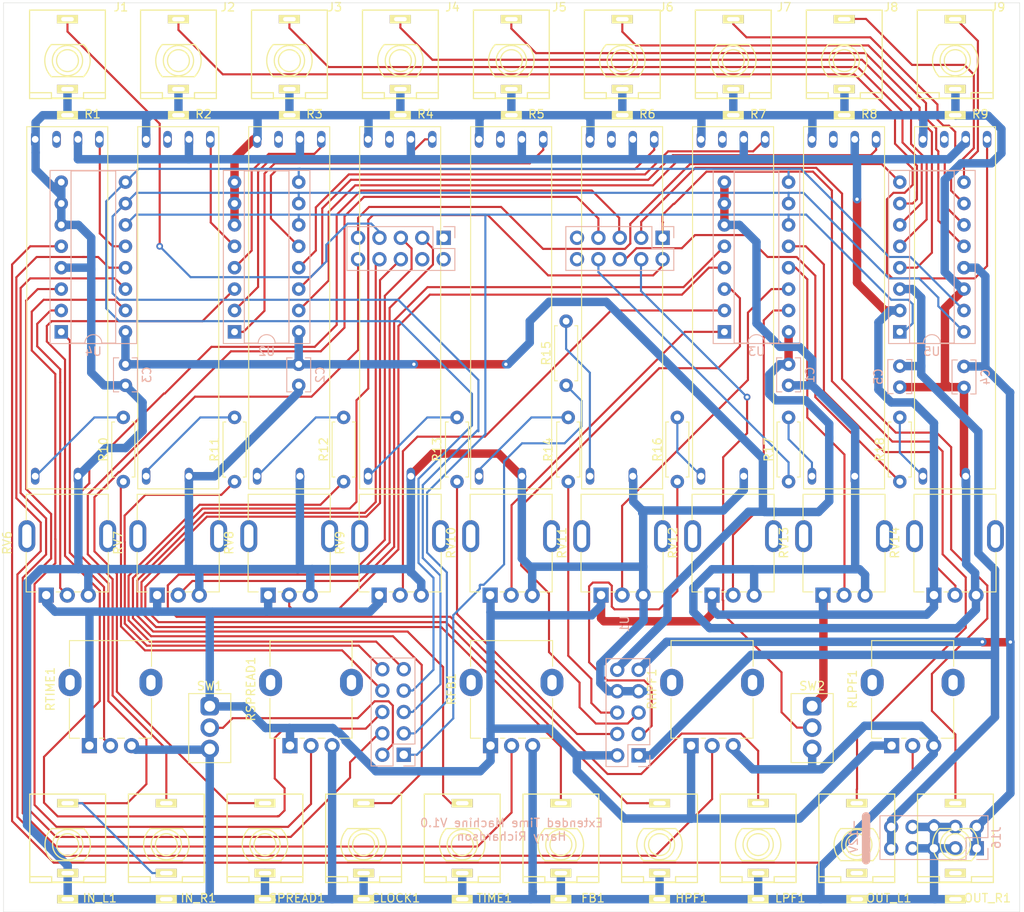
<source format=kicad_pcb>
(kicad_pcb (version 20171130) (host pcbnew "(5.1.9-0-10_14)")
  (layers (0 F.Cu signal) (31 B.Cu signal) (34 B.Paste user) (35 F.Paste user) (36 B.SilkS user) (37 F.SilkS user) (38 B.Mask user) (39 F.Mask user) (44 Edge.Cuts user))
  (net 0 "")
  (net 1 +5V)
  (net 2 GND)
  (net 3 +12V)
  (net 4 LevelCV0)
  (net 5 LevelCV1)
  (net 6 LevelCV2)
  (net 7 LevelCV3)
  (net 8 LevelCV4)
  (net 9 LevelCV5)
  (net 10 LevelCV6)
  (net 11 LevelCV7)
  (net 12 LevelCV8)
  (net 13 Clock)
  (net 14 SpreadCV)
  (net 15 TimeCV)
  (net 16 FeedbackCV)
  (net 17 HighPassCV)
  (net 18 LowPassCV)
  (net 19 -12V)
  (net 20 AudioInL)
  (net 21 AudioInR)
  (net 22 AudioOutL)
  (net 23 Level0)
  (net 24 +3V3)
  (net 25 Level1)
  (net 26 Level2)
  (net 27 Level3)
  (net 28 Level4)
  (net 29 Level5)
  (net 30 Level6)
  (net 31 Level7)
  (net 32 Level8)
  (net 33 "Net-(R1-PadB)")
  (net 34 LED0)
  (net 35 "Net-(R11-Pad2)")
  (net 36 LED1)
  (net 37 "Net-(R12-Pad2)")
  (net 38 LED2)
  (net 39 "Net-(R13-Pad2)")
  (net 40 LED3)
  (net 41 "Net-(R14-Pad2)")
  (net 42 LED4)
  (net 43 "Net-(R15-Pad2)")
  (net 44 LED5)
  (net 45 "Net-(R16-Pad2)")
  (net 46 LED6)
  (net 47 "Net-(R17-Pad2)")
  (net 48 LED7)
  (net 49 "Net-(R18-Pad2)")
  (net 50 LED8)
  (net 51 Pan0)
  (net 52 Pan1)
  (net 53 Pan2)
  (net 54 Pan3)
  (net 55 Pan4)
  (net 56 Pan5)
  (net 57 Pan6)
  (net 58 Pan7)
  (net 59 Pan8)
  (net 60 Spread)
  (net 61 Time)
  (net 62 Feedback)
  (net 63 HighPass)
  (net 64 LowPass)
  (net 65 MiscMux)
  (net 66 MuxC)
  (net 67 MuxB)
  (net 68 MuxA)
  (net 69 "Net-(U1-Pad29)")
  (net 70 "Net-(U1-Pad21)")
  (net 71 LevelCVMux)
  (net 72 "Net-(U1-Pad30)")
  (net 73 AudioOutR)
  (net 74 LevelMux)
  (net 75 PanMux)
  (net 76 "Net-(OUT_L1-Pad2)")
  (net 77 "Net-(OUT_R1-Pad2)")
  (net 78 "Net-(U1-Pad16)")
  (net 79 "Net-(U1-Pad15)")
  (net 80 SWITCH1)
  (net 81 SWITCH2)
  (module BournesPTL:PTL45 (layer F.Cu) (at 73.45045 -91.7448)
    (fp_text reference R6 (at 3 -3) (layer F.SilkS))
    (fp_text value 10K)
    (pad E thru_hole oval (at -3.81 0) (size 1 2) (drill 0.8) (layers *.Cu *.Mask) (net 2 GND))
    (pad L thru_hole oval (at -1.27 0) (size 1 2) (drill 0.8) (layers *.Cu *.Mask))
    (pad 1 thru_hole oval (at 1.27 0) (size 1 2) (drill 0.8) (layers *.Cu *.Mask) (net 24 +3V3))
    (pad 2 thru_hole oval (at 3.81 0) (size 1 2) (drill 0.8) (layers *.Cu *.Mask) (net 29 Level5))
    (pad B thru_hole oval (at -3.81 40) (size 1 2) (drill 0.8) (layers *.Cu *.Mask) (net 43 "Net-(R15-Pad2)"))
    (pad 3 thru_hole oval (at 1.27 40) (size 1 2) (drill 0.8) (layers *.Cu *.Mask) (net 2 GND))
  )
  (module BournesPTL:PTL45 (layer F.Cu) (at 86.6267 -91.7448)
    (fp_text reference R7 (at 3 -3) (layer F.SilkS))
    (fp_text value 10K)
    (pad E thru_hole oval (at -3.81 0) (size 1 2) (drill 0.8) (layers *.Cu *.Mask) (net 2 GND))
    (pad L thru_hole oval (at -1.27 0) (size 1 2) (drill 0.8) (layers *.Cu *.Mask))
    (pad 1 thru_hole oval (at 1.27 0) (size 1 2) (drill 0.8) (layers *.Cu *.Mask) (net 24 +3V3))
    (pad 2 thru_hole oval (at 3.81 0) (size 1 2) (drill 0.8) (layers *.Cu *.Mask) (net 30 Level6))
    (pad B thru_hole oval (at -3.81 40) (size 1 2) (drill 0.8) (layers *.Cu *.Mask) (net 45 "Net-(R16-Pad2)"))
    (pad 3 thru_hole oval (at 1.27 40) (size 1 2) (drill 0.8) (layers *.Cu *.Mask) (net 2 GND))
  )
  (module Harry:SongHuei_tall_trimmer (layer F.Cu) (at 20.74545 -44.6278 90)
    (fp_text reference RV7 (at -0.79062 -7.13936 270) (layer F.SilkS))
    (fp_text value 10K)
    (pad 1 thru_hole rect (at -7 -2.5 180) (size 1.8 1.8) (drill 1) (layers *.Cu *.Mask) (net 24 +3V3))
    (pad 2 thru_hole circle (at -7 0 180) (size 1.8 1.8) (drill 1) (layers *.Cu *.Mask) (net 52 Pan1))
    (pad 3 thru_hole circle (at -7 2.5 180) (size 1.8 1.8) (drill 1) (layers *.Cu *.Mask) (net 2 GND))
    (pad "" thru_hole oval (at -0.00062 4.80064 180) (size 2 3.8) (drill oval 1.1 2.8) (layers *.Cu *.Mask))
    (pad "" thru_hole oval (at -0.00062 -4.79936 180) (size 2 3.8) (drill oval 1.1 2.8) (layers *.Cu *.Mask))
  )
  (module Harry:SALECOM_ES4-2_SPDT (layer F.Cu) (at 96.01899 -24.4348)
    (fp_text reference SW2 (at 0 -2.4 180) (layer F.SilkS))
    (fp_text value SW_SPDT)
    (pad 1 thru_hole roundrect (at 0 0 180) (size 2.2 2.2) (drill 1.3) (layers *.Cu *.Mask) (net 24 +3V3))
    (pad 2 thru_hole circle (at 0 2.54 180) (size 2.2 2.2) (drill 1.3) (layers *.Cu *.Mask) (net 81 SWITCH2))
    (pad 3 thru_hole circle (at 0 5.08 180) (size 2.2 2.2) (drill 1.3) (layers *.Cu *.Mask) (net 2 GND))
  )
  (module Harry:SALECOM_ES4-2_SPDT (layer F.Cu) (at 24.4856 -24.4348)
    (fp_text reference SW1 (at 0 -2.4 180) (layer F.SilkS))
    (fp_text value SW_SPDT)
    (pad 1 thru_hole roundrect (at 0 0 180) (size 2.2 2.2) (drill 1.3) (layers *.Cu *.Mask) (net 24 +3V3))
    (pad 2 thru_hole circle (at 0 2.54 180) (size 2.2 2.2) (drill 1.3) (layers *.Cu *.Mask) (net 80 SWITCH1))
    (pad 3 thru_hole circle (at 0 5.08 180) (size 2.2 2.2) (drill 1.3) (layers *.Cu *.Mask) (net 2 GND))
  )
  (module Daisy:DaisySubmodule (layer B.Cu) (at 75.438 -18.6934 90)
    (fp_text reference U1 (at 15.51 -1.69 270) (layer B.SilkS) (effects (justify mirror)))
    (fp_text value DaisySubmodule)
    (pad 6 thru_hole oval (at 10.0614 -2.568) (size 1.7 1.7) (drill 1) (layers *.Cu *.Mask) (net 1 +5V))
    (pad 1 thru_hole rect (at -0.0986 -0.028) (size 1.7 1.7) (drill 1) (layers *.Cu *.Mask) (net 19 -12V))
    (pad 9 thru_hole oval (at 2.4414 -2.568) (size 1.7 1.7) (drill 1) (layers *.Cu *.Mask) (net 40 LED3))
    (pad 4 thru_hole oval (at 7.5214 -0.028) (size 1.7 1.7) (drill 1) (layers *.Cu *.Mask) (net 2 GND))
    (pad 5 thru_hole oval (at 10.0614 -0.028) (size 1.7 1.7) (drill 1) (layers *.Cu *.Mask) (net 3 +12V))
    (pad 8 thru_hole oval (at 4.9814 -2.568) (size 1.7 1.7) (drill 1) (layers *.Cu *.Mask) (net 42 LED4))
    (pad 3 thru_hole oval (at 4.9814 -0.028) (size 1.7 1.7) (drill 1) (layers *.Cu *.Mask) (net 75 PanMux))
    (pad 2 thru_hole oval (at 2.4414 -0.028) (size 1.7 1.7) (drill 1) (layers *.Cu *.Mask) (net 46 LED6))
    (pad 7 thru_hole oval (at 7.5214 -2.568) (size 1.7 1.7) (drill 1) (layers *.Cu *.Mask) (net 2 GND))
    (pad 10 thru_hole oval (at -0.0986 -2.568) (size 1.7 1.7) (drill 1) (layers *.Cu *.Mask) (net 24 +3V3))
    (pad 16 thru_hole oval (at 58.8194 -7.3406 90) (size 1.7 1.7) (drill 1) (layers *.Cu *.Mask) (net 78 "Net-(U1-Pad16)"))
    (pad 11 thru_hole rect (at 61.3594 2.8194 90) (size 1.7 1.7) (drill 1) (layers *.Cu *.Mask) (net 22 AudioOutL))
    (pad 19 thru_hole oval (at 58.8194 0.2794 90) (size 1.7 1.7) (drill 1) (layers *.Cu *.Mask) (net 81 SWITCH2))
    (pad 14 thru_hole oval (at 61.3594 -4.8006 90) (size 1.7 1.7) (drill 1) (layers *.Cu *.Mask) (net 21 AudioInR))
    (pad 15 thru_hole oval (at 61.3594 -7.3406 90) (size 1.7 1.7) (drill 1) (layers *.Cu *.Mask) (net 79 "Net-(U1-Pad15)"))
    (pad 18 thru_hole oval (at 58.8194 -2.2606 90) (size 1.7 1.7) (drill 1) (layers *.Cu *.Mask) (net 50 LED8))
    (pad 13 thru_hole oval (at 61.3594 -2.2606 90) (size 1.7 1.7) (drill 1) (layers *.Cu *.Mask) (net 20 AudioInL))
    (pad 12 thru_hole oval (at 61.3594 0.2794 90) (size 1.7 1.7) (drill 1) (layers *.Cu *.Mask) (net 73 AudioOutR))
    (pad 17 thru_hole oval (at 58.8194 -4.8006 90) (size 1.7 1.7) (drill 1) (layers *.Cu *.Mask) (net 48 LED7))
    (pad 20 thru_hole oval (at 58.8194 2.8194 90) (size 1.7 1.7) (drill 1) (layers *.Cu *.Mask) (net 13 Clock))
    (pad 30 thru_hole oval (at 58.8166 -23.1772 90) (size 1.7 1.7) (drill 1) (layers *.Cu *.Mask) (net 72 "Net-(U1-Pad30)"))
    (pad 27 thru_hole oval (at 58.8166 -30.7972 90) (size 1.7 1.7) (drill 1) (layers *.Cu *.Mask) (net 15 TimeCV))
    (pad 22 thru_hole oval (at 61.3566 -25.7172 90) (size 1.7 1.7) (drill 1) (layers *.Cu *.Mask) (net 18 LowPassCV))
    (pad 25 thru_hole oval (at 61.3566 -33.3372 90) (size 1.7 1.7) (drill 1) (layers *.Cu *.Mask) (net 71 LevelCVMux))
    (pad 24 thru_hole oval (at 61.3566 -30.7972 90) (size 1.7 1.7) (drill 1) (layers *.Cu *.Mask) (net 4 LevelCV0))
    (pad 21 thru_hole rect (at 61.3566 -23.1772 90) (size 1.7 1.7) (drill 1) (layers *.Cu *.Mask) (net 70 "Net-(U1-Pad21)"))
    (pad 26 thru_hole oval (at 58.8166 -33.3372 90) (size 1.7 1.7) (drill 1) (layers *.Cu *.Mask) (net 14 SpreadCV))
    (pad 23 thru_hole oval (at 61.3566 -28.2572 90) (size 1.7 1.7) (drill 1) (layers *.Cu *.Mask) (net 17 HighPassCV))
    (pad 28 thru_hole oval (at 58.8166 -28.2572 90) (size 1.7 1.7) (drill 1) (layers *.Cu *.Mask) (net 16 FeedbackCV))
    (pad 29 thru_hole oval (at 58.8166 -25.7172 90) (size 1.7 1.7) (drill 1) (layers *.Cu *.Mask) (net 69 "Net-(U1-Pad29)"))
    (pad 31 thru_hole rect (at -0.0244 -27.9146) (size 1.7 1.7) (drill 1) (layers *.Cu *.Mask) (net 44 LED5))
    (pad 40 thru_hole oval (at -0.0244 -30.4546) (size 1.7 1.7) (drill 1) (layers *.Cu *.Mask) (net 80 SWITCH1))
    (pad 32 thru_hole oval (at 2.5156 -27.9146) (size 1.7 1.7) (drill 1) (layers *.Cu *.Mask) (net 68 MuxA))
    (pad 39 thru_hole oval (at 2.5156 -30.4546) (size 1.7 1.7) (drill 1) (layers *.Cu *.Mask) (net 65 MiscMux))
    (pad 33 thru_hole oval (at 5.0556 -27.9146) (size 1.7 1.7) (drill 1) (layers *.Cu *.Mask) (net 67 MuxB))
    (pad 38 thru_hole oval (at 5.0556 -30.4546) (size 1.7 1.7) (drill 1) (layers *.Cu *.Mask) (net 74 LevelMux))
    (pad 34 thru_hole oval (at 7.5956 -27.9146) (size 1.7 1.7) (drill 1) (layers *.Cu *.Mask) (net 66 MuxC))
    (pad 37 thru_hole oval (at 7.5956 -30.4546) (size 1.7 1.7) (drill 1) (layers *.Cu *.Mask) (net 34 LED0))
    (pad 35 thru_hole oval (at 10.1356 -27.9146) (size 1.7 1.7) (drill 1) (layers *.Cu *.Mask) (net 38 LED2))
    (pad 36 thru_hole oval (at 10.1356 -30.4546) (size 1.7 1.7) (drill 1) (layers *.Cu *.Mask) (net 36 LED1))
  )
  (module BournesPTL:PTL45 (layer F.Cu) (at 7.5692 -91.7448)
    (fp_text reference R1 (at 3 -3) (layer F.SilkS))
    (fp_text value 10K)
    (pad E thru_hole oval (at -3.81 0) (size 1 2) (drill 0.8) (layers *.Cu *.Mask) (net 2 GND))
    (pad L thru_hole oval (at -1.27 0) (size 1 2) (drill 0.8) (layers *.Cu *.Mask))
    (pad 1 thru_hole oval (at 1.27 0) (size 1 2) (drill 0.8) (layers *.Cu *.Mask) (net 24 +3V3))
    (pad 2 thru_hole oval (at 3.81 0) (size 1 2) (drill 0.8) (layers *.Cu *.Mask) (net 23 Level0))
    (pad B thru_hole oval (at -3.81 40) (size 1 2) (drill 0.8) (layers *.Cu *.Mask) (net 33 "Net-(R1-PadB)"))
    (pad 3 thru_hole oval (at 1.27 40) (size 1 2) (drill 0.8) (layers *.Cu *.Mask) (net 2 GND))
  )
  (module Harry:Potentiometer_Alpha_RD901F-40-00D_Single_Vertical (layer F.Cu) (at 36.5125 -27.2542 90)
    (fp_text reference RSPREAD1 (at -0.79062 -7.13936 270) (layer F.SilkS))
    (fp_text value 10K)
    (pad 1 thru_hole rect (at -7.50062 -2.49936 180) (size 1.8 1.8) (drill 1) (layers *.Cu *.Mask) (net 24 +3V3))
    (pad 2 thru_hole circle (at -7.50062 0.00064 180) (size 1.8 1.8) (drill 1) (layers *.Cu *.Mask) (net 60 Spread))
    (pad 3 thru_hole circle (at -7.50062 2.50064 180) (size 1.8 1.8) (drill 1) (layers *.Cu *.Mask) (net 2 GND))
    (pad "" thru_hole oval (at -0.00062 4.80064 180) (size 2.72 3.24) (drill oval 1.1 1.8) (layers *.Cu *.Mask))
    (pad "" thru_hole oval (at -0.00062 -4.79936 180) (size 2.72 3.24) (drill oval 1.1 1.8) (layers *.Cu *.Mask))
  )
  (module Capacitor_THT:C_Disc_D3.8mm_W2.6mm_P2.50mm (layer B.Cu) (at 106.426 -64.8208 270)
    (fp_text reference C5 (at 1.25 2.55 90) (layer B.SilkS) (effects (justify mirror)))
    (fp_text value 100n)
    (pad 1 thru_hole circle (at 0 0 270) (size 1.6 1.6) (drill 0.8) (layers *.Cu *.Mask) (net 19 -12V))
    (pad 2 thru_hole circle (at 2.5 0 270) (size 1.6 1.6) (drill 0.8) (layers *.Cu *.Mask) (net 2 GND))
  )
  (module Harry:SongHuei_tall_trimmer (layer F.Cu) (at 112.9792 -44.6278 90)
    (fp_text reference RV14 (at -0.79062 -7.13936 270) (layer F.SilkS))
    (fp_text value 10K)
    (pad 1 thru_hole rect (at -7 -2.5 180) (size 1.8 1.8) (drill 1) (layers *.Cu *.Mask) (net 24 +3V3))
    (pad 2 thru_hole circle (at -7 0 180) (size 1.8 1.8) (drill 1) (layers *.Cu *.Mask) (net 59 Pan8))
    (pad 3 thru_hole circle (at -7 2.5 180) (size 1.8 1.8) (drill 1) (layers *.Cu *.Mask) (net 2 GND))
    (pad "" thru_hole oval (at -0.00062 4.80064 180) (size 2 3.8) (drill oval 1.1 2.8) (layers *.Cu *.Mask))
    (pad "" thru_hole oval (at -0.00062 -4.79936 180) (size 2 3.8) (drill oval 1.1 2.8) (layers *.Cu *.Mask))
  )
  (module Harry:SongHuei_tall_trimmer (layer F.Cu) (at 99.80295 -44.6278 90)
    (fp_text reference RV13 (at -0.79062 -7.13936 270) (layer F.SilkS))
    (fp_text value 10K)
    (pad 1 thru_hole rect (at -7 -2.5 180) (size 1.8 1.8) (drill 1) (layers *.Cu *.Mask) (net 24 +3V3))
    (pad 2 thru_hole circle (at -7 0 180) (size 1.8 1.8) (drill 1) (layers *.Cu *.Mask) (net 58 Pan7))
    (pad 3 thru_hole circle (at -7 2.5 180) (size 1.8 1.8) (drill 1) (layers *.Cu *.Mask) (net 2 GND))
    (pad "" thru_hole oval (at -0.00062 4.80064 180) (size 2 3.8) (drill oval 1.1 2.8) (layers *.Cu *.Mask))
    (pad "" thru_hole oval (at -0.00062 -4.79936 180) (size 2 3.8) (drill oval 1.1 2.8) (layers *.Cu *.Mask))
  )
  (module Harry:SongHuei_tall_trimmer (layer F.Cu) (at 86.6267 -44.6278 90)
    (fp_text reference RV12 (at -0.79062 -7.13936 270) (layer F.SilkS))
    (fp_text value 10K)
    (pad 1 thru_hole rect (at -7 -2.5 180) (size 1.8 1.8) (drill 1) (layers *.Cu *.Mask) (net 24 +3V3))
    (pad 2 thru_hole circle (at -7 0 180) (size 1.8 1.8) (drill 1) (layers *.Cu *.Mask) (net 57 Pan6))
    (pad 3 thru_hole circle (at -7 2.5 180) (size 1.8 1.8) (drill 1) (layers *.Cu *.Mask) (net 2 GND))
    (pad "" thru_hole oval (at -0.00062 4.80064 180) (size 2 3.8) (drill oval 1.1 2.8) (layers *.Cu *.Mask))
    (pad "" thru_hole oval (at -0.00062 -4.79936 180) (size 2 3.8) (drill oval 1.1 2.8) (layers *.Cu *.Mask))
  )
  (module Harry:SongHuei_tall_trimmer (layer F.Cu) (at 73.45045 -44.6278 90)
    (fp_text reference RV11 (at -0.79062 -7.13936 270) (layer F.SilkS))
    (fp_text value 10K)
    (pad 1 thru_hole rect (at -7 -2.5 180) (size 1.8 1.8) (drill 1) (layers *.Cu *.Mask) (net 24 +3V3))
    (pad 2 thru_hole circle (at -7 0 180) (size 1.8 1.8) (drill 1) (layers *.Cu *.Mask) (net 56 Pan5))
    (pad 3 thru_hole circle (at -7 2.5 180) (size 1.8 1.8) (drill 1) (layers *.Cu *.Mask) (net 2 GND))
    (pad "" thru_hole oval (at -0.00062 4.80064 180) (size 2 3.8) (drill oval 1.1 2.8) (layers *.Cu *.Mask))
    (pad "" thru_hole oval (at -0.00062 -4.79936 180) (size 2 3.8) (drill oval 1.1 2.8) (layers *.Cu *.Mask))
  )
  (module Harry:SongHuei_tall_trimmer (layer F.Cu) (at 60.2742 -44.6278 90)
    (fp_text reference RV10 (at -0.79062 -7.13936 270) (layer F.SilkS))
    (fp_text value 10K)
    (pad 1 thru_hole rect (at -7 -2.5 180) (size 1.8 1.8) (drill 1) (layers *.Cu *.Mask) (net 24 +3V3))
    (pad 2 thru_hole circle (at -7 0 180) (size 1.8 1.8) (drill 1) (layers *.Cu *.Mask) (net 55 Pan4))
    (pad 3 thru_hole circle (at -7 2.5 180) (size 1.8 1.8) (drill 1) (layers *.Cu *.Mask) (net 2 GND))
    (pad "" thru_hole oval (at -0.00062 4.80064 180) (size 2 3.8) (drill oval 1.1 2.8) (layers *.Cu *.Mask))
    (pad "" thru_hole oval (at -0.00062 -4.79936 180) (size 2 3.8) (drill oval 1.1 2.8) (layers *.Cu *.Mask))
  )
  (module Harry:SongHuei_tall_trimmer (layer F.Cu) (at 47.09795 -44.6278 90)
    (fp_text reference RV9 (at -0.79062 -7.13936 270) (layer F.SilkS))
    (fp_text value 10K)
    (pad 1 thru_hole rect (at -7 -2.5 180) (size 1.8 1.8) (drill 1) (layers *.Cu *.Mask) (net 24 +3V3))
    (pad 2 thru_hole circle (at -7 0 180) (size 1.8 1.8) (drill 1) (layers *.Cu *.Mask) (net 54 Pan3))
    (pad 3 thru_hole circle (at -7 2.5 180) (size 1.8 1.8) (drill 1) (layers *.Cu *.Mask) (net 2 GND))
    (pad "" thru_hole oval (at -0.00062 4.80064 180) (size 2 3.8) (drill oval 1.1 2.8) (layers *.Cu *.Mask))
    (pad "" thru_hole oval (at -0.00062 -4.79936 180) (size 2 3.8) (drill oval 1.1 2.8) (layers *.Cu *.Mask))
  )
  (module Harry:SongHuei_tall_trimmer (layer F.Cu) (at 33.9217 -44.6278 90)
    (fp_text reference RV8 (at -0.79062 -7.13936 270) (layer F.SilkS))
    (fp_text value 10K)
    (pad 1 thru_hole rect (at -7 -2.5 180) (size 1.8 1.8) (drill 1) (layers *.Cu *.Mask) (net 24 +3V3))
    (pad 2 thru_hole circle (at -7 0 180) (size 1.8 1.8) (drill 1) (layers *.Cu *.Mask) (net 53 Pan2))
    (pad 3 thru_hole circle (at -7 2.5 180) (size 1.8 1.8) (drill 1) (layers *.Cu *.Mask) (net 2 GND))
    (pad "" thru_hole oval (at -0.00062 4.80064 180) (size 2 3.8) (drill oval 1.1 2.8) (layers *.Cu *.Mask))
    (pad "" thru_hole oval (at -0.00062 -4.79936 180) (size 2 3.8) (drill oval 1.1 2.8) (layers *.Cu *.Mask))
  )
  (module Harry:SongHuei_tall_trimmer (layer F.Cu) (at 7.5692 -44.6278 90)
    (fp_text reference RV6 (at -0.79062 -7.13936 270) (layer F.SilkS))
    (fp_text value 10K)
    (pad 1 thru_hole rect (at -7 -2.5 180) (size 1.8 1.8) (drill 1) (layers *.Cu *.Mask) (net 24 +3V3))
    (pad 2 thru_hole circle (at -7 0 180) (size 1.8 1.8) (drill 1) (layers *.Cu *.Mask) (net 51 Pan0))
    (pad 3 thru_hole circle (at -7 2.5 180) (size 1.8 1.8) (drill 1) (layers *.Cu *.Mask) (net 2 GND))
    (pad "" thru_hole oval (at -0.00062 4.80064 180) (size 2 3.8) (drill oval 1.1 2.8) (layers *.Cu *.Mask))
    (pad "" thru_hole oval (at -0.00062 -4.79936 180) (size 2 3.8) (drill oval 1.1 2.8) (layers *.Cu *.Mask))
  )
  (module Capacitor_THT:C_Disc_D3.8mm_W2.6mm_P2.50mm (layer B.Cu) (at 114.046 -62.2808 90)
    (fp_text reference C4 (at 1.25 2.55 90) (layer B.SilkS) (effects (justify mirror)))
    (fp_text value 100n)
    (pad 1 thru_hole circle (at 0 0 90) (size 1.6 1.6) (drill 0.8) (layers *.Cu *.Mask) (net 2 GND))
    (pad 2 thru_hole circle (at 2.5 0 90) (size 1.6 1.6) (drill 0.8) (layers *.Cu *.Mask) (net 3 +12V))
  )
  (module Capacitor_THT:C_Disc_D3.8mm_W2.6mm_P2.50mm (layer B.Cu) (at 14.478 -62.5348 90)
    (fp_text reference C3 (at 1.25 2.55 90) (layer B.SilkS) (effects (justify mirror)))
    (fp_text value 100n)
    (pad 1 thru_hole circle (at 0 0 90) (size 1.6 1.6) (drill 0.8) (layers *.Cu *.Mask) (net 2 GND))
    (pad 2 thru_hole circle (at 2.5 0 90) (size 1.6 1.6) (drill 0.8) (layers *.Cu *.Mask) (net 1 +5V))
  )
  (module Capacitor_THT:C_Disc_D3.8mm_W2.6mm_P2.50mm (layer B.Cu) (at 35.052 -62.5348 90)
    (fp_text reference C2 (at 1.25 2.55 90) (layer B.SilkS) (effects (justify mirror)))
    (fp_text value 100n)
    (pad 1 thru_hole circle (at 0 0 90) (size 1.6 1.6) (drill 0.8) (layers *.Cu *.Mask) (net 2 GND))
    (pad 2 thru_hole circle (at 2.5 0 90) (size 1.6 1.6) (drill 0.8) (layers *.Cu *.Mask) (net 1 +5V))
  )
  (module Capacitor_THT:C_Disc_D3.8mm_W2.6mm_P2.50mm (layer B.Cu) (at 93.218 -62.5348 90)
    (fp_text reference C1 (at 1.25 2.55 90) (layer B.SilkS) (effects (justify mirror)))
    (fp_text value 100n)
    (pad 1 thru_hole circle (at 0 0 90) (size 1.6 1.6) (drill 0.8) (layers *.Cu *.Mask) (net 2 GND))
    (pad 2 thru_hole circle (at 2.5 0 90) (size 1.6 1.6) (drill 0.8) (layers *.Cu *.Mask) (net 1 +5V))
  )
  (module Connector_PinHeader_2.54mm:PinHeader_2x05_P2.54mm_Vertical (layer B.Cu) (at 115.55984 -7.55904 90)
    (fp_text reference J16 (at 1.27 2.33 90) (layer B.SilkS) (effects (justify mirror)))
    (fp_text value Conn_02x05_Odd_Even)
    (pad 1 thru_hole rect (at 0 0 90) (size 1.7 1.7) (drill 1) (layers *.Cu *.Mask) (net 3 +12V))
    (pad 2 thru_hole oval (at 2.54 0 90) (size 1.7 1.7) (drill 1) (layers *.Cu *.Mask) (net 3 +12V))
    (pad 3 thru_hole oval (at 0 -2.54 90) (size 1.7 1.7) (drill 1) (layers *.Cu *.Mask) (net 2 GND))
    (pad 4 thru_hole oval (at 2.54 -2.54 90) (size 1.7 1.7) (drill 1) (layers *.Cu *.Mask) (net 2 GND))
    (pad 5 thru_hole oval (at 0 -5.08 90) (size 1.7 1.7) (drill 1) (layers *.Cu *.Mask) (net 2 GND))
    (pad 6 thru_hole oval (at 2.54 -5.08 90) (size 1.7 1.7) (drill 1) (layers *.Cu *.Mask) (net 2 GND))
    (pad 7 thru_hole oval (at 0 -7.62 90) (size 1.7 1.7) (drill 1) (layers *.Cu *.Mask) (net 2 GND))
    (pad 8 thru_hole oval (at 2.54 -7.62 90) (size 1.7 1.7) (drill 1) (layers *.Cu *.Mask) (net 2 GND))
    (pad 9 thru_hole oval (at 0 -10.16 90) (size 1.7 1.7) (drill 1) (layers *.Cu *.Mask) (net 19 -12V))
    (pad 10 thru_hole oval (at 2.54 -10.16 90) (size 1.7 1.7) (drill 1) (layers *.Cu *.Mask) (net 19 -12V))
  )
  (module Harry:Potentiometer_Alpha_RD901F-40-00D_Single_Vertical (layer F.Cu) (at 107.95 -27.2542 90)
    (fp_text reference RLPF1 (at -0.79062 -7.13936 270) (layer F.SilkS))
    (fp_text value 10K)
    (pad 1 thru_hole rect (at -7.50062 -2.49936 180) (size 1.8 1.8) (drill 1) (layers *.Cu *.Mask) (net 24 +3V3))
    (pad 2 thru_hole circle (at -7.50062 0.00064 180) (size 1.8 1.8) (drill 1) (layers *.Cu *.Mask) (net 64 LowPass))
    (pad 3 thru_hole circle (at -7.50062 2.50064 180) (size 1.8 1.8) (drill 1) (layers *.Cu *.Mask) (net 2 GND))
    (pad "" thru_hole oval (at -0.00062 4.80064 180) (size 2.72 3.24) (drill oval 1.1 1.8) (layers *.Cu *.Mask))
    (pad "" thru_hole oval (at -0.00062 -4.79936 180) (size 2.72 3.24) (drill oval 1.1 1.8) (layers *.Cu *.Mask))
  )
  (module Harry:Potentiometer_Alpha_RD901F-40-00D_Single_Vertical (layer F.Cu) (at 84.1375 -27.2542 90)
    (fp_text reference RHPF1 (at -0.79062 -7.13936 270) (layer F.SilkS))
    (fp_text value 10K)
    (pad 1 thru_hole rect (at -7.50062 -2.49936 180) (size 1.8 1.8) (drill 1) (layers *.Cu *.Mask) (net 24 +3V3))
    (pad 2 thru_hole circle (at -7.50062 0.00064 180) (size 1.8 1.8) (drill 1) (layers *.Cu *.Mask) (net 63 HighPass))
    (pad 3 thru_hole circle (at -7.50062 2.50064 180) (size 1.8 1.8) (drill 1) (layers *.Cu *.Mask) (net 2 GND))
    (pad "" thru_hole oval (at -0.00062 4.80064 180) (size 2.72 3.24) (drill oval 1.1 1.8) (layers *.Cu *.Mask))
    (pad "" thru_hole oval (at -0.00062 -4.79936 180) (size 2.72 3.24) (drill oval 1.1 1.8) (layers *.Cu *.Mask))
  )
  (module Harry:Potentiometer_Alpha_RD901F-40-00D_Single_Vertical (layer F.Cu) (at 60.325 -27.2542 90)
    (fp_text reference RFB1 (at -0.79062 -7.13936 270) (layer F.SilkS))
    (fp_text value 10K)
    (pad 1 thru_hole rect (at -7.50062 -2.49936 180) (size 1.8 1.8) (drill 1) (layers *.Cu *.Mask) (net 24 +3V3))
    (pad 2 thru_hole circle (at -7.50062 0.00064 180) (size 1.8 1.8) (drill 1) (layers *.Cu *.Mask) (net 62 Feedback))
    (pad 3 thru_hole circle (at -7.50062 2.50064 180) (size 1.8 1.8) (drill 1) (layers *.Cu *.Mask) (net 2 GND))
    (pad "" thru_hole oval (at -0.00062 4.80064 180) (size 2.72 3.24) (drill oval 1.1 1.8) (layers *.Cu *.Mask))
    (pad "" thru_hole oval (at -0.00062 -4.79936 180) (size 2.72 3.24) (drill oval 1.1 1.8) (layers *.Cu *.Mask))
  )
  (module Harry:Potentiometer_Alpha_RD901F-40-00D_Single_Vertical (layer F.Cu) (at 12.7 -27.2542 90)
    (fp_text reference RTIME1 (at -0.79062 -7.13936 270) (layer F.SilkS))
    (fp_text value 10K)
    (pad 1 thru_hole rect (at -7.50062 -2.49936 180) (size 1.8 1.8) (drill 1) (layers *.Cu *.Mask) (net 24 +3V3))
    (pad 2 thru_hole circle (at -7.50062 0.00064 180) (size 1.8 1.8) (drill 1) (layers *.Cu *.Mask) (net 61 Time))
    (pad 3 thru_hole circle (at -7.50062 2.50064 180) (size 1.8 1.8) (drill 1) (layers *.Cu *.Mask) (net 2 GND))
    (pad "" thru_hole oval (at -0.00062 4.80064 180) (size 2.72 3.24) (drill oval 1.1 1.8) (layers *.Cu *.Mask))
    (pad "" thru_hole oval (at -0.00062 -4.79936 180) (size 2.72 3.24) (drill oval 1.1 1.8) (layers *.Cu *.Mask))
  )
  (module BournesPTL:PTL45 (layer F.Cu) (at 112.9792 -91.7448)
    (fp_text reference R9 (at 3 -3) (layer F.SilkS))
    (fp_text value 10K)
    (pad E thru_hole oval (at -3.81 0) (size 1 2) (drill 0.8) (layers *.Cu *.Mask) (net 2 GND))
    (pad L thru_hole oval (at -1.27 0) (size 1 2) (drill 0.8) (layers *.Cu *.Mask))
    (pad 1 thru_hole oval (at 1.27 0) (size 1 2) (drill 0.8) (layers *.Cu *.Mask) (net 24 +3V3))
    (pad 2 thru_hole oval (at 3.81 0) (size 1 2) (drill 0.8) (layers *.Cu *.Mask) (net 32 Level8))
    (pad B thru_hole oval (at -3.81 40) (size 1 2) (drill 0.8) (layers *.Cu *.Mask) (net 49 "Net-(R18-Pad2)"))
    (pad 3 thru_hole oval (at 1.27 40) (size 1 2) (drill 0.8) (layers *.Cu *.Mask) (net 2 GND))
  )
  (module BournesPTL:PTL45 (layer F.Cu) (at 99.80295 -91.7448)
    (fp_text reference R8 (at 3 -3) (layer F.SilkS))
    (fp_text value 10K)
    (pad E thru_hole oval (at -3.81 0) (size 1 2) (drill 0.8) (layers *.Cu *.Mask) (net 2 GND))
    (pad L thru_hole oval (at -1.27 0) (size 1 2) (drill 0.8) (layers *.Cu *.Mask))
    (pad 1 thru_hole oval (at 1.27 0) (size 1 2) (drill 0.8) (layers *.Cu *.Mask) (net 24 +3V3))
    (pad 2 thru_hole oval (at 3.81 0) (size 1 2) (drill 0.8) (layers *.Cu *.Mask) (net 31 Level7))
    (pad B thru_hole oval (at -3.81 40) (size 1 2) (drill 0.8) (layers *.Cu *.Mask) (net 47 "Net-(R17-Pad2)"))
    (pad 3 thru_hole oval (at 1.27 40) (size 1 2) (drill 0.8) (layers *.Cu *.Mask) (net 2 GND))
  )
  (module BournesPTL:PTL45 (layer F.Cu) (at 60.2742 -91.7448)
    (fp_text reference R5 (at 3 -3) (layer F.SilkS))
    (fp_text value 10K)
    (pad E thru_hole oval (at -3.81 0) (size 1 2) (drill 0.8) (layers *.Cu *.Mask) (net 2 GND))
    (pad L thru_hole oval (at -1.27 0) (size 1 2) (drill 0.8) (layers *.Cu *.Mask))
    (pad 1 thru_hole oval (at 1.27 0) (size 1 2) (drill 0.8) (layers *.Cu *.Mask) (net 24 +3V3))
    (pad 2 thru_hole oval (at 3.81 0) (size 1 2) (drill 0.8) (layers *.Cu *.Mask) (net 28 Level4))
    (pad B thru_hole oval (at -3.81 40) (size 1 2) (drill 0.8) (layers *.Cu *.Mask) (net 41 "Net-(R14-Pad2)"))
    (pad 3 thru_hole oval (at 1.27 40) (size 1 2) (drill 0.8) (layers *.Cu *.Mask) (net 2 GND))
  )
  (module BournesPTL:PTL45 (layer F.Cu) (at 47.09795 -91.7448)
    (fp_text reference R4 (at 3 -3) (layer F.SilkS))
    (fp_text value 10K)
    (pad E thru_hole oval (at -3.81 0) (size 1 2) (drill 0.8) (layers *.Cu *.Mask) (net 2 GND))
    (pad L thru_hole oval (at -1.27 0) (size 1 2) (drill 0.8) (layers *.Cu *.Mask))
    (pad 1 thru_hole oval (at 1.27 0) (size 1 2) (drill 0.8) (layers *.Cu *.Mask) (net 24 +3V3))
    (pad 2 thru_hole oval (at 3.81 0) (size 1 2) (drill 0.8) (layers *.Cu *.Mask) (net 27 Level3))
    (pad B thru_hole oval (at -3.81 40) (size 1 2) (drill 0.8) (layers *.Cu *.Mask) (net 39 "Net-(R13-Pad2)"))
    (pad 3 thru_hole oval (at 1.27 40) (size 1 2) (drill 0.8) (layers *.Cu *.Mask) (net 2 GND))
  )
  (module BournesPTL:PTL45 (layer F.Cu) (at 33.9217 -91.7448)
    (fp_text reference R3 (at 3 -3) (layer F.SilkS))
    (fp_text value 10K)
    (pad E thru_hole oval (at -3.81 0) (size 1 2) (drill 0.8) (layers *.Cu *.Mask) (net 2 GND))
    (pad L thru_hole oval (at -1.27 0) (size 1 2) (drill 0.8) (layers *.Cu *.Mask))
    (pad 1 thru_hole oval (at 1.27 0) (size 1 2) (drill 0.8) (layers *.Cu *.Mask) (net 24 +3V3))
    (pad 2 thru_hole oval (at 3.81 0) (size 1 2) (drill 0.8) (layers *.Cu *.Mask) (net 26 Level2))
    (pad B thru_hole oval (at -3.81 40) (size 1 2) (drill 0.8) (layers *.Cu *.Mask) (net 37 "Net-(R12-Pad2)"))
    (pad 3 thru_hole oval (at 1.27 40) (size 1 2) (drill 0.8) (layers *.Cu *.Mask) (net 2 GND))
  )
  (module BournesPTL:PTL45 (layer F.Cu) (at 20.74545 -91.7448)
    (fp_text reference R2 (at 3 -3) (layer F.SilkS))
    (fp_text value 10K)
    (pad E thru_hole oval (at -3.81 0) (size 1 2) (drill 0.8) (layers *.Cu *.Mask) (net 2 GND))
    (pad L thru_hole oval (at -1.27 0) (size 1 2) (drill 0.8) (layers *.Cu *.Mask))
    (pad 1 thru_hole oval (at 1.27 0) (size 1 2) (drill 0.8) (layers *.Cu *.Mask) (net 24 +3V3))
    (pad 2 thru_hole oval (at 3.81 0) (size 1 2) (drill 0.8) (layers *.Cu *.Mask) (net 25 Level1))
    (pad B thru_hole oval (at -3.81 40) (size 1 2) (drill 0.8) (layers *.Cu *.Mask) (net 35 "Net-(R11-Pad2)"))
    (pad 3 thru_hole oval (at 1.27 40) (size 1 2) (drill 0.8) (layers *.Cu *.Mask) (net 2 GND))
  )
  (module Package_DIP:DIP-16_W7.62mm_Socket (layer B.Cu) (at 106.426 -68.8848)
    (fp_text reference U5 (at 3.81 2.33) (layer B.SilkS) (effects (justify mirror)))
    (fp_text value DG408)
    (pad 1 thru_hole rect (at 0 0) (size 1.6 1.6) (drill 0.8) (layers *.Cu *.Mask) (net 68 MuxA))
    (pad 9 thru_hole oval (at 7.62 -17.78) (size 1.6 1.6) (drill 0.8) (layers *.Cu *.Mask) (net 12 LevelCV8))
    (pad 2 thru_hole oval (at 0 -2.54) (size 1.6 1.6) (drill 0.8) (layers *.Cu *.Mask) (net 24 +3V3))
    (pad 10 thru_hole oval (at 7.62 -15.24) (size 1.6 1.6) (drill 0.8) (layers *.Cu *.Mask) (net 11 LevelCV7))
    (pad 3 thru_hole oval (at 0 -5.08) (size 1.6 1.6) (drill 0.8) (layers *.Cu *.Mask) (net 19 -12V))
    (pad 11 thru_hole oval (at 7.62 -12.7) (size 1.6 1.6) (drill 0.8) (layers *.Cu *.Mask) (net 10 LevelCV6))
    (pad 4 thru_hole oval (at 0 -7.62) (size 1.6 1.6) (drill 0.8) (layers *.Cu *.Mask) (net 8 LevelCV4))
    (pad 12 thru_hole oval (at 7.62 -10.16) (size 1.6 1.6) (drill 0.8) (layers *.Cu *.Mask) (net 9 LevelCV5))
    (pad 5 thru_hole oval (at 0 -10.16) (size 1.6 1.6) (drill 0.8) (layers *.Cu *.Mask) (net 7 LevelCV3))
    (pad 13 thru_hole oval (at 7.62 -7.62) (size 1.6 1.6) (drill 0.8) (layers *.Cu *.Mask) (net 3 +12V))
    (pad 6 thru_hole oval (at 0 -12.7) (size 1.6 1.6) (drill 0.8) (layers *.Cu *.Mask) (net 6 LevelCV2))
    (pad 14 thru_hole oval (at 7.62 -5.08) (size 1.6 1.6) (drill 0.8) (layers *.Cu *.Mask) (net 2 GND))
    (pad 7 thru_hole oval (at 0 -15.24) (size 1.6 1.6) (drill 0.8) (layers *.Cu *.Mask) (net 5 LevelCV1))
    (pad 15 thru_hole oval (at 7.62 -2.54) (size 1.6 1.6) (drill 0.8) (layers *.Cu *.Mask) (net 66 MuxC))
    (pad 8 thru_hole oval (at 0 -17.78) (size 1.6 1.6) (drill 0.8) (layers *.Cu *.Mask) (net 71 LevelCVMux))
    (pad 16 thru_hole oval (at 7.62 0) (size 1.6 1.6) (drill 0.8) (layers *.Cu *.Mask) (net 67 MuxB))
  )
  (module Package_DIP:DIP-16_W7.62mm_Socket (layer B.Cu) (at 6.858 -68.8848)
    (fp_text reference U4 (at 3.81 2.33) (layer B.SilkS) (effects (justify mirror)))
    (fp_text value 4051)
    (pad 1 thru_hole rect (at 0 0) (size 1.6 1.6) (drill 0.8) (layers *.Cu *.Mask) (net 61 Time))
    (pad 9 thru_hole oval (at 7.62 -17.78) (size 1.6 1.6) (drill 0.8) (layers *.Cu *.Mask) (net 66 MuxC))
    (pad 2 thru_hole oval (at 0 -2.54) (size 1.6 1.6) (drill 0.8) (layers *.Cu *.Mask) (net 51 Pan0))
    (pad 10 thru_hole oval (at 7.62 -15.24) (size 1.6 1.6) (drill 0.8) (layers *.Cu *.Mask) (net 67 MuxB))
    (pad 3 thru_hole oval (at 0 -5.08) (size 1.6 1.6) (drill 0.8) (layers *.Cu *.Mask) (net 65 MiscMux))
    (pad 11 thru_hole oval (at 7.62 -12.7) (size 1.6 1.6) (drill 0.8) (layers *.Cu *.Mask) (net 68 MuxA))
    (pad 4 thru_hole oval (at 0 -7.62) (size 1.6 1.6) (drill 0.8) (layers *.Cu *.Mask) (net 2 GND))
    (pad 12 thru_hole oval (at 7.62 -10.16) (size 1.6 1.6) (drill 0.8) (layers *.Cu *.Mask) (net 23 Level0))
    (pad 5 thru_hole oval (at 0 -10.16) (size 1.6 1.6) (drill 0.8) (layers *.Cu *.Mask) (net 64 LowPass))
    (pad 13 thru_hole oval (at 7.62 -7.62) (size 1.6 1.6) (drill 0.8) (layers *.Cu *.Mask) (net 63 HighPass))
    (pad 6 thru_hole oval (at 0 -12.7) (size 1.6 1.6) (drill 0.8) (layers *.Cu *.Mask) (net 2 GND))
    (pad 14 thru_hole oval (at 7.62 -5.08) (size 1.6 1.6) (drill 0.8) (layers *.Cu *.Mask) (net 62 Feedback))
    (pad 7 thru_hole oval (at 0 -15.24) (size 1.6 1.6) (drill 0.8) (layers *.Cu *.Mask) (net 2 GND))
    (pad 15 thru_hole oval (at 7.62 -2.54) (size 1.6 1.6) (drill 0.8) (layers *.Cu *.Mask) (net 60 Spread))
    (pad 8 thru_hole oval (at 0 -17.78) (size 1.6 1.6) (drill 0.8) (layers *.Cu *.Mask) (net 2 GND))
    (pad 16 thru_hole oval (at 7.62 0) (size 1.6 1.6) (drill 0.8) (layers *.Cu *.Mask) (net 1 +5V))
  )
  (module Package_DIP:DIP-16_W7.62mm_Socket (layer B.Cu) (at 85.598 -68.8848)
    (fp_text reference U3 (at 3.81 2.33) (layer B.SilkS) (effects (justify mirror)))
    (fp_text value 4051)
    (pad 1 thru_hole rect (at 0 0) (size 1.6 1.6) (drill 0.8) (layers *.Cu *.Mask) (net 55 Pan4))
    (pad 9 thru_hole oval (at 7.62 -17.78) (size 1.6 1.6) (drill 0.8) (layers *.Cu *.Mask) (net 66 MuxC))
    (pad 2 thru_hole oval (at 0 -2.54) (size 1.6 1.6) (drill 0.8) (layers *.Cu *.Mask) (net 54 Pan3))
    (pad 10 thru_hole oval (at 7.62 -15.24) (size 1.6 1.6) (drill 0.8) (layers *.Cu *.Mask) (net 67 MuxB))
    (pad 3 thru_hole oval (at 0 -5.08) (size 1.6 1.6) (drill 0.8) (layers *.Cu *.Mask) (net 75 PanMux))
    (pad 11 thru_hole oval (at 7.62 -12.7) (size 1.6 1.6) (drill 0.8) (layers *.Cu *.Mask) (net 68 MuxA))
    (pad 4 thru_hole oval (at 0 -7.62) (size 1.6 1.6) (drill 0.8) (layers *.Cu *.Mask) (net 53 Pan2))
    (pad 12 thru_hole oval (at 7.62 -10.16) (size 1.6 1.6) (drill 0.8) (layers *.Cu *.Mask) (net 59 Pan8))
    (pad 5 thru_hole oval (at 0 -10.16) (size 1.6 1.6) (drill 0.8) (layers *.Cu *.Mask) (net 52 Pan1))
    (pad 13 thru_hole oval (at 7.62 -7.62) (size 1.6 1.6) (drill 0.8) (layers *.Cu *.Mask) (net 58 Pan7))
    (pad 6 thru_hole oval (at 0 -12.7) (size 1.6 1.6) (drill 0.8) (layers *.Cu *.Mask) (net 2 GND))
    (pad 14 thru_hole oval (at 7.62 -5.08) (size 1.6 1.6) (drill 0.8) (layers *.Cu *.Mask) (net 56 Pan5))
    (pad 7 thru_hole oval (at 0 -15.24) (size 1.6 1.6) (drill 0.8) (layers *.Cu *.Mask) (net 2 GND))
    (pad 15 thru_hole oval (at 7.62 -2.54) (size 1.6 1.6) (drill 0.8) (layers *.Cu *.Mask) (net 57 Pan6))
    (pad 8 thru_hole oval (at 0 -17.78) (size 1.6 1.6) (drill 0.8) (layers *.Cu *.Mask) (net 2 GND))
    (pad 16 thru_hole oval (at 7.62 0) (size 1.6 1.6) (drill 0.8) (layers *.Cu *.Mask) (net 1 +5V))
  )
  (module Package_DIP:DIP-16_W7.62mm_Socket (layer B.Cu) (at 27.432 -68.8848)
    (fp_text reference U2 (at 3.81 2.33) (layer B.SilkS) (effects (justify mirror)))
    (fp_text value 4051)
    (pad 1 thru_hole rect (at 0 0) (size 1.6 1.6) (drill 0.8) (layers *.Cu *.Mask) (net 28 Level4))
    (pad 9 thru_hole oval (at 7.62 -17.78) (size 1.6 1.6) (drill 0.8) (layers *.Cu *.Mask) (net 66 MuxC))
    (pad 2 thru_hole oval (at 0 -2.54) (size 1.6 1.6) (drill 0.8) (layers *.Cu *.Mask) (net 27 Level3))
    (pad 10 thru_hole oval (at 7.62 -15.24) (size 1.6 1.6) (drill 0.8) (layers *.Cu *.Mask) (net 67 MuxB))
    (pad 3 thru_hole oval (at 0 -5.08) (size 1.6 1.6) (drill 0.8) (layers *.Cu *.Mask) (net 74 LevelMux))
    (pad 11 thru_hole oval (at 7.62 -12.7) (size 1.6 1.6) (drill 0.8) (layers *.Cu *.Mask) (net 68 MuxA))
    (pad 4 thru_hole oval (at 0 -7.62) (size 1.6 1.6) (drill 0.8) (layers *.Cu *.Mask) (net 26 Level2))
    (pad 12 thru_hole oval (at 7.62 -10.16) (size 1.6 1.6) (drill 0.8) (layers *.Cu *.Mask) (net 29 Level5))
    (pad 5 thru_hole oval (at 0 -10.16) (size 1.6 1.6) (drill 0.8) (layers *.Cu *.Mask) (net 25 Level1))
    (pad 13 thru_hole oval (at 7.62 -7.62) (size 1.6 1.6) (drill 0.8) (layers *.Cu *.Mask) (net 30 Level6))
    (pad 6 thru_hole oval (at 0 -12.7) (size 1.6 1.6) (drill 0.8) (layers *.Cu *.Mask) (net 2 GND))
    (pad 14 thru_hole oval (at 7.62 -5.08) (size 1.6 1.6) (drill 0.8) (layers *.Cu *.Mask) (net 31 Level7))
    (pad 7 thru_hole oval (at 0 -15.24) (size 1.6 1.6) (drill 0.8) (layers *.Cu *.Mask) (net 2 GND))
    (pad 15 thru_hole oval (at 7.62 -2.54) (size 1.6 1.6) (drill 0.8) (layers *.Cu *.Mask) (net 32 Level8))
    (pad 8 thru_hole oval (at 0 -17.78) (size 1.6 1.6) (drill 0.8) (layers *.Cu *.Mask) (net 2 GND))
    (pad 16 thru_hole oval (at 7.62 0) (size 1.6 1.6) (drill 0.8) (layers *.Cu *.Mask) (net 1 +5V))
  )
  (module Resistor_THT:R_Axial_DIN0207_L6.3mm_D2.5mm_P7.62mm_Horizontal (layer F.Cu) (at 106.426 -51.1048 90)
    (fp_text reference R18 (at 3.81 -2.37 90) (layer F.SilkS))
    (fp_text value 1K)
    (pad 1 thru_hole circle (at 0 0 90) (size 1.6 1.6) (drill 0.8) (layers *.Cu *.Mask) (net 50 LED8))
    (pad 2 thru_hole oval (at 7.62 0 90) (size 1.6 1.6) (drill 0.8) (layers *.Cu *.Mask) (net 49 "Net-(R18-Pad2)"))
  )
  (module Resistor_THT:R_Axial_DIN0207_L6.3mm_D2.5mm_P7.62mm_Horizontal (layer F.Cu) (at 93.218 -51.1048 90)
    (fp_text reference R17 (at 3.81 -2.37 90) (layer F.SilkS))
    (fp_text value 1K)
    (pad 1 thru_hole circle (at 0 0 90) (size 1.6 1.6) (drill 0.8) (layers *.Cu *.Mask) (net 48 LED7))
    (pad 2 thru_hole oval (at 7.62 0 90) (size 1.6 1.6) (drill 0.8) (layers *.Cu *.Mask) (net 47 "Net-(R17-Pad2)"))
  )
  (module Resistor_THT:R_Axial_DIN0207_L6.3mm_D2.5mm_P7.62mm_Horizontal (layer F.Cu) (at 80.01 -51.1048 90)
    (fp_text reference R16 (at 3.81 -2.37 90) (layer F.SilkS))
    (fp_text value 1K)
    (pad 1 thru_hole circle (at 0 0 90) (size 1.6 1.6) (drill 0.8) (layers *.Cu *.Mask) (net 46 LED6))
    (pad 2 thru_hole oval (at 7.62 0 90) (size 1.6 1.6) (drill 0.8) (layers *.Cu *.Mask) (net 45 "Net-(R16-Pad2)"))
  )
  (module Resistor_THT:R_Axial_DIN0207_L6.3mm_D2.5mm_P7.62mm_Horizontal (layer F.Cu) (at 66.802 -62.5348 90)
    (fp_text reference R15 (at 3.81 -2.37 90) (layer F.SilkS))
    (fp_text value 1K)
    (pad 1 thru_hole circle (at 0 0 90) (size 1.6 1.6) (drill 0.8) (layers *.Cu *.Mask) (net 44 LED5))
    (pad 2 thru_hole oval (at 7.62 0 90) (size 1.6 1.6) (drill 0.8) (layers *.Cu *.Mask) (net 43 "Net-(R15-Pad2)"))
  )
  (module Resistor_THT:R_Axial_DIN0207_L6.3mm_D2.5mm_P7.62mm_Horizontal (layer F.Cu) (at 67.056 -51.1048 90)
    (fp_text reference R14 (at 3.81 -2.37 90) (layer F.SilkS))
    (fp_text value 1K)
    (pad 1 thru_hole circle (at 0 0 90) (size 1.6 1.6) (drill 0.8) (layers *.Cu *.Mask) (net 42 LED4))
    (pad 2 thru_hole oval (at 7.62 0 90) (size 1.6 1.6) (drill 0.8) (layers *.Cu *.Mask) (net 41 "Net-(R14-Pad2)"))
  )
  (module Resistor_THT:R_Axial_DIN0207_L6.3mm_D2.5mm_P7.62mm_Horizontal (layer F.Cu) (at 53.848 -51.1048 90)
    (fp_text reference R13 (at 3.81 -2.37 90) (layer F.SilkS))
    (fp_text value 1K)
    (pad 1 thru_hole circle (at 0 0 90) (size 1.6 1.6) (drill 0.8) (layers *.Cu *.Mask) (net 40 LED3))
    (pad 2 thru_hole oval (at 7.62 0 90) (size 1.6 1.6) (drill 0.8) (layers *.Cu *.Mask) (net 39 "Net-(R13-Pad2)"))
  )
  (module Resistor_THT:R_Axial_DIN0207_L6.3mm_D2.5mm_P7.62mm_Horizontal (layer F.Cu) (at 40.386 -51.1048 90)
    (fp_text reference R12 (at 3.81 -2.37 90) (layer F.SilkS))
    (fp_text value 1K)
    (pad 1 thru_hole circle (at 0 0 90) (size 1.6 1.6) (drill 0.8) (layers *.Cu *.Mask) (net 38 LED2))
    (pad 2 thru_hole oval (at 7.62 0 90) (size 1.6 1.6) (drill 0.8) (layers *.Cu *.Mask) (net 37 "Net-(R12-Pad2)"))
  )
  (module Resistor_THT:R_Axial_DIN0207_L6.3mm_D2.5mm_P7.62mm_Horizontal (layer F.Cu) (at 27.432 -51.1048 90)
    (fp_text reference R11 (at 3.81 -2.37 90) (layer F.SilkS))
    (fp_text value 1K)
    (pad 1 thru_hole circle (at 0 0 90) (size 1.6 1.6) (drill 0.8) (layers *.Cu *.Mask) (net 36 LED1))
    (pad 2 thru_hole oval (at 7.62 0 90) (size 1.6 1.6) (drill 0.8) (layers *.Cu *.Mask) (net 35 "Net-(R11-Pad2)"))
  )
  (module Resistor_THT:R_Axial_DIN0207_L6.3mm_D2.5mm_P7.62mm_Horizontal (layer F.Cu) (at 14.224 -51.1048 90)
    (fp_text reference R10 (at 3.81 -2.37 90) (layer F.SilkS))
    (fp_text value 1K)
    (pad 1 thru_hole circle (at 0 0 90) (size 1.6 1.6) (drill 0.8) (layers *.Cu *.Mask) (net 34 LED0))
    (pad 2 thru_hole oval (at 7.62 0 90) (size 1.6 1.6) (drill 0.8) (layers *.Cu *.Mask) (net 33 "Net-(R1-PadB)"))
  )
  (module Thonkiconn:thonkiconn_fuzzySi (layer F.Cu) (at 113.03 -8.001)
    (fp_text reference OUT_R1 (at 3.81 6.35) (layer F.SilkS))
    (fp_text value fuzzySI_thonkiconn hide)
    (pad 3 thru_hole rect (at 0 -4.92) (size 2.5 1) (drill oval 1.5 0.5) (layers *.Cu *.Mask F.SilkS) (net 73 AudioOutR))
    (pad 2 thru_hole rect (at 0 3.38) (size 2.5 1) (drill oval 1.5 0.5) (layers *.Cu *.Mask F.SilkS) (net 77 "Net-(OUT_R1-Pad2)"))
    (pad 1 thru_hole rect (at 0 6.48) (size 2.5 1) (drill oval 1.5 0.5) (layers *.Cu *.Mask F.SilkS) (net 2 GND))
  )
  (module Thonkiconn:thonkiconn_fuzzySi (layer F.Cu) (at 101.317776 -8.001)
    (fp_text reference OUT_L1 (at 3.81 6.35) (layer F.SilkS))
    (fp_text value fuzzySI_thonkiconn hide)
    (pad 3 thru_hole rect (at 0 -4.92) (size 2.5 1) (drill oval 1.5 0.5) (layers *.Cu *.Mask F.SilkS) (net 22 AudioOutL))
    (pad 2 thru_hole rect (at 0 3.38) (size 2.5 1) (drill oval 1.5 0.5) (layers *.Cu *.Mask F.SilkS) (net 76 "Net-(OUT_L1-Pad2)"))
    (pad 1 thru_hole rect (at 0 6.48) (size 2.5 1) (drill oval 1.5 0.5) (layers *.Cu *.Mask F.SilkS) (net 2 GND))
  )
  (module Thonkiconn:thonkiconn_fuzzySi (layer F.Cu) (at 19.332222 -8.001)
    (fp_text reference IN_R1 (at 3.81 6.35) (layer F.SilkS))
    (fp_text value fuzzySI_thonkiconn hide)
    (pad 3 thru_hole rect (at 0 -4.92) (size 2.5 1) (drill oval 1.5 0.5) (layers *.Cu *.Mask F.SilkS) (net 21 AudioInR))
    (pad 2 thru_hole rect (at 0 3.38) (size 2.5 1) (drill oval 1.5 0.5) (layers *.Cu *.Mask F.SilkS) (net 20 AudioInL))
    (pad 1 thru_hole rect (at 0 6.48) (size 2.5 1) (drill oval 1.5 0.5) (layers *.Cu *.Mask F.SilkS) (net 2 GND))
  )
  (module Thonkiconn:thonkiconn_fuzzySi (layer F.Cu) (at 7.62 -8.001)
    (fp_text reference IN_L1 (at 3.81 6.35) (layer F.SilkS))
    (fp_text value fuzzySI_thonkiconn hide)
    (pad 3 thru_hole rect (at 0 -4.92) (size 2.5 1) (drill oval 1.5 0.5) (layers *.Cu *.Mask F.SilkS) (net 20 AudioInL))
    (pad 2 thru_hole rect (at 0 3.38) (size 2.5 1) (drill oval 1.5 0.5) (layers *.Cu *.Mask F.SilkS) (net 2 GND))
    (pad 1 thru_hole rect (at 0 6.48) (size 2.5 1) (drill oval 1.5 0.5) (layers *.Cu *.Mask F.SilkS) (net 2 GND))
  )
  (module Thonkiconn:thonkiconn_fuzzySi (layer F.Cu) (at 89.605554 -8.001)
    (fp_text reference LPF1 (at 3.81 6.35) (layer F.SilkS))
    (fp_text value fuzzySI_thonkiconn hide)
    (pad 3 thru_hole rect (at 0 -4.92) (size 2.5 1) (drill oval 1.5 0.5) (layers *.Cu *.Mask F.SilkS) (net 18 LowPassCV))
    (pad 2 thru_hole rect (at 0 3.38) (size 2.5 1) (drill oval 1.5 0.5) (layers *.Cu *.Mask F.SilkS) (net 2 GND))
    (pad 1 thru_hole rect (at 0 6.48) (size 2.5 1) (drill oval 1.5 0.5) (layers *.Cu *.Mask F.SilkS) (net 2 GND))
  )
  (module Thonkiconn:thonkiconn_fuzzySi (layer F.Cu) (at 77.893332 -8.001)
    (fp_text reference HPF1 (at 3.81 6.35) (layer F.SilkS))
    (fp_text value fuzzySI_thonkiconn hide)
    (pad 3 thru_hole rect (at 0 -4.92) (size 2.5 1) (drill oval 1.5 0.5) (layers *.Cu *.Mask F.SilkS) (net 17 HighPassCV))
    (pad 2 thru_hole rect (at 0 3.38) (size 2.5 1) (drill oval 1.5 0.5) (layers *.Cu *.Mask F.SilkS) (net 2 GND))
    (pad 1 thru_hole rect (at 0 6.48) (size 2.5 1) (drill oval 1.5 0.5) (layers *.Cu *.Mask F.SilkS) (net 2 GND))
  )
  (module Thonkiconn:thonkiconn_fuzzySi (layer F.Cu) (at 66.18111 -8.001)
    (fp_text reference FB1 (at 3.81 6.35) (layer F.SilkS))
    (fp_text value fuzzySI_thonkiconn hide)
    (pad 3 thru_hole rect (at 0 -4.92) (size 2.5 1) (drill oval 1.5 0.5) (layers *.Cu *.Mask F.SilkS) (net 16 FeedbackCV))
    (pad 2 thru_hole rect (at 0 3.38) (size 2.5 1) (drill oval 1.5 0.5) (layers *.Cu *.Mask F.SilkS) (net 2 GND))
    (pad 1 thru_hole rect (at 0 6.48) (size 2.5 1) (drill oval 1.5 0.5) (layers *.Cu *.Mask F.SilkS) (net 2 GND))
  )
  (module Thonkiconn:thonkiconn_fuzzySi (layer F.Cu) (at 54.468888 -8.001)
    (fp_text reference TIME1 (at 3.81 6.35) (layer F.SilkS))
    (fp_text value fuzzySI_thonkiconn hide)
    (pad 3 thru_hole rect (at 0 -4.92) (size 2.5 1) (drill oval 1.5 0.5) (layers *.Cu *.Mask F.SilkS) (net 15 TimeCV))
    (pad 2 thru_hole rect (at 0 3.38) (size 2.5 1) (drill oval 1.5 0.5) (layers *.Cu *.Mask F.SilkS) (net 2 GND))
    (pad 1 thru_hole rect (at 0 6.48) (size 2.5 1) (drill oval 1.5 0.5) (layers *.Cu *.Mask F.SilkS) (net 2 GND))
  )
  (module Thonkiconn:thonkiconn_fuzzySi (layer F.Cu) (at 31.044444 -8.001)
    (fp_text reference SPREAD1 (at 3.81 6.35) (layer F.SilkS))
    (fp_text value fuzzySI_thonkiconn hide)
    (pad 3 thru_hole rect (at 0 -4.92) (size 2.5 1) (drill oval 1.5 0.5) (layers *.Cu *.Mask F.SilkS) (net 14 SpreadCV))
    (pad 2 thru_hole rect (at 0 3.38) (size 2.5 1) (drill oval 1.5 0.5) (layers *.Cu *.Mask F.SilkS) (net 2 GND))
    (pad 1 thru_hole rect (at 0 6.48) (size 2.5 1) (drill oval 1.5 0.5) (layers *.Cu *.Mask F.SilkS) (net 2 GND))
  )
  (module Thonkiconn:thonkiconn_fuzzySi (layer F.Cu) (at 42.756666 -8.001)
    (fp_text reference CLOCK1 (at 3.81 6.35) (layer F.SilkS))
    (fp_text value fuzzySI_thonkiconn hide)
    (pad 3 thru_hole rect (at 0 -4.92) (size 2.5 1) (drill oval 1.5 0.5) (layers *.Cu *.Mask F.SilkS) (net 13 Clock))
    (pad 2 thru_hole rect (at 0 3.38) (size 2.5 1) (drill oval 1.5 0.5) (layers *.Cu *.Mask F.SilkS) (net 2 GND))
    (pad 1 thru_hole rect (at 0 6.48) (size 2.5 1) (drill oval 1.5 0.5) (layers *.Cu *.Mask F.SilkS) (net 2 GND))
  )
  (module Thonkiconn:thonkiconn_fuzzySi (layer F.Cu) (at 113.0046 -101.092)
    (fp_text reference J9 (at 5.08 -6.35) (layer F.SilkS))
    (fp_text value fuzzySI_thonkiconn hide)
    (pad 3 thru_hole rect (at 0 -4.92) (size 2.5 1) (drill oval 1.5 0.5) (layers *.Cu *.Mask F.SilkS) (net 12 LevelCV8))
    (pad 2 thru_hole rect (at 0 3.38) (size 2.5 1) (drill oval 1.5 0.5) (layers *.Cu *.Mask F.SilkS) (net 2 GND))
    (pad 1 thru_hole rect (at 0 6.48) (size 2.5 1) (drill oval 1.5 0.5) (layers *.Cu *.Mask F.SilkS) (net 2 GND))
  )
  (module Thonkiconn:thonkiconn_fuzzySi (layer F.Cu) (at 99.82835 -101.092)
    (fp_text reference J8 (at 5.55625 -6.35) (layer F.SilkS))
    (fp_text value fuzzySI_thonkiconn hide)
    (pad 3 thru_hole rect (at 0 -4.92) (size 2.5 1) (drill oval 1.5 0.5) (layers *.Cu *.Mask F.SilkS) (net 11 LevelCV7))
    (pad 2 thru_hole rect (at 0 3.38) (size 2.5 1) (drill oval 1.5 0.5) (layers *.Cu *.Mask F.SilkS) (net 2 GND))
    (pad 1 thru_hole rect (at 0 6.48) (size 2.5 1) (drill oval 1.5 0.5) (layers *.Cu *.Mask F.SilkS) (net 2 GND))
  )
  (module Thonkiconn:thonkiconn_fuzzySi (layer F.Cu) (at 86.6521 -101.092)
    (fp_text reference J7 (at 6.0325 -6.35) (layer F.SilkS))
    (fp_text value fuzzySI_thonkiconn hide)
    (pad 3 thru_hole rect (at 0 -4.92) (size 2.5 1) (drill oval 1.5 0.5) (layers *.Cu *.Mask F.SilkS) (net 10 LevelCV6))
    (pad 2 thru_hole rect (at 0 3.38) (size 2.5 1) (drill oval 1.5 0.5) (layers *.Cu *.Mask F.SilkS) (net 2 GND))
    (pad 1 thru_hole rect (at 0 6.48) (size 2.5 1) (drill oval 1.5 0.5) (layers *.Cu *.Mask F.SilkS) (net 2 GND))
  )
  (module Thonkiconn:thonkiconn_fuzzySi (layer F.Cu) (at 73.47585 -101.092)
    (fp_text reference J6 (at 5.23875 -6.35) (layer F.SilkS))
    (fp_text value fuzzySI_thonkiconn hide)
    (pad 3 thru_hole rect (at 0 -4.92) (size 2.5 1) (drill oval 1.5 0.5) (layers *.Cu *.Mask F.SilkS) (net 9 LevelCV5))
    (pad 2 thru_hole rect (at 0 3.38) (size 2.5 1) (drill oval 1.5 0.5) (layers *.Cu *.Mask F.SilkS) (net 2 GND))
    (pad 1 thru_hole rect (at 0 6.48) (size 2.5 1) (drill oval 1.5 0.5) (layers *.Cu *.Mask F.SilkS) (net 2 GND))
  )
  (module Thonkiconn:thonkiconn_fuzzySi (layer F.Cu) (at 60.2996 -101.092)
    (fp_text reference J5 (at 5.715 -6.35) (layer F.SilkS))
    (fp_text value fuzzySI_thonkiconn hide)
    (pad 3 thru_hole rect (at 0 -4.92) (size 2.5 1) (drill oval 1.5 0.5) (layers *.Cu *.Mask F.SilkS) (net 8 LevelCV4))
    (pad 2 thru_hole rect (at 0 3.38) (size 2.5 1) (drill oval 1.5 0.5) (layers *.Cu *.Mask F.SilkS) (net 2 GND))
    (pad 1 thru_hole rect (at 0 6.48) (size 2.5 1) (drill oval 1.5 0.5) (layers *.Cu *.Mask F.SilkS) (net 2 GND))
  )
  (module Thonkiconn:thonkiconn_fuzzySi (layer F.Cu) (at 47.12335 -101.092)
    (fp_text reference J4 (at 6.19125 -6.35) (layer F.SilkS))
    (fp_text value fuzzySI_thonkiconn hide)
    (pad 3 thru_hole rect (at 0 -4.92) (size 2.5 1) (drill oval 1.5 0.5) (layers *.Cu *.Mask F.SilkS) (net 7 LevelCV3))
    (pad 2 thru_hole rect (at 0 3.38) (size 2.5 1) (drill oval 1.5 0.5) (layers *.Cu *.Mask F.SilkS) (net 2 GND))
    (pad 1 thru_hole rect (at 0 6.48) (size 2.5 1) (drill oval 1.5 0.5) (layers *.Cu *.Mask F.SilkS) (net 2 GND))
  )
  (module Thonkiconn:thonkiconn_fuzzySi (layer F.Cu) (at 33.9471 -101.092)
    (fp_text reference J3 (at 5.3975 -6.35) (layer F.SilkS))
    (fp_text value fuzzySI_thonkiconn hide)
    (pad 3 thru_hole rect (at 0 -4.92) (size 2.5 1) (drill oval 1.5 0.5) (layers *.Cu *.Mask F.SilkS) (net 6 LevelCV2))
    (pad 2 thru_hole rect (at 0 3.38) (size 2.5 1) (drill oval 1.5 0.5) (layers *.Cu *.Mask F.SilkS) (net 2 GND))
    (pad 1 thru_hole rect (at 0 6.48) (size 2.5 1) (drill oval 1.5 0.5) (layers *.Cu *.Mask F.SilkS) (net 2 GND))
  )
  (module Thonkiconn:thonkiconn_fuzzySi (layer F.Cu) (at 20.77085 -101.092)
    (fp_text reference J2 (at 5.87375 -6.35) (layer F.SilkS))
    (fp_text value fuzzySI_thonkiconn hide)
    (pad 3 thru_hole rect (at 0 -4.92) (size 2.5 1) (drill oval 1.5 0.5) (layers *.Cu *.Mask F.SilkS) (net 5 LevelCV1))
    (pad 2 thru_hole rect (at 0 3.38) (size 2.5 1) (drill oval 1.5 0.5) (layers *.Cu *.Mask F.SilkS) (net 2 GND))
    (pad 1 thru_hole rect (at 0 6.48) (size 2.5 1) (drill oval 1.5 0.5) (layers *.Cu *.Mask F.SilkS) (net 2 GND))
  )
  (module Thonkiconn:thonkiconn_fuzzySi (layer F.Cu) (at 7.5946 -101.092)
    (fp_text reference J1 (at 6.35 -6.35) (layer F.SilkS))
    (fp_text value fuzzySI_thonkiconn hide)
    (pad 3 thru_hole rect (at 0 -4.92) (size 2.5 1) (drill oval 1.5 0.5) (layers *.Cu *.Mask F.SilkS) (net 4 LevelCV0))
    (pad 2 thru_hole rect (at 0 3.38) (size 2.5 1) (drill oval 1.5 0.5) (layers *.Cu *.Mask F.SilkS) (net 2 GND))
    (pad 1 thru_hole rect (at 0 6.48) (size 2.5 1) (drill oval 1.5 0.5) (layers *.Cu *.Mask F.SilkS) (net 2 GND))
  )
  (gr_line (start 102.41788 -6.1468) (end 102.41788 -11.3538) (layer B.SilkS) (width 1))
  (gr_text -12V (at 100.92944 -8.98652 90) (layer B.SilkS) (effects (font (size 1 1)) (justify mirror)))
  (gr_text "Extended Time Machine V1.0\nHarry Richardson" (at 60.325 -9.779) (layer B.SilkS) (effects (font (size 1 1)) (justify mirror)))
  (gr_line (start 120.65 0) (end 120.65 -107.95) (layer Edge.Cuts) (width 0.05))
  (gr_line (start 0 0) (end 120.65 0) (layer Edge.Cuts) (width 0.05))
  (gr_line (start 0 -107.95) (end 0 0) (layer Edge.Cuts) (width 0.05))
  (gr_line (start 120.65 -107.95) (end 0 -107.95) (layer Edge.Cuts) (width 0.05))
  (segment (start 14.478 -68.8848) (end 14.478 -65.0348) (width 1) (layer B.Cu) (net 1))
  (segment (start 35.052 -68.8848) (end 35.052 -65.0348) (width 1) (layer B.Cu) (net 1))
  (segment (start 93.218 -68.8848) (end 93.218 -65.0348) (width 1) (layer F.Cu) (net 1))
  (segment (start 14.478 -65.0348) (end 35.052 -65.0348) (width 1) (layer B.Cu) (net 1))
  (segment (start 98.044 -48.768) (end 98.044 -56.388) (width 1) (layer B.Cu) (net 1))
  (segment (start 96.774 -47.498) (end 98.044 -48.768) (width 1) (layer B.Cu) (net 1))
  (segment (start 91.694 -47.498) (end 96.774 -47.498) (width 1) (layer B.Cu) (net 1))
  (segment (start 35.052 -65.0348) (end 48.728 -65.0348) (width 1) (layer B.Cu) (net 1))
  (segment (start 48.728 -65.0348) (end 59.65 -65.0348) (width 1) (layer F.Cu) (net 1))
  (via (at 48.728 -65.0348) (size 0.8) (drill 0.4) (layers F.Cu B.Cu) (net 1))
  (via (at 59.65 -65.0348) (size 0.8) (drill 0.4) (layers F.Cu B.Cu) (net 1))
  (segment (start 71.5772 -72.4408) (end 90.17 -53.848) (width 1) (layer B.Cu) (net 1))
  (segment (start 62.484 -70.1548) (end 64.77 -72.4408) (width 1) (layer B.Cu) (net 1))
  (segment (start 90.6018 -47.498) (end 91.694 -47.498) (width 1) (layer B.Cu) (net 1))
  (segment (start 64.77 -72.4408) (end 71.5772 -72.4408) (width 1) (layer B.Cu) (net 1))
  (segment (start 62.484 -67.6148) (end 62.484 -70.1548) (width 1) (layer B.Cu) (net 1))
  (segment (start 59.904 -65.0348) (end 62.484 -67.6148) (width 1) (layer B.Cu) (net 1))
  (segment (start 59.65 -65.0348) (end 59.904 -65.0348) (width 1) (layer B.Cu) (net 1))
  (segment (start 90.3224 -47.5234) (end 90.3478 -47.498) (width 1) (layer B.Cu) (net 1))
  (segment (start 88.4682 -47.5234) (end 90.3224 -47.5234) (width 1) (layer B.Cu) (net 1))
  (segment (start 78.8416 -37.8968) (end 88.4682 -47.5234) (width 1) (layer B.Cu) (net 1))
  (segment (start 78.8416 -34.8996) (end 78.8416 -37.8968) (width 1) (layer B.Cu) (net 1))
  (segment (start 90.3478 -47.498) (end 91.694 -47.498) (width 1) (layer B.Cu) (net 1))
  (segment (start 72.87 -28.928) (end 78.8416 -34.8996) (width 1) (layer B.Cu) (net 1))
  (segment (start 72.87 -28.7548) (end 72.87 -28.928) (width 1) (layer B.Cu) (net 1))
  (segment (start 90.17 -53.721) (end 90.17 -47.9298) (width 1) (layer B.Cu) (net 1))
  (segment (start 90.2208 -53.7718) (end 90.17 -53.721) (width 1) (layer B.Cu) (net 1))
  (segment (start 90.932 -63.8048) (end 92.162 -65.0348) (width 1) (layer B.Cu) (net 1))
  (segment (start 98.044 -57.9628) (end 95.25 -60.7568) (width 1) (layer B.Cu) (net 1))
  (segment (start 91.694 -60.7568) (end 90.932 -61.5188) (width 1) (layer B.Cu) (net 1))
  (segment (start 92.162 -65.0348) (end 93.218 -65.0348) (width 1) (layer B.Cu) (net 1))
  (segment (start 95.25 -60.7568) (end 91.694 -60.7568) (width 1) (layer B.Cu) (net 1))
  (segment (start 90.932 -61.5188) (end 90.932 -63.8048) (width 1) (layer B.Cu) (net 1))
  (segment (start 98.044 -56.2356) (end 98.044 -57.9628) (width 1) (layer B.Cu) (net 1))
  (segment (start 62.82564 -2.44636) (end 62.862 -2.41) (width 1) (layer B.Cu) (net 2))
  (segment (start 75.41 -26.2148) (end 72.87 -26.2148) (width 1) (layer B.Cu) (net 2))
  (segment (start 62.825 -37.171) (end 62.992 -37.338) (width 1) (layer B.Cu) (net 2))
  (segment (start 102.35375 -37.32975) (end 102.362 -37.338) (width 1) (layer B.Cu) (net 2))
  (segment (start 114.006 -62.3208) (end 114.046 -62.2808) (width 1) (layer B.Cu) (net 2))
  (segment (start 35.2425 -62.3443) (end 35.052 -62.5348) (width 1) (layer B.Cu) (net 2))
  (segment (start 27.432 -86.6648) (end 27.432 -81.5848) (width 1) (layer F.Cu) (net 2))
  (segment (start 6.858 -86.6648) (end 6.858 -81.5848) (width 1) (layer B.Cu) (net 2))
  (segment (start 85.598 -86.6648) (end 85.598 -81.5848) (width 1) (layer F.Cu) (net 2))
  (segment (start 3.81 -88.138) (end 6.858 -85.09) (width 1) (layer B.Cu) (net 2))
  (segment (start 3.81 -90.17) (end 3.81 -88.138) (width 1) (layer B.Cu) (net 2))
  (segment (start 106.426 -62.3208) (end 112.228 -62.3208) (width 1) (layer F.Cu) (net 2))
  (segment (start 112.228 -62.3208) (end 114.006 -62.3208) (width 1) (layer F.Cu) (net 2))
  (segment (start 10.12 -37.298) (end 10.16 -37.338) (width 1) (layer B.Cu) (net 2))
  (segment (start 75.41 -26.2148) (end 75.9988 -26.2148) (width 1) (layer B.Cu) (net 2))
  (segment (start 96.012 -65.5828) (end 96.012 -62.7888) (width 1) (layer B.Cu) (net 2))
  (segment (start 94.488 -67.1068) (end 96.012 -65.5828) (width 1) (layer B.Cu) (net 2))
  (segment (start 89.408 -79.5528) (end 89.408 -69.9008) (width 1) (layer B.Cu) (net 2))
  (segment (start 92.202 -67.1068) (end 94.488 -67.1068) (width 1) (layer B.Cu) (net 2))
  (segment (start 89.408 -69.9008) (end 92.202 -67.1068) (width 1) (layer B.Cu) (net 2))
  (segment (start 87.376 -81.5848) (end 89.408 -79.5528) (width 1) (layer B.Cu) (net 2))
  (segment (start 85.598 -81.5848) (end 87.376 -81.5848) (width 1) (layer B.Cu) (net 2))
  (segment (start 76.00125 -34.59925) (end 76.00125 -34.91) (width 1) (layer B.Cu) (net 2))
  (segment (start 71.8292 -26.2148) (end 70.866 -27.178) (width 1) (layer B.Cu) (net 2))
  (segment (start 70.866 -29.464) (end 76.00125 -34.59925) (width 1) (layer B.Cu) (net 2))
  (segment (start 70.866 -27.178) (end 70.866 -29.464) (width 1) (layer B.Cu) (net 2))
  (segment (start 72.87 -26.2148) (end 71.8292 -26.2148) (width 1) (layer B.Cu) (net 2))
  (segment (start 7.62 -81.5848) (end 6.858 -81.5848) (width 1) (layer B.Cu) (net 2))
  (segment (start 8.89 -81.5848) (end 6.858 -81.5848) (width 1) (layer B.Cu) (net 2))
  (segment (start 10.414 -80.0608) (end 8.89 -81.5848) (width 1) (layer B.Cu) (net 2))
  (segment (start 11.938 -62.5348) (end 10.414 -64.0588) (width 1) (layer B.Cu) (net 2))
  (segment (start 14.478 -62.5348) (end 11.938 -62.5348) (width 1) (layer B.Cu) (net 2))
  (segment (start 10.2235 -76.5048) (end 10.414 -76.3143) (width 1) (layer B.Cu) (net 2))
  (segment (start 6.858 -76.5048) (end 10.2235 -76.5048) (width 1) (layer B.Cu) (net 2))
  (segment (start 10.414 -76.3143) (end 10.414 -80.0608) (width 1) (layer B.Cu) (net 2))
  (segment (start 10.414 -64.0588) (end 10.414 -76.3143) (width 1) (layer B.Cu) (net 2))
  (segment (start 110.49 -8.001) (end 110.49 -10.541) (width 1) (layer B.Cu) (net 2))
  (segment (start 7.62 -1.521) (end 19.332222 -1.521) (width 1) (layer B.Cu) (net 2))
  (segment (start 110.49 -1.6256) (end 110.5946 -1.521) (width 1) (layer B.Cu) (net 2))
  (segment (start 110.49 -8.001) (end 110.49 -1.6256) (width 1) (layer B.Cu) (net 2))
  (segment (start 110.5946 -1.521) (end 113.03 -1.521) (width 1) (layer B.Cu) (net 2))
  (segment (start 97.0056 -1.521) (end 110.5946 -1.521) (width 1) (layer B.Cu) (net 2))
  (segment (start 89.605554 -1.521) (end 89.67932 -1.521) (width 1) (layer B.Cu) (net 2))
  (segment (start 89.67932 -1.521) (end 97.0056 -1.521) (width 1) (layer B.Cu) (net 2))
  (segment (start 89.605554 -4.621) (end 89.605554 -1.521) (width 1) (layer B.Cu) (net 2))
  (segment (start 77.893332 -4.621) (end 77.893332 -1.521) (width 1) (layer B.Cu) (net 2))
  (segment (start 66.18111 -4.621) (end 66.18111 -1.521) (width 1) (layer B.Cu) (net 2))
  (segment (start 62.82564 -2.44636) (end 62.82564 -1.74372) (width 1) (layer B.Cu) (net 2))
  (segment (start 62.60292 -1.521) (end 89.67932 -1.521) (width 1) (layer B.Cu) (net 2))
  (segment (start 62.82564 -1.74372) (end 62.60292 -1.521) (width 1) (layer B.Cu) (net 2))
  (segment (start 54.468888 -4.621) (end 54.468888 -1.521) (width 1) (layer B.Cu) (net 2))
  (segment (start 42.756666 -4.621) (end 42.756666 -1.521) (width 1) (layer B.Cu) (net 2))
  (segment (start 39.01648 -1.521) (end 62.60292 -1.521) (width 1) (layer B.Cu) (net 2))
  (segment (start 31.044444 -4.621) (end 31.044444 -1.521) (width 1) (layer B.Cu) (net 2))
  (segment (start 24.8382 -1.521) (end 39.01648 -1.521) (width 1) (layer B.Cu) (net 2))
  (segment (start 110.47984 -10.09904) (end 113.01984 -10.09904) (width 1) (layer B.Cu) (net 2))
  (segment (start 110.47984 -10.09904) (end 107.93984 -10.09904) (width 1) (layer B.Cu) (net 2))
  (segment (start 110.47984 -7.55904) (end 107.93984 -7.55904) (width 1) (layer B.Cu) (net 2))
  (segment (start 110.47984 -7.55904) (end 113.01984 -7.55904) (width 1) (layer B.Cu) (net 2))
  (segment (start 86.6521 -97.712) (end 86.6775 -97.6866) (width 1) (layer B.Cu) (net 2))
  (segment (start 73.47585 -97.712) (end 73.50125 -97.6866) (width 1) (layer B.Cu) (net 2))
  (segment (start 60.2996 -97.712) (end 60.325 -97.6866) (width 1) (layer B.Cu) (net 2))
  (segment (start 47.12335 -97.712) (end 47.14875 -97.6866) (width 1) (layer B.Cu) (net 2))
  (segment (start 33.9471 -97.712) (end 33.9725 -97.6866) (width 1) (layer B.Cu) (net 2))
  (segment (start 20.77085 -97.712) (end 20.79625 -97.6866) (width 1) (layer B.Cu) (net 2))
  (segment (start 7.5946 -97.712) (end 7.62 -97.6866) (width 1) (layer B.Cu) (net 2))
  (segment (start 113.03 -97.6866) (end 113.0046 -97.712) (width 1) (layer B.Cu) (net 2))
  (segment (start 113.0046 -94.612) (end 113.03 -94.6374) (width 1) (layer B.Cu) (net 2))
  (segment (start 113.03 -94.6374) (end 113.03 -97.6866) (width 1) (layer B.Cu) (net 2))
  (segment (start 99.85375 -94.6374) (end 99.82835 -94.612) (width 1) (layer B.Cu) (net 2))
  (segment (start 99.85375 -97.6866) (end 99.85375 -94.6374) (width 1) (layer B.Cu) (net 2))
  (segment (start 99.82835 -97.712) (end 99.85375 -97.6866) (width 1) (layer B.Cu) (net 2))
  (segment (start 109.471 -94.612) (end 99.82835 -94.612) (width 1) (layer B.Cu) (net 2))
  (segment (start 113.0046 -94.612) (end 109.471 -94.612) (width 1) (layer B.Cu) (net 2))
  (segment (start 99.82835 -94.612) (end 96.2436 -94.612) (width 1) (layer B.Cu) (net 2))
  (segment (start 96.2436 -94.612) (end 82.7562 -94.612) (width 1) (layer B.Cu) (net 2))
  (segment (start 82.7562 -94.612) (end 69.2882 -94.612) (width 1) (layer B.Cu) (net 2))
  (segment (start 56.9184 -94.612) (end 53.20368 -94.612) (width 1) (layer B.Cu) (net 2))
  (segment (start 69.2882 -94.612) (end 56.9184 -94.612) (width 1) (layer B.Cu) (net 2))
  (segment (start 53.20368 -94.612) (end 43.2786 -94.612) (width 1) (layer B.Cu) (net 2))
  (segment (start 43.2786 -94.612) (end 30.1274 -94.612) (width 1) (layer B.Cu) (net 2))
  (segment (start 33.9471 -94.612) (end 33.9471 -97.712) (width 1) (layer B.Cu) (net 2))
  (segment (start 47.12335 -94.612) (end 47.12335 -97.712) (width 1) (layer B.Cu) (net 2))
  (segment (start 60.2996 -94.612) (end 60.2996 -97.712) (width 1) (layer B.Cu) (net 2))
  (segment (start 73.47585 -94.612) (end 73.47585 -97.712) (width 1) (layer B.Cu) (net 2))
  (segment (start 86.6521 -94.612) (end 86.6521 -97.712) (width 1) (layer B.Cu) (net 2))
  (segment (start 20.77085 -94.612) (end 20.77085 -97.712) (width 1) (layer B.Cu) (net 2))
  (segment (start 7.5946 -94.612) (end 7.5946 -97.712) (width 1) (layer B.Cu) (net 2))
  (segment (start 4.6706 -94.612) (end 7.5946 -94.612) (width 1) (layer B.Cu) (net 2))
  (segment (start 3.81 -93.7514) (end 4.6706 -94.612) (width 1) (layer B.Cu) (net 2))
  (segment (start 3.81 -90.17) (end 3.81 -93.7514) (width 1) (layer B.Cu) (net 2))
  (segment (start 16.93545 -94.12605) (end 17.4214 -94.612) (width 1) (layer B.Cu) (net 2))
  (segment (start 16.93545 -91.7448) (end 16.93545 -94.12605) (width 1) (layer B.Cu) (net 2))
  (segment (start 17.4214 -94.612) (end 7.5946 -94.612) (width 1) (layer B.Cu) (net 2))
  (segment (start 30.1274 -94.612) (end 17.4214 -94.612) (width 1) (layer B.Cu) (net 2))
  (segment (start 30.1625 -94.5769) (end 30.1274 -94.612) (width 1) (layer B.Cu) (net 2))
  (segment (start 30.1625 -91.7956) (end 30.1625 -94.5769) (width 1) (layer B.Cu) (net 2))
  (segment (start 30.1117 -91.7448) (end 30.1625 -91.7956) (width 1) (layer B.Cu) (net 2))
  (segment (start 27.432 -89.4842) (end 29.6926 -91.7448) (width 1) (layer F.Cu) (net 2))
  (segment (start 29.6926 -91.7448) (end 30.1117 -91.7448) (width 1) (layer F.Cu) (net 2))
  (segment (start 27.432 -85.09) (end 27.432 -89.4842) (width 1) (layer F.Cu) (net 2))
  (segment (start 43.33875 -94.55185) (end 43.2786 -94.612) (width 1) (layer B.Cu) (net 2))
  (segment (start 43.33875 -91.7956) (end 43.33875 -94.55185) (width 1) (layer B.Cu) (net 2))
  (segment (start 43.28795 -91.7448) (end 43.33875 -91.7956) (width 1) (layer B.Cu) (net 2))
  (segment (start 56.515 -94.2086) (end 56.9184 -94.612) (width 1) (layer B.Cu) (net 2))
  (segment (start 56.515 -91.7956) (end 56.515 -94.2086) (width 1) (layer B.Cu) (net 2))
  (segment (start 56.4642 -91.7448) (end 56.515 -91.7956) (width 1) (layer B.Cu) (net 2))
  (segment (start 69.69125 -91.7956) (end 69.69125 -94.20895) (width 1) (layer B.Cu) (net 2))
  (segment (start 69.69125 -94.20895) (end 69.2882 -94.612) (width 1) (layer B.Cu) (net 2))
  (segment (start 69.64045 -91.7448) (end 69.69125 -91.7956) (width 1) (layer B.Cu) (net 2))
  (segment (start 82.8675 -94.5007) (end 82.7562 -94.612) (width 1) (layer B.Cu) (net 2))
  (segment (start 82.8675 -91.7956) (end 82.8675 -94.5007) (width 1) (layer B.Cu) (net 2))
  (segment (start 82.8167 -91.7448) (end 82.8675 -91.7956) (width 1) (layer B.Cu) (net 2))
  (segment (start 96.04375 -91.7956) (end 96.04375 -94.41215) (width 1) (layer B.Cu) (net 2))
  (segment (start 96.04375 -94.41215) (end 96.2436 -94.612) (width 1) (layer B.Cu) (net 2))
  (segment (start 95.99295 -91.7448) (end 96.04375 -91.7956) (width 1) (layer B.Cu) (net 2))
  (segment (start 109.22 -91.7956) (end 109.22 -94.361) (width 1) (layer B.Cu) (net 2))
  (segment (start 109.22 -94.361) (end 109.471 -94.612) (width 1) (layer B.Cu) (net 2))
  (segment (start 109.1692 -91.7448) (end 109.22 -91.7956) (width 1) (layer B.Cu) (net 2))
  (segment (start 114.046 -51.948) (end 114.2492 -51.7448) (width 1) (layer F.Cu) (net 2))
  (segment (start 114.2492 -50.6272) (end 114.2492 -51.7448) (width 1) (layer B.Cu) (net 2))
  (segment (start 61.5442 -51.7448) (end 61.595 -51.694) (width 1) (layer B.Cu) (net 2))
  (segment (start 48.36795 -51.7448) (end 48.41875 -51.694) (width 1) (layer B.Cu) (net 2))
  (segment (start 35.1917 -51.7448) (end 35.2425 -51.694) (width 1) (layer B.Cu) (net 2))
  (segment (start 22.01545 -51.7448) (end 22.06625 -51.694) (width 1) (layer B.Cu) (net 2))
  (segment (start 7.62 -5.51) (end 7.62 -1.521) (width 1) (layer B.Cu) (net 2))
  (segment (start 8.8392 -51.7448) (end 8.89 -51.694) (width 1) (layer B.Cu) (net 2))
  (segment (start 2.794 -39.0652) (end 2.794 -10.336) (width 1) (layer B.Cu) (net 2))
  (segment (start 4.445 -40.7162) (end 2.794 -39.0652) (width 1) (layer B.Cu) (net 2))
  (segment (start 2.794 -10.336) (end 7.62 -5.51) (width 1) (layer B.Cu) (net 2))
  (segment (start 8.89 -51.694) (end 8.89 -40.7162) (width 1) (layer B.Cu) (net 2))
  (segment (start 8.89 -40.7162) (end 4.445 -40.7162) (width 1) (layer B.Cu) (net 2))
  (segment (start 49.59795 -37.6278) (end 49.597705 -37.627555) (width 1) (layer B.Cu) (net 2))
  (segment (start 36.4217 -37.6278) (end 36.4217 -37.7717) (width 1) (layer B.Cu) (net 2))
  (segment (start 23.24545 -40.33075) (end 22.86 -40.7162) (width 1) (layer B.Cu) (net 2))
  (segment (start 23.24545 -37.6278) (end 23.24545 -40.33075) (width 1) (layer B.Cu) (net 2))
  (segment (start 10.0692 -40.346) (end 10.4394 -40.7162) (width 1) (layer B.Cu) (net 2))
  (segment (start 10.0692 -37.6278) (end 10.0692 -40.346) (width 1) (layer B.Cu) (net 2))
  (segment (start 8.89 -40.7162) (end 10.4394 -40.7162) (width 1) (layer B.Cu) (net 2))
  (segment (start 22.01545 -40.97655) (end 22.2758 -40.7162) (width 1) (layer B.Cu) (net 2))
  (segment (start 22.01545 -51.7448) (end 22.01545 -40.97655) (width 1) (layer B.Cu) (net 2))
  (segment (start 22.2758 -40.7162) (end 22.86 -40.7162) (width 1) (layer B.Cu) (net 2))
  (segment (start 10.4394 -40.7162) (end 22.2758 -40.7162) (width 1) (layer B.Cu) (net 2))
  (segment (start 35.1917 -40.9829) (end 34.925 -40.7162) (width 1) (layer B.Cu) (net 2))
  (segment (start 35.1917 -51.7448) (end 35.1917 -40.9829) (width 1) (layer B.Cu) (net 2))
  (segment (start 22.86 -40.7162) (end 34.925 -40.7162) (width 1) (layer B.Cu) (net 2))
  (segment (start 49.59795 -38.26065) (end 49.59795 -37.6278) (width 1) (layer B.Cu) (net 2))
  (segment (start 48.0568 -40.7162) (end 48.3362 -40.4368) (width 1) (layer B.Cu) (net 2))
  (segment (start 49.59795 -39.14965) (end 49.59795 -37.6278) (width 1) (layer B.Cu) (net 2))
  (segment (start 48.3997 -40.3479) (end 49.59795 -39.14965) (width 1) (layer B.Cu) (net 2))
  (segment (start 48.36795 -40.31615) (end 48.3997 -40.3479) (width 1) (layer B.Cu) (net 2))
  (segment (start 48.36795 -51.7448) (end 48.36795 -40.31615) (width 1) (layer B.Cu) (net 2))
  (segment (start 76.00125 -37.577) (end 75.95045 -37.6278) (width 1) (layer B.Cu) (net 2))
  (segment (start 76.00125 -34.59925) (end 76.00125 -37.577) (width 1) (layer B.Cu) (net 2))
  (segment (start 75.95045 -47.29035) (end 75.83805 -47.40275) (width 1) (layer B.Cu) (net 2))
  (segment (start 75.95045 -37.6278) (end 75.95045 -41.00005) (width 1) (layer B.Cu) (net 2))
  (segment (start 75.95045 -41.00005) (end 75.95045 -47.29035) (width 1) (layer B.Cu) (net 2))
  (segment (start 61.5442 -41.9862) (end 61.5442 -51.7448) (width 1) (layer B.Cu) (net 2))
  (segment (start 62.53035 -41.00005) (end 61.5442 -41.9862) (width 1) (layer B.Cu) (net 2))
  (segment (start 75.95045 -41.00005) (end 62.53035 -41.00005) (width 1) (layer B.Cu) (net 2))
  (segment (start 62.7742 -40.7562) (end 62.53035 -41.00005) (width 1) (layer B.Cu) (net 2))
  (segment (start 62.7742 -37.6278) (end 62.7742 -40.7562) (width 1) (layer B.Cu) (net 2))
  (segment (start 76.1111 -47.6758) (end 75.83805 -47.40275) (width 1) (layer B.Cu) (net 2))
  (segment (start 85.4533 -47.6758) (end 76.1111 -47.6758) (width 1) (layer B.Cu) (net 2))
  (segment (start 87.8967 -50.1192) (end 85.4533 -47.6758) (width 1) (layer B.Cu) (net 2))
  (segment (start 87.8967 -51.7448) (end 87.8967 -50.1192) (width 1) (layer B.Cu) (net 2))
  (segment (start 74.77125 -51.694) (end 74.72045 -51.7448) (width 1) (layer B.Cu) (net 2))
  (segment (start 74.77125 -48.74895) (end 74.77125 -51.694) (width 1) (layer B.Cu) (net 2))
  (segment (start 75.83805 -47.68215) (end 74.77125 -48.74895) (width 1) (layer B.Cu) (net 2))
  (segment (start 75.83805 -47.40275) (end 75.83805 -47.68215) (width 1) (layer B.Cu) (net 2))
  (segment (start 89.1267 -37.6278) (end 89.1267 -40.4895) (width 1) (layer B.Cu) (net 2))
  (segment (start 88.91905 -40.69715) (end 101.12375 -40.69715) (width 1) (layer B.Cu) (net 2))
  (segment (start 89.1267 -40.4895) (end 88.91905 -40.69715) (width 1) (layer B.Cu) (net 2))
  (segment (start 115.3668 -40.259) (end 115.3668 -37.7402) (width 1) (layer B.Cu) (net 2))
  (segment (start 115.3668 -37.7402) (end 115.4792 -37.6278) (width 1) (layer B.Cu) (net 2))
  (segment (start 114.3 -41.3258) (end 115.3668 -40.259) (width 1) (layer B.Cu) (net 2))
  (segment (start 114.3 -51.694) (end 114.3 -41.3258) (width 1) (layer B.Cu) (net 2))
  (segment (start 114.2492 -51.7448) (end 114.3 -51.694) (width 1) (layer B.Cu) (net 2))
  (segment (start 102.30295 -40.03865) (end 102.30295 -37.6278) (width 1) (layer B.Cu) (net 2))
  (segment (start 101.64445 -40.69715) (end 102.30295 -40.03865) (width 1) (layer B.Cu) (net 2))
  (segment (start 101.12375 -40.69715) (end 101.64445 -40.69715) (width 1) (layer B.Cu) (net 2))
  (segment (start 114.046 -62.2808) (end 114.046 -51.948) (width 1) (layer F.Cu) (net 2))
  (segment (start 111.7854 -71.7042) (end 114.046 -73.9648) (width 1) (layer F.Cu) (net 2))
  (segment (start 111.7854 -62.7634) (end 111.7854 -71.7042) (width 1) (layer F.Cu) (net 2))
  (segment (start 112.228 -62.3208) (end 111.7854 -62.7634) (width 1) (layer F.Cu) (net 2))
  (segment (start 61.463 -51.7448) (end 61.5442 -51.7448) (width 1) (layer F.Cu) (net 2))
  (segment (start 58.7756 -54.4322) (end 61.463 -51.7448) (width 1) (layer F.Cu) (net 2))
  (segment (start 50.9524 -54.4322) (end 58.7756 -54.4322) (width 1) (layer F.Cu) (net 2))
  (segment (start 48.36795 -51.84775) (end 50.9524 -54.4322) (width 1) (layer F.Cu) (net 2))
  (segment (start 48.36795 -51.7448) (end 48.36795 -51.84775) (width 1) (layer F.Cu) (net 2))
  (segment (start 16.51 -60.5028) (end 14.478 -62.5348) (width 1) (layer B.Cu) (net 2))
  (segment (start 16.51 -57.1246) (end 16.51 -60.5028) (width 1) (layer B.Cu) (net 2))
  (segment (start 12.187 -55.0926) (end 14.478 -55.0926) (width 1) (layer B.Cu) (net 2))
  (segment (start 14.478 -55.0926) (end 16.51 -57.1246) (width 1) (layer B.Cu) (net 2))
  (segment (start 8.8392 -51.7448) (end 12.187 -55.0926) (width 1) (layer B.Cu) (net 2))
  (segment (start 25.0748 -51.7448) (end 22.01545 -51.7448) (width 1) (layer B.Cu) (net 2))
  (segment (start 35.052 -61.722) (end 25.0748 -51.7448) (width 1) (layer B.Cu) (net 2))
  (segment (start 35.052 -62.5348) (end 35.052 -61.722) (width 1) (layer B.Cu) (net 2))
  (segment (start 94.488 -62.5348) (end 93.218 -62.5348) (width 1) (layer B.Cu) (net 2))
  (segment (start 101.12375 -57.42305) (end 96.012 -62.5348) (width 1) (layer B.Cu) (net 2))
  (segment (start 96.012 -62.5348) (end 94.488 -62.5348) (width 1) (layer B.Cu) (net 2))
  (segment (start 101.12375 -40.69715) (end 101.12375 -57.42305) (width 1) (layer B.Cu) (net 2))
  (segment (start 113.792 -73.9648) (end 114.046 -73.9648) (width 1) (layer B.Cu) (net 2))
  (segment (start 113.7158 -88.9) (end 111.76 -86.9442) (width 1) (layer B.Cu) (net 2))
  (segment (start 111.76 -86.9442) (end 111.76 -75.9968) (width 1) (layer B.Cu) (net 2))
  (segment (start 117.2972 -88.9) (end 113.7158 -88.9) (width 1) (layer B.Cu) (net 2))
  (segment (start 111.76 -75.9968) (end 113.792 -73.9648) (width 1) (layer B.Cu) (net 2))
  (segment (start 118.491 -90.0938) (end 117.2972 -88.9) (width 1) (layer B.Cu) (net 2))
  (segment (start 118.491 -92.964) (end 118.491 -90.0938) (width 1) (layer B.Cu) (net 2))
  (segment (start 113.0524 -94.5642) (end 116.8908 -94.5642) (width 1) (layer B.Cu) (net 2))
  (segment (start 116.8908 -94.5642) (end 118.491 -92.964) (width 1) (layer B.Cu) (net 2))
  (segment (start 113.0046 -94.612) (end 113.0524 -94.5642) (width 1) (layer B.Cu) (net 2))
  (segment (start 84.136048 -40.69715) (end 88.91905 -40.69715) (width 1) (layer B.Cu) (net 2))
  (segment (start 81.915 -38.476102) (end 84.136048 -40.69715) (width 1) (layer B.Cu) (net 2))
  (segment (start 81.915 -35.6362) (end 81.915 -38.476102) (width 1) (layer B.Cu) (net 2))
  (segment (start 83.8454 -33.7058) (end 81.915 -35.6362) (width 1) (layer B.Cu) (net 2))
  (segment (start 113.03 -33.7058) (end 83.8454 -33.7058) (width 1) (layer B.Cu) (net 2))
  (segment (start 113.2586 -33.7058) (end 113.1316 -33.7058) (width 1) (layer B.Cu) (net 2))
  (segment (start 115.4684 -35.9156) (end 113.2586 -33.7058) (width 1) (layer B.Cu) (net 2))
  (segment (start 115.4684 -37.617) (end 115.4684 -35.9156) (width 1) (layer B.Cu) (net 2))
  (segment (start 115.4792 -37.6278) (end 115.4684 -37.617) (width 1) (layer B.Cu) (net 2))
  (segment (start 96.01899 -17.22819) (end 95.7326 -16.9418) (width 1) (layer B.Cu) (net 2))
  (segment (start 96.01899 -19.3548) (end 96.01899 -17.22819) (width 1) (layer B.Cu) (net 2))
  (segment (start 97.0788 -16.9418) (end 95.7326 -16.9418) (width 1) (layer B.Cu) (net 2))
  (segment (start 108.92664 -22.11196) (end 102.24896 -22.11196) (width 1) (layer B.Cu) (net 2))
  (segment (start 102.24896 -22.11196) (end 97.0788 -16.9418) (width 1) (layer B.Cu) (net 2))
  (segment (start 110.45064 -20.58796) (end 108.92664 -22.11196) (width 1) (layer B.Cu) (net 2))
  (segment (start 110.45064 -19.27098) (end 110.45064 -20.58796) (width 1) (layer B.Cu) (net 2))
  (segment (start 24.4856 -1.5942) (end 24.4124 -1.521) (width 1) (layer B.Cu) (net 2))
  (segment (start 24.4856 -19.3548) (end 24.4856 -1.5942) (width 1) (layer B.Cu) (net 2))
  (segment (start 24.4124 -1.521) (end 24.8382 -1.521) (width 1) (layer B.Cu) (net 2))
  (segment (start 19.332222 -1.521) (end 24.4124 -1.521) (width 1) (layer B.Cu) (net 2))
  (segment (start 39.01314 -1.52434) (end 39.01648 -1.521) (width 1) (layer B.Cu) (net 2))
  (segment (start 39.01314 -19.75358) (end 39.01314 -1.52434) (width 1) (layer B.Cu) (net 2))
  (segment (start 62.82564 -19.27098) (end 62.82564 -2.44636) (width 1) (layer B.Cu) (net 2))
  (segment (start 88.96732 -16.9418) (end 86.63814 -19.27098) (width 1) (layer B.Cu) (net 2))
  (segment (start 86.63814 -19.27098) (end 86.63814 -19.75358) (width 1) (layer B.Cu) (net 2))
  (segment (start 95.7326 -16.9418) (end 88.96732 -16.9418) (width 1) (layer B.Cu) (net 2))
  (segment (start 24.40178 -19.27098) (end 24.4856 -19.3548) (width 1) (layer B.Cu) (net 2))
  (segment (start 15.68324 -19.27098) (end 24.40178 -19.27098) (width 1) (layer B.Cu) (net 2))
  (segment (start 15.20064 -19.75358) (end 15.68324 -19.27098) (width 1) (layer B.Cu) (net 2))
  (segment (start 36.4217 -40.4857) (end 36.6522 -40.7162) (width 1) (layer B.Cu) (net 2))
  (segment (start 36.4217 -37.6278) (end 36.4217 -40.4857) (width 1) (layer B.Cu) (net 2))
  (segment (start 36.6522 -40.7162) (end 48.0568 -40.7162) (width 1) (layer B.Cu) (net 2))
  (segment (start 34.925 -40.7162) (end 36.6522 -40.7162) (width 1) (layer B.Cu) (net 2))
  (segment (start 110.45064 -18.78204) (end 110.45064 -19.75358) (width 1) (layer B.Cu) (net 2))
  (segment (start 97.0056 -5.337) (end 110.45064 -18.78204) (width 1) (layer B.Cu) (net 2))
  (segment (start 97.0056 -1.521) (end 97.0056 -5.337) (width 1) (layer B.Cu) (net 2))
  (segment (start 116.586 -75.4888) (end 116.586 -64.7808) (width 1) (layer B.Cu) (net 3))
  (segment (start 115.57 -76.5048) (end 116.586 -75.4888) (width 1) (layer B.Cu) (net 3))
  (segment (start 114.046 -76.5048) (end 115.57 -76.5048) (width 1) (layer B.Cu) (net 3))
  (segment (start 115.55984 -10.09904) (end 115.55984 -7.55904) (width 1) (layer B.Cu) (net 3))
  (segment (start 119.507 -61.6712) (end 119.5324 -61.6966) (width 1) (layer B.Cu) (net 3))
  (segment (start 114.046 -64.7808) (end 116.586 -64.7808) (width 1) (layer B.Cu) (net 3))
  (segment (start 116.586 -64.5922) (end 119.507 -61.6712) (width 1) (layer B.Cu) (net 3))
  (segment (start 116.586 -64.7808) (end 116.586 -64.5922) (width 1) (layer B.Cu) (net 3))
  (via (at 116.2304 -32.0802) (size 0.8) (drill 0.4) (layers F.Cu B.Cu) (net 3))
  (segment (start 75.41 -28.7548) (end 78.7354 -32.0802) (width 1) (layer B.Cu) (net 3))
  (segment (start 78.7354 -32.0802) (end 116.2304 -32.0802) (width 1) (layer B.Cu) (net 3))
  (via (at 119.5578 -32.0548) (size 0.8) (drill 0.4) (layers F.Cu B.Cu) (net 3))
  (segment (start 119.507 -61.6712) (end 119.507 -32.1056) (width 1) (layer B.Cu) (net 3))
  (segment (start 119.5578 -14.097) (end 119.5578 -32.0548) (width 1) (layer B.Cu) (net 3))
  (segment (start 119.507 -32.1056) (end 119.5578 -32.0548) (width 1) (layer B.Cu) (net 3))
  (segment (start 115.55984 -10.09904) (end 119.5578 -14.097) (width 1) (layer B.Cu) (net 3))
  (segment (start 119.5324 -32.0294) (end 119.5578 -32.0548) (width 1) (layer F.Cu) (net 3))
  (segment (start 116.2812 -32.0294) (end 119.5324 -32.0294) (width 1) (layer F.Cu) (net 3))
  (segment (start 116.2304 -32.0802) (end 116.2812 -32.0294) (width 1) (layer F.Cu) (net 3))
  (via (at 18.542 -79.0448) (size 0.8) (drill 0.4) (layers F.Cu B.Cu) (net 4))
  (segment (start 7.5946 -106.012) (end 7.62 -105.9866) (width 0.25) (layer F.Cu) (net 4))
  (segment (start 7.5946 -104.5464) (end 7.5946 -106.012) (width 0.25) (layer F.Cu) (net 4))
  (segment (start 18.542 -93.599) (end 7.5946 -104.5464) (width 0.25) (layer F.Cu) (net 4))
  (segment (start 18.542 -79.0448) (end 18.542 -93.599) (width 0.25) (layer F.Cu) (net 4))
  (segment (start 36.466799 -75.379799) (end 22.207001 -75.379799) (width 0.25) (layer B.Cu) (net 4))
  (segment (start 38.3286 -77.2416) (end 36.466799 -75.379799) (width 0.25) (layer B.Cu) (net 4))
  (segment (start 43.6626 -81.7372) (end 40.8432 -81.7372) (width 0.25) (layer B.Cu) (net 4))
  (segment (start 38.3286 -79.2226) (end 38.3286 -77.2416) (width 0.25) (layer B.Cu) (net 4))
  (segment (start 22.207001 -75.379799) (end 18.542 -79.0448) (width 0.25) (layer B.Cu) (net 4))
  (segment (start 44.6408 -80.759) (end 43.6626 -81.7372) (width 0.25) (layer B.Cu) (net 4))
  (segment (start 40.8432 -81.7372) (end 38.3286 -79.2226) (width 0.25) (layer B.Cu) (net 4))
  (segment (start 44.6408 -80.05) (end 44.6408 -80.759) (width 0.25) (layer B.Cu) (net 4))
  (segment (start 106.426 -84.1248) (end 107.945712 -84.1248) (width 0.25) (layer F.Cu) (net 5))
  (segment (start 107.945712 -84.1248) (end 108.458 -84.637088) (width 0.25) (layer F.Cu) (net 5))
  (segment (start 108.458 -84.637088) (end 108.458 -85.5218) (width 0.25) (layer F.Cu) (net 5))
  (segment (start 20.77085 -104.73055) (end 20.77085 -106.012) (width 0.25) (layer F.Cu) (net 5))
  (segment (start 105.8545 -94.6277) (end 101.0158 -99.4664) (width 0.25) (layer F.Cu) (net 5))
  (segment (start 26.035 -99.4664) (end 20.77085 -104.73055) (width 0.25) (layer F.Cu) (net 5))
  (segment (start 105.8545 -91.2241) (end 105.8545 -94.6277) (width 0.25) (layer F.Cu) (net 5))
  (segment (start 108.458 -84.637088) (end 108.458 -88.6206) (width 0.25) (layer F.Cu) (net 5))
  (segment (start 108.458 -88.6206) (end 105.8545 -91.2241) (width 0.25) (layer F.Cu) (net 5))
  (segment (start 101.0158 -99.4664) (end 26.035 -99.4664) (width 0.25) (layer F.Cu) (net 5))
  (segment (start 107.225999 -82.384799) (end 106.426 -81.5848) (width 0.25) (layer F.Cu) (net 6))
  (segment (start 109.0295 -84.1883) (end 107.225999 -82.384799) (width 0.25) (layer F.Cu) (net 6))
  (segment (start 109.0295 -89.0905) (end 109.0295 -84.1883) (width 0.25) (layer F.Cu) (net 6))
  (segment (start 106.7435 -91.3765) (end 109.0295 -89.0905) (width 0.25) (layer F.Cu) (net 6))
  (segment (start 106.7435 -95.0087) (end 106.7435 -91.3765) (width 0.25) (layer F.Cu) (net 6))
  (segment (start 38.5826 -100.33) (end 101.4222 -100.33) (width 0.25) (layer F.Cu) (net 6))
  (segment (start 101.4222 -100.33) (end 106.7435 -95.0087) (width 0.25) (layer F.Cu) (net 6))
  (segment (start 33.9471 -104.9655) (end 38.5826 -100.33) (width 0.25) (layer F.Cu) (net 6))
  (segment (start 33.9471 -106.012) (end 33.9471 -104.9655) (width 0.25) (layer F.Cu) (net 6))
  (segment (start 105.918 -79.0448) (end 106.426 -79.0448) (width 0.25) (layer F.Cu) (net 7))
  (segment (start 106.426 -79.0448) (end 109.612022 -82.230822) (width 0.25) (layer F.Cu) (net 7))
  (segment (start 50.927 -101.1936) (end 47.12335 -104.99725) (width 0.25) (layer F.Cu) (net 7))
  (segment (start 47.12335 -104.99725) (end 47.12335 -106.012) (width 0.25) (layer F.Cu) (net 7))
  (segment (start 109.612022 -82.230822) (end 109.612022 -89.346178) (width 0.25) (layer F.Cu) (net 7))
  (segment (start 101.9302 -101.1936) (end 50.927 -101.1936) (width 0.25) (layer F.Cu) (net 7))
  (segment (start 107.7595 -95.3643) (end 101.9302 -101.1936) (width 0.25) (layer F.Cu) (net 7))
  (segment (start 107.7595 -91.1987) (end 107.7595 -95.3643) (width 0.25) (layer F.Cu) (net 7))
  (segment (start 109.612022 -89.346178) (end 107.7595 -91.1987) (width 0.25) (layer F.Cu) (net 7))
  (segment (start 108.458 -76.5048) (end 106.426 -76.5048) (width 0.25) (layer F.Cu) (net 8))
  (segment (start 110.236 -78.2828) (end 108.458 -76.5048) (width 0.25) (layer F.Cu) (net 8))
  (segment (start 110.236 -92.6084) (end 110.236 -78.2828) (width 0.25) (layer F.Cu) (net 8))
  (segment (start 63.2206 -101.981) (end 102.3366 -101.981) (width 0.25) (layer F.Cu) (net 8))
  (segment (start 108.7755 -95.5421) (end 108.7755 -94.0689) (width 0.25) (layer F.Cu) (net 8))
  (segment (start 108.7755 -94.0689) (end 110.236 -92.6084) (width 0.25) (layer F.Cu) (net 8))
  (segment (start 102.3366 -101.981) (end 108.7755 -95.5421) (width 0.25) (layer F.Cu) (net 8))
  (segment (start 60.2996 -104.902) (end 63.2206 -101.981) (width 0.25) (layer F.Cu) (net 8))
  (segment (start 60.2996 -106.012) (end 60.2996 -104.902) (width 0.25) (layer F.Cu) (net 8))
  (segment (start 113.246001 -79.844799) (end 114.046 -79.0448) (width 0.25) (layer F.Cu) (net 9))
  (segment (start 110.998 -82.0928) (end 113.246001 -79.844799) (width 0.25) (layer F.Cu) (net 9))
  (segment (start 110.998 -90.3224) (end 110.998 -82.0928) (width 0.25) (layer F.Cu) (net 9))
  (segment (start 109.5375 -94.2467) (end 110.744 -93.0402) (width 0.25) (layer F.Cu) (net 9))
  (segment (start 109.5375 -96.0501) (end 109.5375 -94.2467) (width 0.25) (layer F.Cu) (net 9))
  (segment (start 102.6922 -102.8954) (end 109.5375 -96.0501) (width 0.25) (layer F.Cu) (net 9))
  (segment (start 110.744 -90.5764) (end 110.998 -90.3224) (width 0.25) (layer F.Cu) (net 9))
  (segment (start 75.10585 -102.8954) (end 102.6922 -102.8954) (width 0.25) (layer F.Cu) (net 9))
  (segment (start 110.744 -93.0402) (end 110.744 -90.5764) (width 0.25) (layer F.Cu) (net 9))
  (segment (start 73.47585 -104.5254) (end 75.10585 -102.8954) (width 0.25) (layer F.Cu) (net 9))
  (segment (start 73.47585 -106.012) (end 73.47585 -104.5254) (width 0.25) (layer F.Cu) (net 9))
  (segment (start 113.246001 -82.384799) (end 114.046 -81.5848) (width 0.25) (layer F.Cu) (net 10))
  (segment (start 111.76 -83.8708) (end 113.246001 -82.384799) (width 0.25) (layer F.Cu) (net 10))
  (segment (start 111.76 -89.408) (end 111.76 -83.8708) (width 0.25) (layer F.Cu) (net 10))
  (segment (start 110.8964 -95.885) (end 110.8964 -94.0816) (width 0.25) (layer F.Cu) (net 10))
  (segment (start 113.0046 -92.6338) (end 113.0046 -90.6526) (width 0.25) (layer F.Cu) (net 10))
  (segment (start 111.6076 -93.3704) (end 112.268 -93.3704) (width 0.25) (layer F.Cu) (net 10))
  (segment (start 110.8964 -94.0816) (end 111.6076 -93.3704) (width 0.25) (layer F.Cu) (net 10))
  (segment (start 88.2142 -103.8606) (end 102.9208 -103.8606) (width 0.25) (layer F.Cu) (net 10))
  (segment (start 102.9208 -103.8606) (end 110.8964 -95.885) (width 0.25) (layer F.Cu) (net 10))
  (segment (start 113.0046 -90.6526) (end 111.76 -89.408) (width 0.25) (layer F.Cu) (net 10))
  (segment (start 86.6521 -105.4227) (end 88.2142 -103.8606) (width 0.25) (layer F.Cu) (net 10))
  (segment (start 112.268 -93.3704) (end 113.0046 -92.6338) (width 0.25) (layer F.Cu) (net 10))
  (segment (start 86.6521 -106.012) (end 86.6521 -105.4227) (width 0.25) (layer F.Cu) (net 10))
  (segment (start 113.246001 -84.924799) (end 114.046 -84.1248) (width 0.25) (layer F.Cu) (net 11))
  (segment (start 112.522 -85.6488) (end 113.246001 -84.924799) (width 0.25) (layer F.Cu) (net 11))
  (segment (start 115.2144 -90.7034) (end 112.522 -88.011) (width 0.25) (layer F.Cu) (net 11))
  (segment (start 102.4128 -106.045) (end 107.8738 -100.584) (width 0.25) (layer F.Cu) (net 11))
  (segment (start 115.2144 -99.441) (end 115.2144 -90.7034) (width 0.25) (layer F.Cu) (net 11))
  (segment (start 107.8738 -100.584) (end 114.0714 -100.584) (width 0.25) (layer F.Cu) (net 11))
  (segment (start 112.522 -88.011) (end 112.522 -85.6488) (width 0.25) (layer F.Cu) (net 11))
  (segment (start 99.86135 -106.045) (end 102.4128 -106.045) (width 0.25) (layer F.Cu) (net 11))
  (segment (start 114.0714 -100.584) (end 115.2144 -99.441) (width 0.25) (layer F.Cu) (net 11))
  (segment (start 99.82835 -106.012) (end 99.86135 -106.045) (width 0.25) (layer F.Cu) (net 11))
  (segment (start 115.697 -90.3478) (end 114.046 -88.6968) (width 0.25) (layer F.Cu) (net 12))
  (segment (start 115.697 -103.4288) (end 115.697 -90.3478) (width 0.25) (layer F.Cu) (net 12))
  (segment (start 113.1138 -106.012) (end 115.697 -103.4288) (width 0.25) (layer F.Cu) (net 12))
  (segment (start 113.0046 -106.012) (end 113.1138 -106.012) (width 0.25) (layer F.Cu) (net 12))
  (segment (start 114.046 -88.6968) (end 114.046 -86.6648) (width 0.25) (layer F.Cu) (net 12))
  (segment (start 78.2574 -76.708) (end 78.2574 -77.5128) (width 0.25) (layer F.Cu) (net 13))
  (segment (start 77.1398 -75.5904) (end 78.2574 -76.708) (width 0.25) (layer F.Cu) (net 13))
  (segment (start 43.86561 -82.7532) (end 57.5056 -82.7532) (width 0.25) (layer F.Cu) (net 13))
  (segment (start 43.307 -62.1538) (end 43.307 -82.19459) (width 0.25) (layer F.Cu) (net 13))
  (segment (start 49.657 -29.337) (end 46.2534 -32.7406) (width 0.25) (layer F.Cu) (net 13))
  (segment (start 15.367 -34.8996) (end 15.367 -39.6494) (width 0.25) (layer F.Cu) (net 13))
  (segment (start 57.5056 -82.7532) (end 64.6684 -75.5904) (width 0.25) (layer F.Cu) (net 13))
  (segment (start 41.91 -48.7045) (end 41.91 -60.7568) (width 0.25) (layer F.Cu) (net 13))
  (segment (start 42.756666 -12.921) (end 42.764266 -12.9286) (width 0.25) (layer F.Cu) (net 13))
  (segment (start 41.1099 -47.9044) (end 41.91 -48.7045) (width 0.25) (layer F.Cu) (net 13))
  (segment (start 23.622 -47.9044) (end 41.1099 -47.9044) (width 0.25) (layer F.Cu) (net 13))
  (segment (start 64.6684 -75.5904) (end 77.1398 -75.5904) (width 0.25) (layer F.Cu) (net 13))
  (segment (start 15.367 -39.6494) (end 23.622 -47.9044) (width 0.25) (layer F.Cu) (net 13))
  (segment (start 17.526 -32.7406) (end 15.367 -34.8996) (width 0.25) (layer F.Cu) (net 13))
  (segment (start 46.2534 -32.7406) (end 17.526 -32.7406) (width 0.25) (layer F.Cu) (net 13))
  (segment (start 41.91 -60.7568) (end 43.307 -62.1538) (width 0.25) (layer F.Cu) (net 13))
  (segment (start 49.657 -16.51) (end 49.657 -29.337) (width 0.25) (layer F.Cu) (net 13))
  (segment (start 43.307 -82.19459) (end 43.86561 -82.7532) (width 0.25) (layer F.Cu) (net 13))
  (segment (start 46.0756 -12.9286) (end 49.657 -16.51) (width 0.25) (layer F.Cu) (net 13))
  (segment (start 42.764266 -12.9286) (end 46.0756 -12.9286) (width 0.25) (layer F.Cu) (net 13))
  (segment (start 31.036844 -12.9286) (end 31.044444 -12.921) (width 0.25) (layer F.Cu) (net 14))
  (segment (start 10.795 -42.8244) (end 13.462 -40.1574) (width 0.25) (layer F.Cu) (net 14))
  (segment (start 10.795 -49.2506) (end 10.795 -42.8244) (width 0.25) (layer F.Cu) (net 14))
  (segment (start 13.462 -40.1574) (end 13.462 -26.162) (width 0.25) (layer F.Cu) (net 14))
  (segment (start 13.683999 -52.229801) (end 13.098999 -51.644801) (width 0.25) (layer F.Cu) (net 14))
  (segment (start 26.6954 -12.9286) (end 31.036844 -12.9286) (width 0.25) (layer F.Cu) (net 14))
  (segment (start 13.462 -26.162) (end 26.6954 -12.9286) (width 0.25) (layer F.Cu) (net 14))
  (segment (start 13.098999 -51.554599) (end 10.795 -49.2506) (width 0.25) (layer F.Cu) (net 14))
  (segment (start 42.1008 -66.7261) (end 36.5633 -61.1886) (width 0.25) (layer F.Cu) (net 14))
  (segment (start 22.733 -61.1886) (end 13.774201 -52.229801) (width 0.25) (layer F.Cu) (net 14))
  (segment (start 13.774201 -52.229801) (end 13.683999 -52.229801) (width 0.25) (layer F.Cu) (net 14))
  (segment (start 36.5633 -61.1886) (end 22.733 -61.1886) (width 0.25) (layer F.Cu) (net 14))
  (segment (start 13.098999 -51.644801) (end 13.098999 -51.554599) (width 0.25) (layer F.Cu) (net 14))
  (segment (start 42.1008 -77.51) (end 42.1008 -66.7261) (width 0.25) (layer F.Cu) (net 14))
  (segment (start 53.13424 -12.921) (end 54.468888 -12.921) (width 0.25) (layer F.Cu) (net 15))
  (segment (start 44.6408 -77.51) (end 44.196 -77.0652) (width 0.25) (layer F.Cu) (net 15))
  (segment (start 52.197 -29.083) (end 52.197 -13.85824) (width 0.25) (layer F.Cu) (net 15))
  (segment (start 52.197 -13.85824) (end 53.13424 -12.921) (width 0.25) (layer F.Cu) (net 15))
  (segment (start 15.875 -35.2044) (end 17.78 -33.2994) (width 0.25) (layer F.Cu) (net 15))
  (segment (start 15.875 -39.37) (end 15.875 -35.2044) (width 0.25) (layer F.Cu) (net 15))
  (segment (start 47.9806 -33.2994) (end 52.197 -29.083) (width 0.25) (layer F.Cu) (net 15))
  (segment (start 17.78 -33.2994) (end 47.9806 -33.2994) (width 0.25) (layer F.Cu) (net 15))
  (segment (start 23.9014 -47.3964) (end 15.875 -39.37) (width 0.25) (layer F.Cu) (net 15))
  (segment (start 44.196 -48.683255) (end 42.909145 -47.3964) (width 0.25) (layer F.Cu) (net 15))
  (segment (start 42.909145 -47.3964) (end 23.9014 -47.3964) (width 0.25) (layer F.Cu) (net 15))
  (segment (start 44.196 -77.0652) (end 44.196 -48.683255) (width 0.25) (layer F.Cu) (net 15))
  (segment (start 44.704 -75.0332) (end 47.1808 -77.51) (width 0.25) (layer F.Cu) (net 16))
  (segment (start 44.704 -48.554845) (end 44.704 -75.0332) (width 0.25) (layer F.Cu) (net 16))
  (segment (start 43.088355 -46.9392) (end 44.704 -48.554845) (width 0.25) (layer F.Cu) (net 16))
  (segment (start 16.383 -39.1668) (end 24.1554 -46.9392) (width 0.25) (layer F.Cu) (net 16))
  (segment (start 24.1554 -46.9392) (end 43.088355 -46.9392) (width 0.25) (layer F.Cu) (net 16))
  (segment (start 16.383 -35.56) (end 16.383 -39.1668) (width 0.25) (layer F.Cu) (net 16))
  (segment (start 18.1102 -33.8328) (end 16.383 -35.56) (width 0.25) (layer F.Cu) (net 16))
  (segment (start 51.9684 -33.8328) (end 18.1102 -33.8328) (width 0.25) (layer F.Cu) (net 16))
  (segment (start 66.18111 -19.62009) (end 51.9684 -33.8328) (width 0.25) (layer F.Cu) (net 16))
  (segment (start 66.18111 -12.921) (end 66.18111 -19.62009) (width 0.25) (layer F.Cu) (net 16))
  (segment (start 76.393332 -12.921) (end 77.893332 -12.921) (width 0.25) (layer F.Cu) (net 17))
  (segment (start 74.0232 -12.921) (end 76.393332 -12.921) (width 0.25) (layer F.Cu) (net 17))
  (segment (start 19.152048 -40.9194) (end 16.8402 -38.607552) (width 0.25) (layer F.Cu) (net 17))
  (segment (start 45.2755 -73.1647) (end 45.2755 -44.1833) (width 0.25) (layer F.Cu) (net 17))
  (segment (start 45.2755 -44.1833) (end 42.0116 -40.9194) (width 0.25) (layer F.Cu) (net 17))
  (segment (start 16.8402 -38.607552) (end 16.8402 -35.9664) (width 0.25) (layer F.Cu) (net 17))
  (segment (start 52.5272 -34.417) (end 74.0232 -12.921) (width 0.25) (layer F.Cu) (net 17))
  (segment (start 16.8402 -35.9664) (end 18.3896 -34.417) (width 0.25) (layer F.Cu) (net 17))
  (segment (start 18.3896 -34.417) (end 52.5272 -34.417) (width 0.25) (layer F.Cu) (net 17))
  (segment (start 42.0116 -40.9194) (end 19.152048 -40.9194) (width 0.25) (layer F.Cu) (net 17))
  (segment (start 47.1808 -80.05) (end 48.4505 -78.7803) (width 0.25) (layer F.Cu) (net 17))
  (segment (start 48.4505 -76.3397) (end 45.2755 -73.1647) (width 0.25) (layer F.Cu) (net 17))
  (segment (start 48.4505 -78.7803) (end 48.4505 -76.3397) (width 0.25) (layer F.Cu) (net 17))
  (segment (start 80.518 -21.1836) (end 87.5538 -21.1836) (width 0.25) (layer F.Cu) (net 18))
  (segment (start 71.7296 -16.383) (end 75.7174 -16.383) (width 0.25) (layer F.Cu) (net 18))
  (segment (start 20.5486 -35.052) (end 53.0606 -35.052) (width 0.25) (layer F.Cu) (net 18))
  (segment (start 45.847 -71.7296) (end 45.847 -43.8658) (width 0.25) (layer F.Cu) (net 18))
  (segment (start 42.037 -40.0558) (end 20.7772 -40.0558) (width 0.25) (layer F.Cu) (net 18))
  (segment (start 89.605554 -17.328446) (end 89.605554 -12.921) (width 0.25) (layer F.Cu) (net 18))
  (segment (start 45.847 -43.8658) (end 42.037 -40.0558) (width 0.25) (layer F.Cu) (net 18))
  (segment (start 19.5072 -36.0934) (end 20.5486 -35.052) (width 0.25) (layer F.Cu) (net 18))
  (segment (start 75.7174 -16.383) (end 80.518 -21.1836) (width 0.25) (layer F.Cu) (net 18))
  (segment (start 53.0606 -35.052) (end 71.7296 -16.383) (width 0.25) (layer F.Cu) (net 18))
  (segment (start 50.9905 -76.8731) (end 45.847 -71.7296) (width 0.25) (layer F.Cu) (net 18))
  (segment (start 50.9905 -78.7803) (end 50.9905 -76.8731) (width 0.25) (layer F.Cu) (net 18))
  (segment (start 19.5072 -38.7858) (end 19.5072 -36.0934) (width 0.25) (layer F.Cu) (net 18))
  (segment (start 20.7772 -40.0558) (end 19.5072 -38.7858) (width 0.25) (layer F.Cu) (net 18))
  (segment (start 89.605554 -19.131846) (end 89.605554 -17.328446) (width 0.25) (layer F.Cu) (net 18))
  (segment (start 87.5538 -21.1836) (end 89.605554 -19.131846) (width 0.25) (layer F.Cu) (net 18))
  (segment (start 49.7208 -80.05) (end 50.9905 -78.7803) (width 0.25) (layer F.Cu) (net 18))
  (segment (start 107.95 -73.9648) (end 108.966 -72.9488) (width 1) (layer B.Cu) (net 19))
  (segment (start 106.426 -73.9648) (end 107.95 -73.9648) (width 1) (layer B.Cu) (net 19))
  (segment (start 106.426 -64.8208) (end 108.966 -64.8208) (width 1) (layer B.Cu) (net 19))
  (segment (start 108.966 -72.9488) (end 108.966 -64.8208) (width 1) (layer B.Cu) (net 19))
  (segment (start 105.39984 -7.55904) (end 105.39984 -10.09904) (width 1) (layer B.Cu) (net 19))
  (segment (start 108.966 -63.8048) (end 115.7478 -57.023) (width 1) (layer B.Cu) (net 19))
  (segment (start 108.966 -64.8208) (end 108.966 -63.8048) (width 1) (layer B.Cu) (net 19))
  (segment (start 115.697 -57.0738) (end 115.7478 -57.023) (width 1) (layer B.Cu) (net 19))
  (segment (start 88.773 -30.5308) (end 117.7036 -30.5308) (width 1) (layer B.Cu) (net 19))
  (segment (start 76.837 -18.5948) (end 88.773 -30.5308) (width 1) (layer B.Cu) (net 19))
  (segment (start 75.41 -18.5948) (end 76.837 -18.5948) (width 1) (layer B.Cu) (net 19))
  (segment (start 117.729 -23.15464) (end 105.39984 -10.82548) (width 1) (layer B.Cu) (net 19))
  (segment (start 105.39984 -10.82548) (end 105.39984 -10.09904) (width 1) (layer B.Cu) (net 19))
  (segment (start 115.7478 -42.5958) (end 117.729 -40.6146) (width 1) (layer B.Cu) (net 19))
  (segment (start 117.729 -40.6146) (end 117.729 -23.15464) (width 1) (layer B.Cu) (net 19))
  (segment (start 115.7478 -57.023) (end 115.7478 -42.5958) (width 1) (layer B.Cu) (net 19))
  (segment (start 14.699 -12.921) (end 7.62 -12.921) (width 0.25) (layer F.Cu) (net 20))
  (segment (start 12.446 -25.0444) (end 16.9672 -20.5232) (width 0.25) (layer F.Cu) (net 20))
  (segment (start 9.2075 -42.2783) (end 12.446 -39.0398) (width 0.25) (layer F.Cu) (net 20))
  (segment (start 9.2075 -49.9237) (end 9.2075 -42.2783) (width 0.25) (layer F.Cu) (net 20))
  (segment (start 10.1854 -52.705) (end 10.1854 -50.9016) (width 0.25) (layer F.Cu) (net 20))
  (segment (start 16.9672 -15.1892) (end 14.699 -12.921) (width 0.25) (layer F.Cu) (net 20))
  (segment (start 39.5605 -69.7103) (end 36.957 -67.1068) (width 0.25) (layer F.Cu) (net 20))
  (segment (start 24.6888 -67.1068) (end 19.1434 -61.5614) (width 0.25) (layer F.Cu) (net 20))
  (segment (start 42.4434 -85.6742) (end 39.5605 -82.7913) (width 0.25) (layer F.Cu) (net 20))
  (segment (start 36.957 -67.1068) (end 24.6888 -67.1068) (width 0.25) (layer F.Cu) (net 20))
  (segment (start 16.9672 -20.5232) (end 16.9672 -15.1892) (width 0.25) (layer F.Cu) (net 20))
  (segment (start 39.5605 -82.7913) (end 39.5605 -69.7103) (width 0.25) (layer F.Cu) (net 20))
  (segment (start 73.1774 -80.0528) (end 73.0584 -80.0528) (width 0.25) (layer F.Cu) (net 20))
  (segment (start 10.1854 -50.9016) (end 9.2075 -49.9237) (width 0.25) (layer F.Cu) (net 20))
  (segment (start 73.1012 -82.423) (end 69.85 -85.6742) (width 0.25) (layer F.Cu) (net 20))
  (segment (start 19.1434 -61.5614) (end 19.0418 -61.5614) (width 0.25) (layer F.Cu) (net 20))
  (segment (start 19.0418 -61.5614) (end 10.1854 -52.705) (width 0.25) (layer F.Cu) (net 20))
  (segment (start 69.85 -85.6742) (end 42.4434 -85.6742) (width 0.25) (layer F.Cu) (net 20))
  (segment (start 12.446 -39.0398) (end 12.446 -25.0444) (width 0.25) (layer F.Cu) (net 20))
  (segment (start 73.1012 -80.0956) (end 73.1012 -82.423) (width 0.25) (layer F.Cu) (net 20))
  (segment (start 73.0584 -80.0528) (end 73.1012 -80.0956) (width 0.25) (layer F.Cu) (net 20))
  (segment (start 17.6548 -4.621) (end 9.3548 -12.921) (width 0.25) (layer B.Cu) (net 20))
  (segment (start 9.3548 -12.921) (end 7.62 -12.921) (width 0.25) (layer B.Cu) (net 20))
  (segment (start 19.332222 -4.621) (end 17.6548 -4.621) (width 0.25) (layer B.Cu) (net 20))
  (segment (start 25.1587 -64.7065) (end 25.1333 -64.7065) (width 0.25) (layer F.Cu) (net 21))
  (segment (start 25.1333 -64.7065) (end 25.0317 -64.6049) (width 0.25) (layer F.Cu) (net 21))
  (segment (start 37.6682 -66.5734) (end 27.0002 -66.5734) (width 0.25) (layer F.Cu) (net 21))
  (segment (start 40.4876 -69.3928) (end 37.6682 -66.5734) (width 0.25) (layer F.Cu) (net 21))
  (segment (start 70.6374 -80.0528) (end 70.6374 -82.3468) (width 0.25) (layer F.Cu) (net 21))
  (segment (start 40.4876 -82.6008) (end 40.4876 -69.3928) (width 0.25) (layer F.Cu) (net 21))
  (segment (start 42.799 -84.9122) (end 40.4876 -82.6008) (width 0.25) (layer F.Cu) (net 21))
  (segment (start 27.0002 -66.5734) (end 25.0317 -64.6049) (width 0.25) (layer F.Cu) (net 21))
  (segment (start 70.6374 -82.3468) (end 68.072 -84.9122) (width 0.25) (layer F.Cu) (net 21))
  (segment (start 68.072 -84.9122) (end 42.799 -84.9122) (width 0.25) (layer F.Cu) (net 21))
  (segment (start 19.332222 -19.326578) (end 19.332222 -12.921) (width 0.25) (layer F.Cu) (net 21))
  (segment (start 12.954 -25.7048) (end 19.332222 -19.326578) (width 0.25) (layer F.Cu) (net 21))
  (segment (start 10.0076 -42.4688) (end 12.954 -39.5224) (width 0.25) (layer F.Cu) (net 21))
  (segment (start 10.0076 -49.5808) (end 10.0076 -42.4688) (width 0.25) (layer F.Cu) (net 21))
  (segment (start 12.954 -39.5224) (end 12.954 -25.7048) (width 0.25) (layer F.Cu) (net 21))
  (segment (start 25.0317 -64.6049) (end 10.0076 -49.5808) (width 0.25) (layer F.Cu) (net 21))
  (segment (start 98.2599 -85.7631) (end 98.3615 -85.6615) (width 0.25) (layer F.Cu) (net 22))
  (segment (start 79.629 -84.074) (end 83.4644 -87.9094) (width 0.25) (layer F.Cu) (net 22))
  (segment (start 83.4644 -87.9094) (end 96.1136 -87.9094) (width 0.25) (layer F.Cu) (net 22))
  (segment (start 78.232 -81.9658) (end 78.232 -82.7532) (width 0.25) (layer F.Cu) (net 22))
  (segment (start 78.3082 -81.8896) (end 78.232 -81.9658) (width 0.25) (layer F.Cu) (net 22))
  (segment (start 78.2574 -80.0528) (end 78.2574 -81.8388) (width 0.25) (layer F.Cu) (net 22))
  (segment (start 79.5528 -84.074) (end 79.629 -84.074) (width 0.25) (layer F.Cu) (net 22))
  (segment (start 78.232 -82.7532) (end 79.5528 -84.074) (width 0.25) (layer F.Cu) (net 22))
  (segment (start 78.2574 -81.8388) (end 78.3082 -81.8896) (width 0.25) (layer F.Cu) (net 22))
  (segment (start 96.1136 -87.9094) (end 98.3615 -85.6615) (width 0.25) (layer F.Cu) (net 22))
  (segment (start 101.317776 -14.56) (end 101.317776 -12.921) (width 0.25) (layer F.Cu) (net 22))
  (segment (start 101.346 -14.588224) (end 101.317776 -14.56) (width 0.25) (layer F.Cu) (net 22))
  (segment (start 101.346 -20.828) (end 101.346 -14.588224) (width 0.25) (layer F.Cu) (net 22))
  (segment (start 105.5497 -55.8546) (end 110.3376 -55.8546) (width 0.25) (layer F.Cu) (net 22))
  (segment (start 114.254199 -33.736199) (end 101.346 -20.828) (width 0.25) (layer F.Cu) (net 22))
  (segment (start 114.255001 -39.732499) (end 114.255001 -38.216603) (width 0.25) (layer F.Cu) (net 22))
  (segment (start 111.506 -42.4815) (end 114.255001 -39.732499) (width 0.25) (layer F.Cu) (net 22))
  (segment (start 114.254199 -38.215801) (end 114.254199 -33.736199) (width 0.25) (layer F.Cu) (net 22))
  (segment (start 111.506 -54.6862) (end 111.506 -42.4815) (width 0.25) (layer F.Cu) (net 22))
  (segment (start 98.3615 -85.6615) (end 98.3615 -63.0428) (width 0.25) (layer F.Cu) (net 22))
  (segment (start 110.3376 -55.8546) (end 111.506 -54.6862) (width 0.25) (layer F.Cu) (net 22))
  (segment (start 114.255001 -38.216603) (end 114.254199 -38.215801) (width 0.25) (layer F.Cu) (net 22))
  (segment (start 98.3615 -63.0428) (end 105.5497 -55.8546) (width 0.25) (layer F.Cu) (net 22))
  (segment (start 12.954 -79.0448) (end 14.478 -79.0448) (width 0.25) (layer F.Cu) (net 23))
  (segment (start 11.43 -80.5688) (end 12.954 -79.0448) (width 0.25) (layer F.Cu) (net 23))
  (segment (start 11.43 -91.694) (end 11.43 -80.5688) (width 0.25) (layer F.Cu) (net 23))
  (segment (start 11.3792 -91.7448) (end 11.43 -91.694) (width 0.25) (layer F.Cu) (net 23))
  (segment (start 72.87 -18.5948) (end 68.0192 -18.5948) (width 1) (layer B.Cu) (net 24))
  (segment (start 101.346 -74.7268) (end 101.346 -84.6328) (width 1) (layer F.Cu) (net 24))
  (segment (start 104.648 -71.4248) (end 101.346 -74.7268) (width 1) (layer F.Cu) (net 24))
  (segment (start 106.426 -71.4248) (end 104.648 -71.4248) (width 1) (layer F.Cu) (net 24))
  (via (at 101.346 -84.6328) (size 0.8) (drill 0.4) (layers F.Cu B.Cu) (net 24))
  (segment (start 101.07295 -91.7448) (end 101.12375 -91.694) (width 1) (layer B.Cu) (net 24))
  (segment (start 18.29625 -37.577) (end 18.24545 -37.6278) (width 1) (layer B.Cu) (net 24))
  (segment (start 31.4725 -37.577) (end 31.4217 -37.6278) (width 1) (layer B.Cu) (net 24))
  (segment (start 44.64875 -37.577) (end 44.59795 -37.6278) (width 1) (layer B.Cu) (net 24))
  (segment (start 57.825 -37.577) (end 57.7742 -37.6278) (width 1) (layer B.Cu) (net 24))
  (segment (start 97.35375 -37.577) (end 97.30295 -37.6278) (width 1) (layer B.Cu) (net 24))
  (segment (start 84.1267 -35.4095) (end 84.1267 -37.6278) (width 1) (layer F.Cu) (net 24))
  (segment (start 83.2358 -34.5186) (end 84.1267 -35.4095) (width 1) (layer F.Cu) (net 24))
  (segment (start 71.2978 -34.5186) (end 83.2358 -34.5186) (width 1) (layer F.Cu) (net 24))
  (segment (start 70.95045 -34.86595) (end 71.2978 -34.5186) (width 1) (layer F.Cu) (net 24))
  (segment (start 70.95045 -37.6278) (end 70.95045 -34.86595) (width 1) (layer F.Cu) (net 24))
  (segment (start 112.2172 -89.3826) (end 114.2492 -91.4146) (width 1) (layer B.Cu) (net 24))
  (segment (start 114.2492 -91.4146) (end 114.2492 -91.7448) (width 1) (layer B.Cu) (net 24))
  (segment (start 8.8392 -91.7448) (end 8.8392 -89.3826) (width 1) (layer B.Cu) (net 24))
  (segment (start 101.07295 -89.57945) (end 101.2698 -89.3826) (width 1) (layer B.Cu) (net 24))
  (segment (start 101.07295 -91.7448) (end 101.07295 -89.57945) (width 1) (layer B.Cu) (net 24))
  (segment (start 101.2698 -89.3826) (end 112.2172 -89.3826) (width 1) (layer B.Cu) (net 24))
  (segment (start 22.01545 -89.40165) (end 21.9964 -89.3826) (width 1) (layer B.Cu) (net 24))
  (segment (start 22.01545 -91.7448) (end 22.01545 -89.40165) (width 1) (layer B.Cu) (net 24))
  (segment (start 8.8392 -89.3826) (end 21.9964 -89.3826) (width 1) (layer B.Cu) (net 24))
  (segment (start 35.1917 -89.4969) (end 35.0774 -89.3826) (width 1) (layer B.Cu) (net 24))
  (segment (start 35.1917 -91.7448) (end 35.1917 -89.4969) (width 1) (layer B.Cu) (net 24))
  (segment (start 21.9964 -89.3826) (end 35.0774 -89.3826) (width 1) (layer B.Cu) (net 24))
  (segment (start 48.36795 -89.43975) (end 48.3108 -89.3826) (width 1) (layer B.Cu) (net 24))
  (segment (start 48.36795 -91.7448) (end 48.36795 -89.43975) (width 1) (layer B.Cu) (net 24))
  (segment (start 35.0774 -89.3826) (end 48.3108 -89.3826) (width 1) (layer B.Cu) (net 24))
  (segment (start 61.5442 -89.5604) (end 61.3664 -89.3826) (width 1) (layer B.Cu) (net 24))
  (segment (start 61.5442 -91.7448) (end 61.5442 -89.5604) (width 1) (layer B.Cu) (net 24))
  (segment (start 48.3108 -89.3826) (end 61.3664 -89.3826) (width 1) (layer B.Cu) (net 24))
  (segment (start 101.346 -89.3064) (end 101.2698 -89.3826) (width 1) (layer B.Cu) (net 24))
  (segment (start 101.346 -84.6328) (end 101.346 -89.3064) (width 1) (layer B.Cu) (net 24))
  (segment (start 87.8967 -91.7448) (end 87.8967 -89.7255) (width 1) (layer B.Cu) (net 24))
  (segment (start 87.5538 -89.3826) (end 101.2698 -89.3826) (width 1) (layer B.Cu) (net 24))
  (segment (start 87.8967 -89.7255) (end 87.5538 -89.3826) (width 1) (layer B.Cu) (net 24))
  (segment (start 74.72045 -89.60485) (end 74.4982 -89.3826) (width 1) (layer B.Cu) (net 24))
  (segment (start 74.72045 -91.7448) (end 74.72045 -89.60485) (width 1) (layer B.Cu) (net 24))
  (segment (start 74.4982 -89.3826) (end 87.5538 -89.3826) (width 1) (layer B.Cu) (net 24))
  (segment (start 61.3664 -89.3826) (end 74.4982 -89.3826) (width 1) (layer B.Cu) (net 24))
  (segment (start 84.8106 -35.306) (end 84.1267 -35.9899) (width 1) (layer B.Cu) (net 24))
  (segment (start 84.1267 -35.9899) (end 84.1267 -37.6278) (width 1) (layer B.Cu) (net 24))
  (segment (start 110.4792 -36.1842) (end 109.601 -35.306) (width 1) (layer B.Cu) (net 24))
  (segment (start 110.4792 -37.6278) (end 110.4792 -36.1842) (width 1) (layer B.Cu) (net 24))
  (segment (start 97.30295 -35.69145) (end 97.6884 -35.306) (width 1) (layer B.Cu) (net 24))
  (segment (start 97.30295 -37.6278) (end 97.30295 -35.69145) (width 1) (layer B.Cu) (net 24))
  (segment (start 97.6884 -35.306) (end 84.8106 -35.306) (width 1) (layer B.Cu) (net 24))
  (segment (start 109.601 -35.306) (end 97.6884 -35.306) (width 1) (layer B.Cu) (net 24))
  (segment (start 57.825 -35.5962) (end 57.825 -37.577) (width 1) (layer B.Cu) (net 24))
  (segment (start 70.9422 -37.61955) (end 70.95045 -37.6278) (width 1) (layer B.Cu) (net 24))
  (segment (start 70.9422 -36.3474) (end 70.9422 -37.61955) (width 1) (layer B.Cu) (net 24))
  (segment (start 69.8246 -35.2298) (end 70.9422 -36.3474) (width 1) (layer B.Cu) (net 24))
  (segment (start 58.1914 -35.2298) (end 69.8246 -35.2298) (width 1) (layer B.Cu) (net 24))
  (segment (start 57.825 -35.5962) (end 58.1914 -35.2298) (width 1) (layer B.Cu) (net 24))
  (segment (start 6.1214 -35.6616) (end 5.0692 -36.7138) (width 1) (layer B.Cu) (net 24))
  (segment (start 5.0692 -36.7138) (end 5.0692 -37.6278) (width 1) (layer B.Cu) (net 24))
  (segment (start 44.59795 -36.74935) (end 43.5102 -35.6616) (width 1) (layer B.Cu) (net 24))
  (segment (start 44.59795 -37.6278) (end 44.59795 -36.74935) (width 1) (layer B.Cu) (net 24))
  (segment (start 18.24545 -35.75495) (end 18.3388 -35.6616) (width 1) (layer B.Cu) (net 24))
  (segment (start 18.24545 -37.6278) (end 18.24545 -35.75495) (width 1) (layer B.Cu) (net 24))
  (segment (start 31.4217 -35.8413) (end 31.242 -35.6616) (width 1) (layer B.Cu) (net 24))
  (segment (start 31.4217 -37.6278) (end 31.4217 -35.8413) (width 1) (layer B.Cu) (net 24))
  (segment (start 43.5102 -35.6616) (end 31.242 -35.6616) (width 1) (layer B.Cu) (net 24))
  (segment (start 10.0584 -35.6616) (end 6.1214 -35.6616) (width 1) (layer B.Cu) (net 24))
  (segment (start 18.3388 -35.6616) (end 10.0584 -35.6616) (width 1) (layer B.Cu) (net 24))
  (segment (start 24.7904 -35.6616) (end 18.3388 -35.6616) (width 1) (layer B.Cu) (net 24))
  (segment (start 31.242 -35.6616) (end 24.7904 -35.6616) (width 1) (layer B.Cu) (net 24))
  (segment (start 97.35375 -37.577) (end 97.35375 -25.76956) (width 1) (layer F.Cu) (net 24))
  (segment (start 97.35375 -25.76956) (end 96.01899 -24.4348) (width 1) (layer F.Cu) (net 24))
  (segment (start 97.30295 -37.6278) (end 97.35375 -37.577) (width 1) (layer F.Cu) (net 24))
  (segment (start 103.886 -70.01617) (end 105.29463 -71.4248) (width 1) (layer B.Cu) (net 24))
  (segment (start 103.886 -62.0268) (end 103.886 -70.01617) (width 1) (layer B.Cu) (net 24))
  (segment (start 105.41 -60.5028) (end 103.886 -62.0268) (width 1) (layer B.Cu) (net 24))
  (segment (start 105.29463 -71.4248) (end 106.426 -71.4248) (width 1) (layer B.Cu) (net 24))
  (segment (start 108.0262 -60.5028) (end 105.41 -60.5028) (width 1) (layer B.Cu) (net 24))
  (segment (start 110.4773 -58.0517) (end 108.0262 -60.5028) (width 1) (layer B.Cu) (net 24))
  (segment (start 110.4792 -58.0536) (end 110.4773 -58.0517) (width 1) (layer B.Cu) (net 24))
  (segment (start 110.4792 -37.6278) (end 110.4792 -58.0536) (width 1) (layer B.Cu) (net 24))
  (segment (start 64.8462 -21.7678) (end 57.8358 -21.7678) (width 1) (layer B.Cu) (net 24))
  (segment (start 68.0192 -18.5948) (end 64.8462 -21.7678) (width 1) (layer B.Cu) (net 24))
  (segment (start 24.4856 -35.3568) (end 24.7904 -35.6616) (width 1) (layer B.Cu) (net 24))
  (segment (start 24.4856 -24.4348) (end 24.4856 -35.3568) (width 1) (layer B.Cu) (net 24))
  (segment (start 24.511 -24.4094) (end 24.4856 -24.4348) (width 1) (layer B.Cu) (net 24))
  (segment (start 28.5496 -24.4094) (end 24.511 -24.4094) (width 1) (layer B.Cu) (net 24))
  (segment (start 31.115 -21.844) (end 28.5496 -24.4094) (width 1) (layer B.Cu) (net 24))
  (segment (start 33.9598 -21.844) (end 31.115 -21.844) (width 1) (layer B.Cu) (net 24))
  (segment (start 10.20064 -35.51936) (end 10.0584 -35.6616) (width 1) (layer B.Cu) (net 24))
  (segment (start 10.20064 -19.75358) (end 10.20064 -35.51936) (width 1) (layer B.Cu) (net 24))
  (segment (start 34.01314 -21.79066) (end 33.9598 -21.844) (width 1) (layer B.Cu) (net 24))
  (segment (start 34.01314 -19.3675) (end 34.01314 -21.79066) (width 1) (layer B.Cu) (net 24))
  (segment (start 34.0614 -19.31924) (end 34.01314 -19.3675) (width 1) (layer B.Cu) (net 24))
  (segment (start 39.0906 -21.844) (end 33.9598 -21.844) (width 1) (layer B.Cu) (net 24))
  (segment (start 39.581019 -21.353581) (end 39.0906 -21.844) (width 1) (layer B.Cu) (net 24))
  (segment (start 40.613141 -20.521581) (end 39.781141 -21.353581) (width 1) (layer B.Cu) (net 24))
  (segment (start 40.613141 -20.321459) (end 40.613141 -20.521581) (width 1) (layer B.Cu) (net 24))
  (segment (start 44.2214 -16.7132) (end 40.613141 -20.321459) (width 1) (layer B.Cu) (net 24))
  (segment (start 56.5912 -16.7132) (end 44.2214 -16.7132) (width 1) (layer B.Cu) (net 24))
  (segment (start 57.82564 -32.17036) (end 57.82564 -17.94764) (width 1) (layer B.Cu) (net 24))
  (segment (start 57.825 -32.171) (end 57.82564 -32.17036) (width 1) (layer B.Cu) (net 24))
  (segment (start 39.781141 -21.353581) (end 39.581019 -21.353581) (width 1) (layer B.Cu) (net 24))
  (segment (start 57.82564 -17.94764) (end 56.5912 -16.7132) (width 1) (layer B.Cu) (net 24))
  (segment (start 57.825 -35.5962) (end 57.825 -32.171) (width 1) (layer B.Cu) (net 24))
  (segment (start 81.5848 -11.0744) (end 81.63814 -11.0744) (width 1) (layer B.Cu) (net 24))
  (segment (start 81.63814 -19.27098) (end 81.788 -19.12112) (width 1) (layer B.Cu) (net 24))
  (segment (start 81.63814 -11.0744) (end 81.63814 -19.27098) (width 1) (layer B.Cu) (net 24))
  (segment (start 81.5594 -11.0998) (end 81.5848 -11.0744) (width 1) (layer B.Cu) (net 24))
  (segment (start 103.19258 -19.75358) (end 105.45064 -19.75358) (width 1) (layer B.Cu) (net 24))
  (segment (start 68.0192 -18.5948) (end 68.072 -18.542) (width 1) (layer B.Cu) (net 24))
  (segment (start 94.5388 -11.0998) (end 103.19258 -19.75358) (width 1) (layer B.Cu) (net 24))
  (segment (start 68.072 -16.764) (end 73.7362 -11.0998) (width 1) (layer B.Cu) (net 24))
  (segment (start 73.7362 -11.0998) (end 94.5388 -11.0998) (width 1) (layer B.Cu) (net 24))
  (segment (start 68.072 -18.542) (end 68.072 -16.764) (width 1) (layer B.Cu) (net 24))
  (segment (start 24.60625 -81.87055) (end 27.432 -79.0448) (width 0.25) (layer F.Cu) (net 25))
  (segment (start 24.60625 -91.694) (end 24.60625 -81.87055) (width 0.25) (layer F.Cu) (net 25))
  (segment (start 24.55545 -91.7448) (end 24.60625 -91.694) (width 0.25) (layer F.Cu) (net 25))
  (segment (start 27.432 -76.5048) (end 29.464 -78.5368) (width 0.25) (layer F.Cu) (net 26))
  (segment (start 31.496 -90.0176) (end 36.9062 -90.0176) (width 0.25) (layer F.Cu) (net 26))
  (segment (start 37.7317 -90.8431) (end 37.7317 -91.7448) (width 0.25) (layer F.Cu) (net 26))
  (segment (start 36.9062 -90.0176) (end 37.7317 -90.8431) (width 0.25) (layer F.Cu) (net 26))
  (segment (start 29.464 -87.9856) (end 31.496 -90.0176) (width 0.25) (layer F.Cu) (net 26))
  (segment (start 29.464 -78.5368) (end 29.464 -87.9856) (width 0.25) (layer F.Cu) (net 26))
  (segment (start 30.226 -74.2188) (end 27.432 -71.4248) (width 0.25) (layer F.Cu) (net 27))
  (segment (start 47.79949 -89.5096) (end 31.8262 -89.5096) (width 0.25) (layer F.Cu) (net 27))
  (segment (start 50.03469 -91.7448) (end 47.79949 -89.5096) (width 0.25) (layer F.Cu) (net 27))
  (segment (start 30.226 -87.9094) (end 30.226 -74.2188) (width 0.25) (layer F.Cu) (net 27))
  (segment (start 31.8262 -89.5096) (end 30.226 -87.9094) (width 0.25) (layer F.Cu) (net 27))
  (segment (start 50.90795 -91.7448) (end 50.03469 -91.7448) (width 0.25) (layer F.Cu) (net 27))
  (segment (start 64.0842 -90.4948) (end 64.0842 -91.7448) (width 0.25) (layer F.Cu) (net 28))
  (segment (start 32.2072 -88.9) (end 62.4894 -88.9) (width 0.25) (layer F.Cu) (net 28))
  (segment (start 62.4894 -88.9) (end 64.0842 -90.4948) (width 0.25) (layer F.Cu) (net 28))
  (segment (start 30.988 -71.3908) (end 30.988 -87.6808) (width 0.25) (layer F.Cu) (net 28))
  (segment (start 28.482 -68.8848) (end 30.988 -71.3908) (width 0.25) (layer F.Cu) (net 28))
  (segment (start 30.988 -87.6808) (end 32.2072 -88.9) (width 0.25) (layer F.Cu) (net 28))
  (segment (start 27.432 -68.8848) (end 28.482 -68.8848) (width 0.25) (layer F.Cu) (net 28))
  (segment (start 77.26045 -90.4948) (end 77.26045 -91.7448) (width 0.25) (layer F.Cu) (net 29))
  (segment (start 32.512 -88.2142) (end 74.97985 -88.2142) (width 0.25) (layer F.Cu) (net 29))
  (segment (start 74.97985 -88.2142) (end 77.26045 -90.4948) (width 0.25) (layer F.Cu) (net 29))
  (segment (start 31.75 -87.4522) (end 32.512 -88.2142) (width 0.25) (layer F.Cu) (net 29))
  (segment (start 31.75 -82.3468) (end 31.75 -87.4522) (width 0.25) (layer F.Cu) (net 29))
  (segment (start 35.052 -79.0448) (end 31.75 -82.3468) (width 0.25) (layer F.Cu) (net 29))
  (segment (start 89.0143 -90.3224) (end 90.4367 -91.7448) (width 0.25) (layer F.Cu) (net 30))
  (segment (start 40.9956 -87.5792) (end 76.1746 -87.5792) (width 0.25) (layer F.Cu) (net 30))
  (segment (start 37.084 -83.6676) (end 40.9956 -87.5792) (width 0.25) (layer F.Cu) (net 30))
  (segment (start 78.9178 -90.3224) (end 89.0143 -90.3224) (width 0.25) (layer F.Cu) (net 30))
  (segment (start 37.084 -78.5368) (end 37.084 -83.6676) (width 0.25) (layer F.Cu) (net 30))
  (segment (start 76.1746 -87.5792) (end 78.9178 -90.3224) (width 0.25) (layer F.Cu) (net 30))
  (segment (start 35.052 -76.5048) (end 37.084 -78.5368) (width 0.25) (layer F.Cu) (net 30))
  (segment (start 37.846 -83.5406) (end 37.846 -76.7588) (width 0.25) (layer F.Cu) (net 31))
  (segment (start 35.851999 -74.764799) (end 35.052 -73.9648) (width 0.25) (layer F.Cu) (net 31))
  (segment (start 79.4766 -89.8652) (end 76.5556 -86.9442) (width 0.25) (layer F.Cu) (net 31))
  (segment (start 37.846 -76.7588) (end 35.851999 -74.764799) (width 0.25) (layer F.Cu) (net 31))
  (segment (start 41.2496 -86.9442) (end 37.846 -83.5406) (width 0.25) (layer F.Cu) (net 31))
  (segment (start 102.98335 -89.8652) (end 79.4766 -89.8652) (width 0.25) (layer F.Cu) (net 31))
  (segment (start 103.61295 -90.4948) (end 102.98335 -89.8652) (width 0.25) (layer F.Cu) (net 31))
  (segment (start 76.5556 -86.9442) (end 41.2496 -86.9442) (width 0.25) (layer F.Cu) (net 31))
  (segment (start 103.61295 -91.7448) (end 103.61295 -90.4948) (width 0.25) (layer F.Cu) (net 31))
  (segment (start 116.7892 -76.708) (end 116.7892 -90.4948) (width 0.25) (layer F.Cu) (net 32))
  (segment (start 104.902 -75.8698) (end 105.537 -75.2348) (width 0.25) (layer F.Cu) (net 32))
  (segment (start 104.902 -84.6328) (end 104.902 -75.8698) (width 0.25) (layer F.Cu) (net 32))
  (segment (start 105.537 -75.2348) (end 115.316 -75.2348) (width 0.25) (layer F.Cu) (net 32))
  (segment (start 105.664 -85.3948) (end 104.902 -84.6328) (width 0.25) (layer F.Cu) (net 32))
  (segment (start 107.95 -86.340299) (end 107.004501 -85.3948) (width 0.25) (layer F.Cu) (net 32))
  (segment (start 77.1144 -86.2838) (end 80.1878 -89.3572) (width 0.25) (layer F.Cu) (net 32))
  (segment (start 41.7576 -86.2838) (end 77.1144 -86.2838) (width 0.25) (layer F.Cu) (net 32))
  (segment (start 116.7892 -90.4948) (end 116.7892 -91.7448) (width 0.25) (layer F.Cu) (net 32))
  (segment (start 107.95 -88.265) (end 107.95 -86.340299) (width 0.25) (layer F.Cu) (net 32))
  (segment (start 80.1878 -89.3572) (end 106.8578 -89.3572) (width 0.25) (layer F.Cu) (net 32))
  (segment (start 115.316 -75.2348) (end 116.7892 -76.708) (width 0.25) (layer F.Cu) (net 32))
  (segment (start 38.608 -83.1342) (end 41.7576 -86.2838) (width 0.25) (layer F.Cu) (net 32))
  (segment (start 107.004501 -85.3948) (end 105.664 -85.3948) (width 0.25) (layer F.Cu) (net 32))
  (segment (start 106.8578 -89.3572) (end 107.95 -88.265) (width 0.25) (layer F.Cu) (net 32))
  (segment (start 38.608 -74.9808) (end 38.608 -83.1342) (width 0.25) (layer F.Cu) (net 32))
  (segment (start 35.052 -71.4248) (end 38.608 -74.9808) (width 0.25) (layer F.Cu) (net 32))
  (segment (start 10.79 -58.7248) (end 14.224 -58.7248) (width 0.25) (layer B.Cu) (net 33))
  (segment (start 3.81 -51.7448) (end 10.79 -58.7248) (width 0.25) (layer B.Cu) (net 33))
  (segment (start 3.7592 -51.7448) (end 3.81 -51.7448) (width 0.25) (layer B.Cu) (net 33))
  (segment (start 13.926389 -50.807189) (end 14.224 -51.1048) (width 0.25) (layer F.Cu) (net 34))
  (segment (start 44.9834 -26.289) (end 40.2082 -31.0642) (width 0.25) (layer F.Cu) (net 34))
  (segment (start 13.947956 -43.751767) (end 13.926389 -43.773334) (width 0.25) (layer F.Cu) (net 34))
  (segment (start 13.947956 -33.905644) (end 13.947956 -43.751767) (width 0.25) (layer F.Cu) (net 34))
  (segment (start 13.926389 -43.773334) (end 13.926389 -50.807189) (width 0.25) (layer F.Cu) (net 34))
  (segment (start 40.2082 -31.0642) (end 16.7894 -31.0642) (width 0.25) (layer F.Cu) (net 34))
  (segment (start 16.7894 -31.0642) (end 13.947956 -33.905644) (width 0.25) (layer F.Cu) (net 34))
  (segment (start 23.368 -58.7248) (end 27.432 -58.7248) (width 0.25) (layer B.Cu) (net 35))
  (segment (start 16.93545 -52.29225) (end 23.368 -58.7248) (width 0.25) (layer B.Cu) (net 35))
  (segment (start 16.93545 -51.7448) (end 16.93545 -52.29225) (width 0.25) (layer B.Cu) (net 35))
  (segment (start 42.1894 -31.623) (end 44.9834 -28.829) (width 0.25) (layer F.Cu) (net 36))
  (segment (start 17.018 -31.623) (end 42.1894 -31.623) (width 0.25) (layer F.Cu) (net 36))
  (segment (start 14.397967 -34.243033) (end 17.018 -31.623) (width 0.25) (layer F.Cu) (net 36))
  (segment (start 14.397967 -43.938167) (end 14.397967 -34.243033) (width 0.25) (layer F.Cu) (net 36))
  (segment (start 14.3764 -47.0662) (end 14.3764 -43.959734) (width 0.25) (layer F.Cu) (net 36))
  (segment (start 27.432 -51.1048) (end 25.8572 -49.53) (width 0.25) (layer F.Cu) (net 36))
  (segment (start 16.8402 -49.53) (end 14.3764 -47.0662) (width 0.25) (layer F.Cu) (net 36))
  (segment (start 14.3764 -43.959734) (end 14.397967 -43.938167) (width 0.25) (layer F.Cu) (net 36))
  (segment (start 25.8572 -49.53) (end 16.8402 -49.53) (width 0.25) (layer F.Cu) (net 36))
  (segment (start 37.084 -58.7248) (end 40.386 -58.7248) (width 0.25) (layer B.Cu) (net 37))
  (segment (start 31.6788 -53.3196) (end 37.084 -58.7248) (width 0.25) (layer B.Cu) (net 37))
  (segment (start 31.6788 -53.3119) (end 31.6788 -53.3196) (width 0.25) (layer B.Cu) (net 37))
  (segment (start 30.1117 -51.7448) (end 31.6788 -53.3119) (width 0.25) (layer B.Cu) (net 37))
  (segment (start 44.2468 -32.1056) (end 47.5234 -28.829) (width 0.25) (layer F.Cu) (net 38))
  (segment (start 40.386 -51.1048) (end 37.635611 -48.354411) (width 0.25) (layer F.Cu) (net 38))
  (segment (start 14.847978 -39.917778) (end 14.847978 -34.631222) (width 0.25) (layer F.Cu) (net 38))
  (segment (start 23.284611 -48.354411) (end 14.847978 -39.917778) (width 0.25) (layer F.Cu) (net 38))
  (segment (start 14.847978 -34.631222) (end 17.3736 -32.1056) (width 0.25) (layer F.Cu) (net 38))
  (segment (start 17.3736 -32.1056) (end 44.2468 -32.1056) (width 0.25) (layer F.Cu) (net 38))
  (segment (start 37.635611 -48.354411) (end 23.284611 -48.354411) (width 0.25) (layer F.Cu) (net 38))
  (segment (start 43.33875 -51.7448) (end 43.28795 -51.7448) (width 0.25) (layer B.Cu) (net 39))
  (segment (start 50.31875 -58.7248) (end 43.33875 -51.7448) (width 0.25) (layer B.Cu) (net 39))
  (segment (start 53.848 -58.7248) (end 50.31875 -58.7248) (width 0.25) (layer B.Cu) (net 39))
  (segment (start 68.0954 -21.1348) (end 72.87 -21.1348) (width 0.25) (layer F.Cu) (net 40))
  (segment (start 53.848 -35.3822) (end 68.0954 -21.1348) (width 0.25) (layer F.Cu) (net 40))
  (segment (start 53.848 -51.1048) (end 53.848 -35.3822) (width 0.25) (layer F.Cu) (net 40))
  (segment (start 56.4642 -52.5018) (end 56.4642 -51.7448) (width 0.25) (layer B.Cu) (net 41))
  (segment (start 62.6872 -58.7248) (end 56.4642 -52.5018) (width 0.25) (layer B.Cu) (net 41))
  (segment (start 67.056 -58.7248) (end 62.6872 -58.7248) (width 0.25) (layer B.Cu) (net 41))
  (segment (start 70.9402 -23.6748) (end 72.87 -23.6748) (width 0.25) (layer F.Cu) (net 42))
  (segment (start 69.7992 -27.686) (end 69.7992 -24.8158) (width 0.25) (layer F.Cu) (net 42))
  (segment (start 69.7992 -24.8158) (end 70.9402 -23.6748) (width 0.25) (layer F.Cu) (net 42))
  (segment (start 67.056 -30.4292) (end 69.7992 -27.686) (width 0.25) (layer F.Cu) (net 42))
  (segment (start 67.056 -51.1048) (end 67.056 -30.4292) (width 0.25) (layer F.Cu) (net 42))
  (segment (start 69.6214 -51.76385) (end 69.64045 -51.7448) (width 0.25) (layer B.Cu) (net 43))
  (segment (start 66.802 -66.8528) (end 69.6214 -64.0334) (width 0.25) (layer B.Cu) (net 43))
  (segment (start 69.6214 -64.0334) (end 69.6214 -51.76385) (width 0.25) (layer B.Cu) (net 43))
  (segment (start 66.802 -70.1548) (end 66.802 -66.8528) (width 0.25) (layer B.Cu) (net 43))
  (segment (start 57.013801 -38.852801) (end 59.436 -41.275) (width 0.25) (layer B.Cu) (net 44))
  (segment (start 59.436 -41.275) (end 59.436 -53.467) (width 0.25) (layer B.Cu) (net 44))
  (segment (start 56.614199 -38.852801) (end 57.013801 -38.852801) (width 0.25) (layer B.Cu) (net 44))
  (segment (start 56.549199 -38.787801) (end 56.614199 -38.852801) (width 0.25) (layer B.Cu) (net 44))
  (segment (start 56.549199 -38.388199) (end 56.549199 -38.787801) (width 0.25) (layer B.Cu) (net 44))
  (segment (start 53.4035 -35.2425) (end 56.549199 -38.388199) (width 0.25) (layer B.Cu) (net 44))
  (segment (start 53.4035 -22.987) (end 53.4035 -35.2425) (width 0.25) (layer B.Cu) (net 44))
  (segment (start 49.0855 -18.669) (end 53.4035 -22.987) (width 0.25) (layer B.Cu) (net 44))
  (segment (start 47.5234 -18.669) (end 49.0855 -18.669) (width 0.25) (layer B.Cu) (net 44))
  (segment (start 68.6435 -60.6933) (end 66.802 -62.5348) (width 0.25) (layer B.Cu) (net 44))
  (segment (start 68.6435 -57.6707) (end 68.6435 -60.6933) (width 0.25) (layer B.Cu) (net 44))
  (segment (start 59.436 -53.467) (end 59.436 -53.5178) (width 0.25) (layer B.Cu) (net 44))
  (segment (start 66.6242 -55.6514) (end 68.6435 -57.6707) (width 0.25) (layer B.Cu) (net 44))
  (segment (start 61.5696 -55.6514) (end 66.6242 -55.6514) (width 0.25) (layer B.Cu) (net 44))
  (segment (start 59.436 -53.5178) (end 61.5696 -55.6514) (width 0.25) (layer B.Cu) (net 44))
  (segment (start 82.8167 -51.7956) (end 82.8167 -51.7448) (width 0.25) (layer B.Cu) (net 45))
  (segment (start 80.01 -54.6023) (end 82.8167 -51.7956) (width 0.25) (layer B.Cu) (net 45))
  (segment (start 80.01 -58.7248) (end 80.01 -54.6023) (width 0.25) (layer B.Cu) (net 45))
  (segment (start 80.01 -38.1) (end 80.01 -51.1048) (width 0.25) (layer F.Cu) (net 46))
  (segment (start 77.851 -35.941) (end 80.01 -38.1) (width 0.25) (layer F.Cu) (net 46))
  (segment (start 72.5424 -35.941) (end 77.851 -35.941) (width 0.25) (layer F.Cu) (net 46))
  (segment (start 72.225449 -36.257951) (end 72.5424 -35.941) (width 0.25) (layer F.Cu) (net 46))
  (segment (start 71.847252 -39.116) (end 72.225449 -38.737803) (width 0.25) (layer F.Cu) (net 46))
  (segment (start 69.5325 -29.6545) (end 69.5325 -38.6715) (width 0.25) (layer F.Cu) (net 46))
  (segment (start 69.977 -39.116) (end 71.847252 -39.116) (width 0.25) (layer F.Cu) (net 46))
  (segment (start 75.9988 -21.1348) (end 76.962 -22.098) (width 0.25) (layer F.Cu) (net 46))
  (segment (start 71.6915 -27.4955) (end 69.5325 -29.6545) (width 0.25) (layer F.Cu) (net 46))
  (segment (start 69.5325 -38.6715) (end 69.977 -39.116) (width 0.25) (layer F.Cu) (net 46))
  (segment (start 76.962 -26.6065) (end 76.073 -27.4955) (width 0.25) (layer F.Cu) (net 46))
  (segment (start 76.073 -27.4955) (end 71.6915 -27.4955) (width 0.25) (layer F.Cu) (net 46))
  (segment (start 76.962 -22.098) (end 76.962 -26.6065) (width 0.25) (layer F.Cu) (net 46))
  (segment (start 72.225449 -38.737803) (end 72.225449 -36.257951) (width 0.25) (layer F.Cu) (net 46))
  (segment (start 75.41 -21.1348) (end 75.9988 -21.1348) (width 0.25) (layer F.Cu) (net 46))
  (segment (start 95.99295 -53.364725) (end 95.99295 -51.7448) (width 0.25) (layer B.Cu) (net 47))
  (segment (start 93.218 -56.139675) (end 95.99295 -53.364725) (width 0.25) (layer B.Cu) (net 47))
  (segment (start 93.218 -58.7248) (end 93.218 -56.139675) (width 0.25) (layer B.Cu) (net 47))
  (segment (start 93.218 -53.3908) (end 93.218 -51.1048) (width 0.25) (layer B.Cu) (net 48))
  (segment (start 70.6374 -75.9714) (end 93.218 -53.3908) (width 0.25) (layer B.Cu) (net 48))
  (segment (start 70.6374 -77.5128) (end 70.6374 -75.9714) (width 0.25) (layer B.Cu) (net 48))
  (segment (start 109.1692 -51.7956) (end 109.1692 -51.7448) (width 0.25) (layer B.Cu) (net 49))
  (segment (start 106.426 -54.5388) (end 109.1692 -51.7956) (width 0.25) (layer B.Cu) (net 49))
  (segment (start 106.426 -58.7248) (end 106.426 -54.5388) (width 0.25) (layer B.Cu) (net 49))
  (segment (start 75.1586 -78.8162) (end 73.8552 -77.5128) (width 0.25) (layer F.Cu) (net 50))
  (segment (start 82.1055 -80.3783) (end 80.5434 -78.8162) (width 0.25) (layer F.Cu) (net 50))
  (segment (start 88.130999 -80.3783) (end 82.1055 -80.3783) (width 0.25) (layer F.Cu) (net 50))
  (segment (start 80.5434 -78.8162) (end 75.1586 -78.8162) (width 0.25) (layer F.Cu) (net 50))
  (segment (start 94.1705 -77.7748) (end 90.734499 -77.7748) (width 0.25) (layer F.Cu) (net 50))
  (segment (start 106.426 -51.1048) (end 96.393 -61.1378) (width 0.25) (layer F.Cu) (net 50))
  (segment (start 96.393 -75.5523) (end 94.1705 -77.7748) (width 0.25) (layer F.Cu) (net 50))
  (segment (start 73.8552 -77.5128) (end 73.1774 -77.5128) (width 0.25) (layer F.Cu) (net 50))
  (segment (start 96.393 -61.1378) (end 96.393 -75.5523) (width 0.25) (layer F.Cu) (net 50))
  (segment (start 90.734499 -77.7748) (end 88.130999 -80.3783) (width 0.25) (layer F.Cu) (net 50))
  (segment (start 6.731 -62.865) (end 6.731 -38.466) (width 0.25) (layer F.Cu) (net 51))
  (segment (start 6.731 -38.466) (end 7.5692 -37.6278) (width 0.25) (layer F.Cu) (net 51))
  (segment (start 4.0005 -67.1703) (end 6.731 -64.4398) (width 0.25) (layer F.Cu) (net 51))
  (segment (start 4.0005 -69.8373) (end 4.0005 -67.1703) (width 0.25) (layer F.Cu) (net 51))
  (segment (start 5.588 -71.4248) (end 4.0005 -69.8373) (width 0.25) (layer F.Cu) (net 51))
  (segment (start 6.731 -64.4398) (end 6.731 -62.865) (width 0.25) (layer F.Cu) (net 51))
  (segment (start 6.858 -71.4248) (end 5.588 -71.4248) (width 0.25) (layer F.Cu) (net 51))
  (segment (start 42.325412 -39.302812) (end 22.420462 -39.302812) (width 0.25) (layer F.Cu) (net 52))
  (segment (start 22.420462 -39.302812) (end 20.74545 -37.6278) (width 0.25) (layer F.Cu) (net 52))
  (segment (start 46.3804 -43.3578) (end 42.325412 -39.302812) (width 0.25) (layer F.Cu) (net 52))
  (segment (start 46.3804 -70.231) (end 46.3804 -43.3578) (width 0.25) (layer F.Cu) (net 52))
  (segment (start 50.3428 -74.1934) (end 46.3804 -70.231) (width 0.25) (layer F.Cu) (net 52))
  (segment (start 80.7466 -74.1934) (end 50.3428 -74.1934) (width 0.25) (layer F.Cu) (net 52))
  (segment (start 85.598 -79.0448) (end 80.7466 -74.1934) (width 0.25) (layer F.Cu) (net 52))
  (segment (start 83.7565 -76.5048) (end 85.598 -76.5048) (width 0.25) (layer F.Cu) (net 53))
  (segment (start 80.5561 -73.3044) (end 83.7565 -76.5048) (width 0.25) (layer F.Cu) (net 53))
  (segment (start 46.8884 -69.5706) (end 50.6222 -73.3044) (width 0.25) (layer F.Cu) (net 53))
  (segment (start 46.8884 -43.053) (end 46.8884 -69.5706) (width 0.25) (layer F.Cu) (net 53))
  (segment (start 34.5694 -35.6616) (end 39.497 -35.6616) (width 0.25) (layer F.Cu) (net 53))
  (segment (start 50.6222 -73.3044) (end 80.5561 -73.3044) (width 0.25) (layer F.Cu) (net 53))
  (segment (start 33.9217 -36.3093) (end 34.5694 -35.6616) (width 0.25) (layer F.Cu) (net 53))
  (segment (start 39.497 -35.6616) (end 46.8884 -43.053) (width 0.25) (layer F.Cu) (net 53))
  (segment (start 33.9217 -37.6278) (end 33.9217 -36.3093) (width 0.25) (layer F.Cu) (net 53))
  (segment (start 72.136 -71.4248) (end 85.598 -71.4248) (width 0.25) (layer F.Cu) (net 54))
  (segment (start 47.4218 -54.7116) (end 49.149 -56.4388) (width 0.25) (layer F.Cu) (net 54))
  (segment (start 57.15 -56.4388) (end 72.136 -71.4248) (width 0.25) (layer F.Cu) (net 54))
  (segment (start 49.149 -56.4388) (end 57.15 -56.4388) (width 0.25) (layer F.Cu) (net 54))
  (segment (start 47.4218 -37.95165) (end 47.4218 -54.7116) (width 0.25) (layer F.Cu) (net 54))
  (segment (start 47.09795 -37.6278) (end 47.4218 -37.95165) (width 0.25) (layer F.Cu) (net 54))
  (segment (start 60.325 -37.6786) (end 60.2742 -37.6278) (width 0.25) (layer F.Cu) (net 55))
  (segment (start 60.325 -48.3108) (end 60.325 -37.6786) (width 0.25) (layer F.Cu) (net 55))
  (segment (start 79.3242 -67.31) (end 60.325 -48.3108) (width 0.25) (layer F.Cu) (net 55))
  (segment (start 80.899 -68.8848) (end 79.3242 -67.31) (width 0.25) (layer F.Cu) (net 55))
  (segment (start 85.598 -68.8848) (end 80.899 -68.8848) (width 0.25) (layer F.Cu) (net 55))
  (segment (start 88.392 -71.1708) (end 88.392 -63.4746) (width 0.25) (layer F.Cu) (net 56))
  (segment (start 91.186 -73.9648) (end 88.392 -71.1708) (width 0.25) (layer F.Cu) (net 56))
  (segment (start 93.218 -73.9648) (end 91.186 -73.9648) (width 0.25) (layer F.Cu) (net 56))
  (segment (start 73.45045 -48.22825) (end 73.45045 -37.6278) (width 0.25) (layer F.Cu) (net 56))
  (segment (start 88.392 -63.1698) (end 73.45045 -48.22825) (width 0.25) (layer F.Cu) (net 56))
  (segment (start 88.392 -63.4746) (end 88.392 -63.1698) (width 0.25) (layer F.Cu) (net 56))
  (segment (start 91.44 -71.4248) (end 90.2716 -70.2564) (width 0.25) (layer F.Cu) (net 57))
  (segment (start 93.218 -71.4248) (end 91.44 -71.4248) (width 0.25) (layer F.Cu) (net 57))
  (segment (start 86.614 -44.7675) (end 86.614 -37.6405) (width 0.25) (layer F.Cu) (net 57))
  (segment (start 90.2716 -48.4251) (end 86.614 -44.7675) (width 0.25) (layer F.Cu) (net 57))
  (segment (start 86.614 -37.6405) (end 86.6267 -37.6278) (width 0.25) (layer F.Cu) (net 57))
  (segment (start 90.2716 -70.2564) (end 90.2716 -48.4251) (width 0.25) (layer F.Cu) (net 57))
  (segment (start 95.4405 -58.7248) (end 99.85375 -54.31155) (width 0.25) (layer F.Cu) (net 58))
  (segment (start 93.218 -76.5048) (end 94.0562 -76.5048) (width 0.25) (layer F.Cu) (net 58))
  (segment (start 95.4405 -75.1205) (end 95.4405 -58.7248) (width 0.25) (layer F.Cu) (net 58))
  (segment (start 94.0562 -76.5048) (end 95.4405 -75.1205) (width 0.25) (layer F.Cu) (net 58))
  (segment (start 99.85375 -37.6786) (end 99.80295 -37.6278) (width 0.25) (layer F.Cu) (net 58))
  (segment (start 99.85375 -54.31155) (end 99.85375 -37.6786) (width 0.25) (layer F.Cu) (net 58))
  (segment (start 110.5535 -54.0893) (end 110.5535 -41.2115) (width 0.25) (layer F.Cu) (net 59))
  (segment (start 110.0328 -54.61) (end 110.5535 -54.0893) (width 0.25) (layer F.Cu) (net 59))
  (segment (start 113.03 -37.6786) (end 112.9792 -37.6278) (width 0.25) (layer F.Cu) (net 59))
  (segment (start 95.25 -79.0448) (end 97.409 -76.8858) (width 0.25) (layer F.Cu) (net 59))
  (segment (start 97.409 -61.7982) (end 104.5972 -54.61) (width 0.25) (layer F.Cu) (net 59))
  (segment (start 110.5535 -41.2115) (end 113.03 -38.735) (width 0.25) (layer F.Cu) (net 59))
  (segment (start 104.5972 -54.61) (end 110.0328 -54.61) (width 0.25) (layer F.Cu) (net 59))
  (segment (start 97.409 -76.8858) (end 97.409 -61.7982) (width 0.25) (layer F.Cu) (net 59))
  (segment (start 113.03 -38.735) (end 113.03 -37.6786) (width 0.25) (layer F.Cu) (net 59))
  (segment (start 93.218 -79.0448) (end 95.25 -79.0448) (width 0.25) (layer F.Cu) (net 59))
  (segment (start 36.51314 -12.83018) (end 36.51314 -19.27098) (width 0.25) (layer F.Cu) (net 60))
  (segment (start 6.28904 -10.1092) (end 33.79216 -10.1092) (width 0.25) (layer F.Cu) (net 60))
  (segment (start 3.683 -38.9382) (end 3.683 -12.71524) (width 0.25) (layer F.Cu) (net 60))
  (segment (start 6.1595 -41.4147) (end 3.683 -38.9382) (width 0.25) (layer F.Cu) (net 60))
  (segment (start 6.1595 -44.2595) (end 6.1595 -41.4147) (width 0.25) (layer F.Cu) (net 60))
  (segment (start 6.1468 -44.2722) (end 6.1595 -44.2595) (width 0.25) (layer F.Cu) (net 60))
  (segment (start 6.1468 -63.881) (end 6.1468 -44.2722) (width 0.25) (layer F.Cu) (net 60))
  (segment (start 3.3528 -71.2851) (end 3.3528 -66.675) (width 0.25) (layer F.Cu) (net 60))
  (segment (start 14.478 -71.4248) (end 13.208 -72.6948) (width 0.25) (layer F.Cu) (net 60))
  (segment (start 4.7625 -72.6948) (end 3.3528 -71.2851) (width 0.25) (layer F.Cu) (net 60))
  (segment (start 33.79216 -10.1092) (end 36.51314 -12.83018) (width 0.25) (layer F.Cu) (net 60))
  (segment (start 3.3528 -66.675) (end 6.1468 -63.881) (width 0.25) (layer F.Cu) (net 60))
  (segment (start 3.683 -12.71524) (end 6.28904 -10.1092) (width 0.25) (layer F.Cu) (net 60))
  (segment (start 13.208 -72.6948) (end 4.7625 -72.6948) (width 0.25) (layer F.Cu) (net 60))
  (segment (start 12.70064 -19.75358) (end 12.70064 -19.27098) (width 0.25) (layer F.Cu) (net 61))
  (segment (start 11.938 -20.51622) (end 12.70064 -19.75358) (width 0.25) (layer F.Cu) (net 61))
  (segment (start 7.874 -67.8688) (end 7.874 -42.6466) (width 0.25) (layer F.Cu) (net 61))
  (segment (start 11.938 -38.5826) (end 11.938 -20.51622) (width 0.25) (layer F.Cu) (net 61))
  (segment (start 7.874 -42.6466) (end 11.938 -38.5826) (width 0.25) (layer F.Cu) (net 61))
  (segment (start 6.858 -68.8848) (end 7.874 -67.8688) (width 0.25) (layer F.Cu) (net 61))
  (segment (start 56.2864 -7.7724) (end 60.32564 -11.81164) (width 0.25) (layer F.Cu) (net 62))
  (segment (start 5.0546 -42.4434) (end 2.286 -39.6748) (width 0.25) (layer F.Cu) (net 62))
  (segment (start 2.286 -11.72972) (end 6.24332 -7.7724) (width 0.25) (layer F.Cu) (net 62))
  (segment (start 2.032 -49.7586) (end 5.0546 -46.736) (width 0.25) (layer F.Cu) (net 62))
  (segment (start 14.478 -73.9648) (end 13.208 -75.2348) (width 0.25) (layer F.Cu) (net 62))
  (segment (start 6.24332 -7.7724) (end 56.2864 -7.7724) (width 0.25) (layer F.Cu) (net 62))
  (segment (start 60.32564 -11.81164) (end 60.32564 -19.27098) (width 0.25) (layer F.Cu) (net 62))
  (segment (start 5.0546 -46.736) (end 5.0546 -42.4434) (width 0.25) (layer F.Cu) (net 62))
  (segment (start 2.032 -74.0918) (end 2.032 -49.7586) (width 0.25) (layer F.Cu) (net 62))
  (segment (start 13.208 -75.2348) (end 3.175 -75.2348) (width 0.25) (layer F.Cu) (net 62))
  (segment (start 2.286 -39.6748) (end 2.286 -11.72972) (width 0.25) (layer F.Cu) (net 62))
  (segment (start 3.175 -75.2348) (end 2.032 -74.0918) (width 0.25) (layer F.Cu) (net 62))
  (segment (start 9.652 -77.7748) (end 9.398 -77.7748) (width 0.25) (layer F.Cu) (net 63))
  (segment (start 12.5095 -76.5048) (end 14.478 -76.5048) (width 0.25) (layer F.Cu) (net 63))
  (segment (start 11.2395 -77.7748) (end 12.5095 -76.5048) (width 0.25) (layer F.Cu) (net 63))
  (segment (start 9.398 -77.7748) (end 11.2395 -77.7748) (width 0.25) (layer F.Cu) (net 63))
  (segment (start 1.651 -11.28268) (end 6.25348 -6.6802) (width 0.25) (layer F.Cu) (net 63))
  (segment (start 4.4196 -42.8498) (end 1.651 -40.0812) (width 0.25) (layer F.Cu) (net 63))
  (segment (start 84.13814 -13.39914) (end 84.13814 -19.27098) (width 0.25) (layer F.Cu) (net 63))
  (segment (start 4.4196 -46.2534) (end 4.4196 -42.8498) (width 0.25) (layer F.Cu) (net 63))
  (segment (start 3.937 -77.7748) (end 1.524 -75.3618) (width 0.25) (layer F.Cu) (net 63))
  (segment (start 1.524 -75.3618) (end 1.524 -49.149) (width 0.25) (layer F.Cu) (net 63))
  (segment (start 77.4192 -6.6802) (end 84.13814 -13.39914) (width 0.25) (layer F.Cu) (net 63))
  (segment (start 6.25348 -6.6802) (end 77.4192 -6.6802) (width 0.25) (layer F.Cu) (net 63))
  (segment (start 1.524 -49.149) (end 4.4196 -46.2534) (width 0.25) (layer F.Cu) (net 63))
  (segment (start 1.651 -40.0812) (end 1.651 -11.28268) (width 0.25) (layer F.Cu) (net 63))
  (segment (start 9.398 -77.7748) (end 3.937 -77.7748) (width 0.25) (layer F.Cu) (net 63))
  (segment (start 1.016 -76.8858) (end 3.175 -79.0448) (width 0.25) (layer F.Cu) (net 64))
  (segment (start 3.175 -79.0448) (end 6.858 -79.0448) (width 0.25) (layer F.Cu) (net 64))
  (segment (start 1.016 -10.80008) (end 1.016 -76.8858) (width 0.25) (layer F.Cu) (net 64))
  (segment (start 5.95884 -5.85724) (end 1.016 -10.80008) (width 0.25) (layer F.Cu) (net 64))
  (segment (start 97.93224 -5.85724) (end 5.95884 -5.85724) (width 0.25) (layer F.Cu) (net 64))
  (segment (start 107.95064 -15.87564) (end 97.93224 -5.85724) (width 0.25) (layer F.Cu) (net 64))
  (segment (start 107.95064 -19.27098) (end 107.95064 -15.87564) (width 0.25) (layer F.Cu) (net 64))
  (segment (start 4.064 -73.9648) (end 6.858 -73.9648) (width 0.25) (layer F.Cu) (net 65))
  (segment (start 2.6924 -72.5932) (end 4.064 -73.9648) (width 0.25) (layer F.Cu) (net 65))
  (segment (start 2.6924 -72.5932) (end 2.7813 -72.6821) (width 0.25) (layer F.Cu) (net 65))
  (segment (start 5.6515 -41.9735) (end 5.6515 -47.2567) (width 0.25) (layer F.Cu) (net 65))
  (segment (start 2.921 -12.2428) (end 2.921 -39.243) (width 0.25) (layer F.Cu) (net 65))
  (segment (start 34.1122 -8.9154) (end 6.2484 -8.9154) (width 0.25) (layer F.Cu) (net 65))
  (segment (start 41.148 -15.9512) (end 34.1122 -8.9154) (width 0.25) (layer F.Cu) (net 65))
  (segment (start 5.6515 -47.2567) (end 2.6924 -50.2158) (width 0.25) (layer F.Cu) (net 65))
  (segment (start 2.921 -39.243) (end 5.6515 -41.9735) (width 0.25) (layer F.Cu) (net 65))
  (segment (start 41.148 -17.78) (end 41.148 -15.9512) (width 0.25) (layer F.Cu) (net 65))
  (segment (start 2.6924 -50.2158) (end 2.6924 -72.5932) (width 0.25) (layer F.Cu) (net 65))
  (segment (start 44.577 -21.209) (end 41.148 -17.78) (width 0.25) (layer F.Cu) (net 65))
  (segment (start 6.2484 -8.9154) (end 2.921 -12.2428) (width 0.25) (layer F.Cu) (net 65))
  (segment (start 44.9834 -21.209) (end 44.577 -21.209) (width 0.25) (layer F.Cu) (net 65))
  (segment (start 48.5775 -26.289) (end 47.5234 -26.289) (width 0.25) (layer B.Cu) (net 66))
  (segment (start 49.276 -51.435) (end 49.276 -41.4528) (width 0.25) (layer B.Cu) (net 66))
  (segment (start 55.626 -57.785) (end 49.276 -51.435) (width 0.25) (layer B.Cu) (net 66))
  (segment (start 55.626 -61.5188) (end 55.626 -57.785) (width 0.25) (layer B.Cu) (net 66))
  (segment (start 14.478 -86.6648) (end 12.192 -84.3788) (width 0.25) (layer B.Cu) (net 66))
  (segment (start 12.192 -71.6788) (end 13.716 -70.1548) (width 0.25) (layer B.Cu) (net 66))
  (segment (start 46.99 -70.1548) (end 55.626 -61.5188) (width 0.25) (layer B.Cu) (net 66))
  (segment (start 13.716 -70.1548) (end 46.99 -70.1548) (width 0.25) (layer B.Cu) (net 66))
  (segment (start 51.054 -28.7655) (end 48.5775 -26.289) (width 0.25) (layer B.Cu) (net 66))
  (segment (start 12.192 -84.3788) (end 12.192 -71.6788) (width 0.25) (layer B.Cu) (net 66))
  (segment (start 51.054 -39.6748) (end 51.054 -28.7655) (width 0.25) (layer B.Cu) (net 66))
  (segment (start 49.276 -41.4528) (end 51.054 -39.6748) (width 0.25) (layer B.Cu) (net 66))
  (segment (start 14.478 -86.6648) (end 16.0528 -88.2396) (width 0.25) (layer B.Cu) (net 66))
  (segment (start 35.052 -88.1888) (end 35.0012 -88.2396) (width 0.25) (layer B.Cu) (net 66))
  (segment (start 35.052 -86.6648) (end 35.052 -88.1888) (width 0.25) (layer B.Cu) (net 66))
  (segment (start 35.0012 -88.2396) (end 35.196999 -88.2396) (width 0.25) (layer B.Cu) (net 66))
  (segment (start 16.0528 -88.2396) (end 35.0012 -88.2396) (width 0.25) (layer B.Cu) (net 66))
  (segment (start 94.6912 -88.2396) (end 105.156 -77.7748) (width 0.25) (layer B.Cu) (net 66))
  (segment (start 107.696 -77.7748) (end 114.046 -71.4248) (width 0.25) (layer B.Cu) (net 66))
  (segment (start 105.156 -77.7748) (end 107.696 -77.7748) (width 0.25) (layer B.Cu) (net 66))
  (segment (start 94.6658 -88.2396) (end 94.6912 -88.2396) (width 0.25) (layer B.Cu) (net 66))
  (segment (start 93.218 -86.6648) (end 93.218 -88.0872) (width 0.25) (layer B.Cu) (net 66))
  (segment (start 93.218 -88.0872) (end 93.3704 -88.2396) (width 0.25) (layer B.Cu) (net 66))
  (segment (start 93.3704 -88.2396) (end 94.5896 -88.2396) (width 0.25) (layer B.Cu) (net 66))
  (segment (start 35.2044 -88.2396) (end 93.3704 -88.2396) (width 0.25) (layer B.Cu) (net 66))
  (segment (start 35.179 -88.265) (end 35.2044 -88.2396) (width 0.25) (layer B.Cu) (net 66))
  (segment (start 14.478 -84.1248) (end 15.748 -85.3948) (width 0.25) (layer B.Cu) (net 67))
  (segment (start 35.052 -84.1248) (end 35.052 -85.3948) (width 0.25) (layer B.Cu) (net 67))
  (segment (start 15.748 -85.3948) (end 35.052 -85.3948) (width 0.25) (layer B.Cu) (net 67))
  (segment (start 93.218 -85.3948) (end 93.218 -84.1248) (width 0.25) (layer B.Cu) (net 67))
  (segment (start 84.328 -85.3948) (end 93.218 -85.3948) (width 0.25) (layer B.Cu) (net 67))
  (segment (start 35.052 -85.3948) (end 84.328 -85.3948) (width 0.25) (layer B.Cu) (net 67))
  (segment (start 110.998 -71.9328) (end 114.046 -68.8848) (width 0.25) (layer B.Cu) (net 67))
  (segment (start 108.712 -75.2348) (end 110.998 -72.9488) (width 0.25) (layer B.Cu) (net 67))
  (segment (start 110.998 -72.9488) (end 110.998 -71.9328) (width 0.25) (layer B.Cu) (net 67))
  (segment (start 94.996 -85.3948) (end 105.156 -75.2348) (width 0.25) (layer B.Cu) (net 67))
  (segment (start 105.156 -75.2348) (end 108.712 -75.2348) (width 0.25) (layer B.Cu) (net 67))
  (segment (start 93.218 -85.3948) (end 94.996 -85.3948) (width 0.25) (layer B.Cu) (net 67))
  (segment (start 12.954 -82.6008) (end 14.478 -84.1248) (width 0.25) (layer B.Cu) (net 67))
  (segment (start 12.954 -73.4568) (end 12.954 -82.6008) (width 0.25) (layer B.Cu) (net 67))
  (segment (start 13.716 -72.6948) (end 12.954 -73.4568) (width 0.25) (layer B.Cu) (net 67))
  (segment (start 46.863 -72.6948) (end 13.716 -72.6948) (width 0.25) (layer B.Cu) (net 67))
  (segment (start 56.388 -57.0738) (end 56.388 -63.1698) (width 0.25) (layer B.Cu) (net 67))
  (segment (start 56.388 -63.1698) (end 46.863 -72.6948) (width 0.25) (layer B.Cu) (net 67))
  (segment (start 56.261 -57.1754) (end 56.388 -57.1754) (width 0.25) (layer B.Cu) (net 67))
  (segment (start 49.784 -50.6984) (end 56.261 -57.1754) (width 0.25) (layer B.Cu) (net 67))
  (segment (start 49.784 -42.037) (end 49.784 -50.6984) (width 0.25) (layer B.Cu) (net 67))
  (segment (start 51.8795 -39.9415) (end 49.784 -42.037) (width 0.25) (layer B.Cu) (net 67))
  (segment (start 47.5234 -23.749) (end 48.5775 -23.749) (width 0.25) (layer B.Cu) (net 67))
  (segment (start 51.8795 -27.051) (end 51.8795 -39.9415) (width 0.25) (layer B.Cu) (net 67))
  (segment (start 48.5775 -23.749) (end 51.8795 -27.051) (width 0.25) (layer B.Cu) (net 67))
  (segment (start 93.218 -82.802601) (end 93.218 -81.5848) (width 0.25) (layer B.Cu) (net 68))
  (segment (start 14.478 -81.5848) (end 15.695801 -82.802601) (width 0.25) (layer B.Cu) (net 68))
  (segment (start 35.052 -82.750402) (end 35.104199 -82.802601) (width 0.25) (layer B.Cu) (net 68))
  (segment (start 35.052 -81.5848) (end 35.052 -82.750402) (width 0.25) (layer B.Cu) (net 68))
  (segment (start 15.695801 -82.802601) (end 35.104199 -82.802601) (width 0.25) (layer B.Cu) (net 68))
  (segment (start 106.934 -68.8848) (end 106.426 -68.8848) (width 0.25) (layer B.Cu) (net 68))
  (segment (start 107.95 -72.1868) (end 107.95 -69.9008) (width 0.25) (layer B.Cu) (net 68))
  (segment (start 107.95 -69.9008) (end 106.934 -68.8848) (width 0.25) (layer B.Cu) (net 68))
  (segment (start 105.41 -72.6948) (end 107.442 -72.6948) (width 0.25) (layer B.Cu) (net 68))
  (segment (start 95.302199 -82.802601) (end 105.41 -72.6948) (width 0.25) (layer B.Cu) (net 68))
  (segment (start 107.442 -72.6948) (end 107.95 -72.1868) (width 0.25) (layer B.Cu) (net 68))
  (segment (start 93.218 -82.802601) (end 95.302199 -82.802601) (width 0.25) (layer B.Cu) (net 68))
  (segment (start 57.202199 -82.802601) (end 84.380199 -82.802601) (width 0.25) (layer B.Cu) (net 68))
  (segment (start 84.380199 -82.802601) (end 93.218 -82.802601) (width 0.25) (layer B.Cu) (net 68))
  (segment (start 84.275801 -82.802601) (end 84.380199 -82.802601) (width 0.25) (layer B.Cu) (net 68))
  (segment (start 35.104199 -82.802601) (end 56.186199 -82.802601) (width 0.25) (layer B.Cu) (net 68))
  (segment (start 56.186199 -82.802601) (end 57.202199 -82.802601) (width 0.25) (layer B.Cu) (net 68))
  (segment (start 57.2135 -82.802601) (end 57.2135 -56.7563) (width 0.25) (layer B.Cu) (net 68))
  (segment (start 56.186199 -82.802601) (end 57.2135 -82.802601) (width 0.25) (layer B.Cu) (net 68))
  (segment (start 52.6415 -40.3225) (end 52.6415 -25.019) (width 0.25) (layer B.Cu) (net 68))
  (segment (start 50.292 -49.8094) (end 50.292 -42.672) (width 0.25) (layer B.Cu) (net 68))
  (segment (start 48.8315 -21.209) (end 47.5234 -21.209) (width 0.25) (layer B.Cu) (net 68))
  (segment (start 52.6415 -25.019) (end 48.8315 -21.209) (width 0.25) (layer B.Cu) (net 68))
  (segment (start 50.292 -42.672) (end 52.6415 -40.3225) (width 0.25) (layer B.Cu) (net 68))
  (segment (start 57.2262 -56.7436) (end 50.292 -49.8094) (width 0.25) (layer B.Cu) (net 68))
  (segment (start 57.2262 -56.7944) (end 57.2262 -56.7436) (width 0.25) (layer B.Cu) (net 68))
  (segment (start 42.1008 -80.05) (end 42.1008 -81.7248) (width 0.25) (layer F.Cu) (net 71))
  (segment (start 42.1008 -81.7248) (end 42.1008 -81.6248) (width 0.25) (layer F.Cu) (net 71))
  (segment (start 74.422 -79.3684) (end 73.7936 -78.74) (width 0.25) (layer F.Cu) (net 71))
  (segment (start 104.281378 -88.809422) (end 81.519622 -88.809422) (width 0.25) (layer F.Cu) (net 71))
  (segment (start 42.1008 -82.4106) (end 42.1008 -81.7248) (width 0.25) (layer F.Cu) (net 71))
  (segment (start 59.0804 -83.7184) (end 43.4086 -83.7184) (width 0.25) (layer F.Cu) (net 71))
  (segment (start 81.519622 -88.809422) (end 74.422 -81.7118) (width 0.25) (layer F.Cu) (net 71))
  (segment (start 64.0588 -78.74) (end 59.0804 -83.7184) (width 0.25) (layer F.Cu) (net 71))
  (segment (start 43.4086 -83.7184) (end 42.1008 -82.4106) (width 0.25) (layer F.Cu) (net 71))
  (segment (start 74.422 -81.7118) (end 74.422 -79.3684) (width 0.25) (layer F.Cu) (net 71))
  (segment (start 73.7936 -78.74) (end 64.0588 -78.74) (width 0.25) (layer F.Cu) (net 71))
  (segment (start 106.426 -86.6648) (end 104.281378 -88.809422) (width 0.25) (layer F.Cu) (net 71))
  (segment (start 99.4918 -85.3694) (end 99.568 -85.2932) (width 0.25) (layer F.Cu) (net 73))
  (segment (start 75.7174 -80.0528) (end 75.7174 -81.9404) (width 0.25) (layer F.Cu) (net 73))
  (segment (start 75.7174 -81.9404) (end 82.136411 -88.359411) (width 0.25) (layer F.Cu) (net 73))
  (segment (start 82.136411 -88.359411) (end 96.501789 -88.359411) (width 0.25) (layer F.Cu) (net 73))
  (segment (start 96.501789 -88.359411) (end 99.568 -85.2932) (width 0.25) (layer F.Cu) (net 73))
  (segment (start 113.03 -21.082) (end 113.03 -12.921) (width 0.25) (layer F.Cu) (net 73))
  (segment (start 116.8146 -34.8488) (end 110.236 -28.2702) (width 0.25) (layer F.Cu) (net 73))
  (segment (start 110.236 -28.2702) (end 110.236 -23.876) (width 0.25) (layer F.Cu) (net 73))
  (segment (start 116.8146 -38.7604) (end 116.8146 -34.8488) (width 0.25) (layer F.Cu) (net 73))
  (segment (start 110.7948 -56.9214) (end 112.522 -55.1942) (width 0.25) (layer F.Cu) (net 73))
  (segment (start 110.236 -23.876) (end 113.03 -21.082) (width 0.25) (layer F.Cu) (net 73))
  (segment (start 112.522 -55.1942) (end 112.522 -43.053) (width 0.25) (layer F.Cu) (net 73))
  (segment (start 105.9434 -56.9214) (end 110.7948 -56.9214) (width 0.25) (layer F.Cu) (net 73))
  (segment (start 112.522 -43.053) (end 116.8146 -38.7604) (width 0.25) (layer F.Cu) (net 73))
  (segment (start 99.568 -63.2968) (end 105.9434 -56.9214) (width 0.25) (layer F.Cu) (net 73))
  (segment (start 99.568 -85.2932) (end 99.568 -63.2968) (width 0.25) (layer F.Cu) (net 73))
  (segment (start 23.622 -70.1548) (end 27.432 -73.9648) (width 0.25) (layer F.Cu) (net 74))
  (segment (start 5.715 -70.1548) (end 23.622 -70.1548) (width 0.25) (layer F.Cu) (net 74))
  (segment (start 5.1435 -69.5833) (end 5.715 -70.1548) (width 0.25) (layer F.Cu) (net 74))
  (segment (start 7.3025 -42.2783) (end 7.3025 -65.5828) (width 0.25) (layer F.Cu) (net 74))
  (segment (start 11.43 -38.1508) (end 7.3025 -42.2783) (width 0.25) (layer F.Cu) (net 74))
  (segment (start 11.43 -25.0444) (end 11.43 -38.1508) (width 0.25) (layer F.Cu) (net 74))
  (segment (start 4.80568 -18.42008) (end 11.43 -25.0444) (width 0.25) (layer F.Cu) (net 74))
  (segment (start 4.80568 -12.9794) (end 4.80568 -18.42008) (width 0.25) (layer F.Cu) (net 74))
  (segment (start 32.6898 -11.3792) (end 32.5628 -11.3792) (width 0.25) (layer F.Cu) (net 74))
  (segment (start 33.3756 -12.065) (end 32.6898 -11.3792) (width 0.25) (layer F.Cu) (net 74))
  (segment (start 32.5628 -11.3792) (end 32.5374 -11.3538) (width 0.25) (layer F.Cu) (net 74))
  (segment (start 5.1435 -67.7418) (end 5.1435 -69.5833) (width 0.25) (layer F.Cu) (net 74))
  (segment (start 32.2072 -15.8496) (end 33.3756 -14.6812) (width 0.25) (layer F.Cu) (net 74))
  (segment (start 33.3756 -14.6812) (end 33.3756 -12.065) (width 0.25) (layer F.Cu) (net 74))
  (segment (start 33.2994 -21.7678) (end 32.2072 -20.6756) (width 0.25) (layer F.Cu) (net 74))
  (segment (start 7.3025 -65.5828) (end 5.1435 -67.7418) (width 0.25) (layer F.Cu) (net 74))
  (segment (start 32.2072 -20.6756) (end 32.2072 -15.8496) (width 0.25) (layer F.Cu) (net 74))
  (segment (start 43.0022 -21.7678) (end 33.2994 -21.7678) (width 0.25) (layer F.Cu) (net 74))
  (segment (start 6.43128 -11.3538) (end 4.80568 -12.9794) (width 0.25) (layer F.Cu) (net 74))
  (segment (start 32.5374 -11.3538) (end 6.43128 -11.3538) (width 0.25) (layer F.Cu) (net 74))
  (segment (start 44.9834 -23.749) (end 43.0022 -21.7678) (width 0.25) (layer F.Cu) (net 74))
  (segment (start 85.598 -73.9648) (end 85.09 -73.9648) (width 0.25) (layer F.Cu) (net 75))
  (segment (start 74.1126 -22.3774) (end 75.41 -23.6748) (width 0.25) (layer F.Cu) (net 75))
  (segment (start 70.3326 -22.3774) (end 74.1126 -22.3774) (width 0.25) (layer F.Cu) (net 75))
  (segment (start 68.4022 -24.3078) (end 70.3326 -22.3774) (width 0.25) (layer F.Cu) (net 75))
  (segment (start 77.851 -64.5668) (end 61.468 -48.1838) (width 0.25) (layer F.Cu) (net 75))
  (segment (start 61.468 -48.1838) (end 61.468 -41.138001) (width 0.25) (layer F.Cu) (net 75))
  (segment (start 68.4022 -27.2288) (end 68.4022 -24.3078) (width 0.25) (layer F.Cu) (net 75))
  (segment (start 84.836 -64.5668) (end 77.851 -64.5668) (width 0.25) (layer F.Cu) (net 75))
  (segment (start 64.77 -37.836001) (end 64.77 -30.861) (width 0.25) (layer F.Cu) (net 75))
  (segment (start 86.36 -73.9648) (end 87.4395 -72.8853) (width 0.25) (layer F.Cu) (net 75))
  (segment (start 61.468 -41.138001) (end 64.77 -37.836001) (width 0.25) (layer F.Cu) (net 75))
  (segment (start 64.77 -30.861) (end 68.4022 -27.2288) (width 0.25) (layer F.Cu) (net 75))
  (segment (start 85.598 -73.9648) (end 86.36 -73.9648) (width 0.25) (layer F.Cu) (net 75))
  (segment (start 87.4395 -67.1703) (end 84.836 -64.5668) (width 0.25) (layer F.Cu) (net 75))
  (segment (start 87.4395 -72.8853) (end 87.4395 -67.1703) (width 0.25) (layer F.Cu) (net 75))
  (segment (start 24.511 -21.8694) (end 24.4856 -21.8948) (width 0.25) (layer F.Cu) (net 80))
  (segment (start 27.2034 -23.0124) (end 26.0604 -21.8694) (width 0.25) (layer F.Cu) (net 80))
  (segment (start 26.0604 -21.8694) (end 24.511 -21.8694) (width 0.25) (layer F.Cu) (net 80))
  (segment (start 42.0624 -23.0124) (end 27.2034 -23.0124) (width 0.25) (layer F.Cu) (net 80))
  (segment (start 44.069 -25.019) (end 42.0624 -23.0124) (width 0.25) (layer F.Cu) (net 80))
  (segment (start 46.228 -24.511) (end 45.72 -25.019) (width 0.25) (layer F.Cu) (net 80))
  (segment (start 46.228 -19.9136) (end 46.228 -24.511) (width 0.25) (layer F.Cu) (net 80))
  (segment (start 45.72 -25.019) (end 44.069 -25.019) (width 0.25) (layer F.Cu) (net 80))
  (segment (start 44.9834 -18.669) (end 46.228 -19.9136) (width 0.25) (layer F.Cu) (net 80))
  (via (at 88.2904 -61.1378) (size 0.8) (drill 0.4) (layers F.Cu B.Cu) (net 81))
  (segment (start 75.692 -73.7362) (end 88.2904 -61.1378) (width 0.25) (layer B.Cu) (net 81))
  (segment (start 75.692 -77.4874) (end 75.692 -73.7362) (width 0.25) (layer B.Cu) (net 81))
  (segment (start 75.7174 -77.5128) (end 75.692 -77.4874) (width 0.25) (layer B.Cu) (net 81))
  (segment (start 92.3798 -23.7236) (end 94.2086 -21.8948) (width 0.25) (layer F.Cu) (net 81))
  (segment (start 94.2086 -21.8948) (end 96.01899 -21.8948) (width 0.25) (layer F.Cu) (net 81))
  (segment (start 85.452499 -35.375301) (end 92.3798 -28.448) (width 0.25) (layer F.Cu) (net 81))
  (segment (start 85.452499 -36.988999) (end 85.452499 -35.375301) (width 0.25) (layer F.Cu) (net 81))
  (segment (start 85.401699 -37.039799) (end 85.452499 -36.988999) (width 0.25) (layer F.Cu) (net 81))
  (segment (start 88.2904 -61.1378) (end 88.2904 -56.8452) (width 0.25) (layer F.Cu) (net 81))
  (segment (start 85.452499 -38.266601) (end 85.401699 -38.215801) (width 0.25) (layer F.Cu) (net 81))
  (segment (start 92.3798 -28.448) (end 92.3798 -23.7236) (width 0.25) (layer F.Cu) (net 81))
  (segment (start 85.452499 -54.007299) (end 85.452499 -38.266601) (width 0.25) (layer F.Cu) (net 81))
  (segment (start 85.401699 -38.215801) (end 85.401699 -37.039799) (width 0.25) (layer F.Cu) (net 81))
  (segment (start 88.2904 -56.8452) (end 85.452499 -54.007299) (width 0.25) (layer F.Cu) (net 81))
)
</source>
